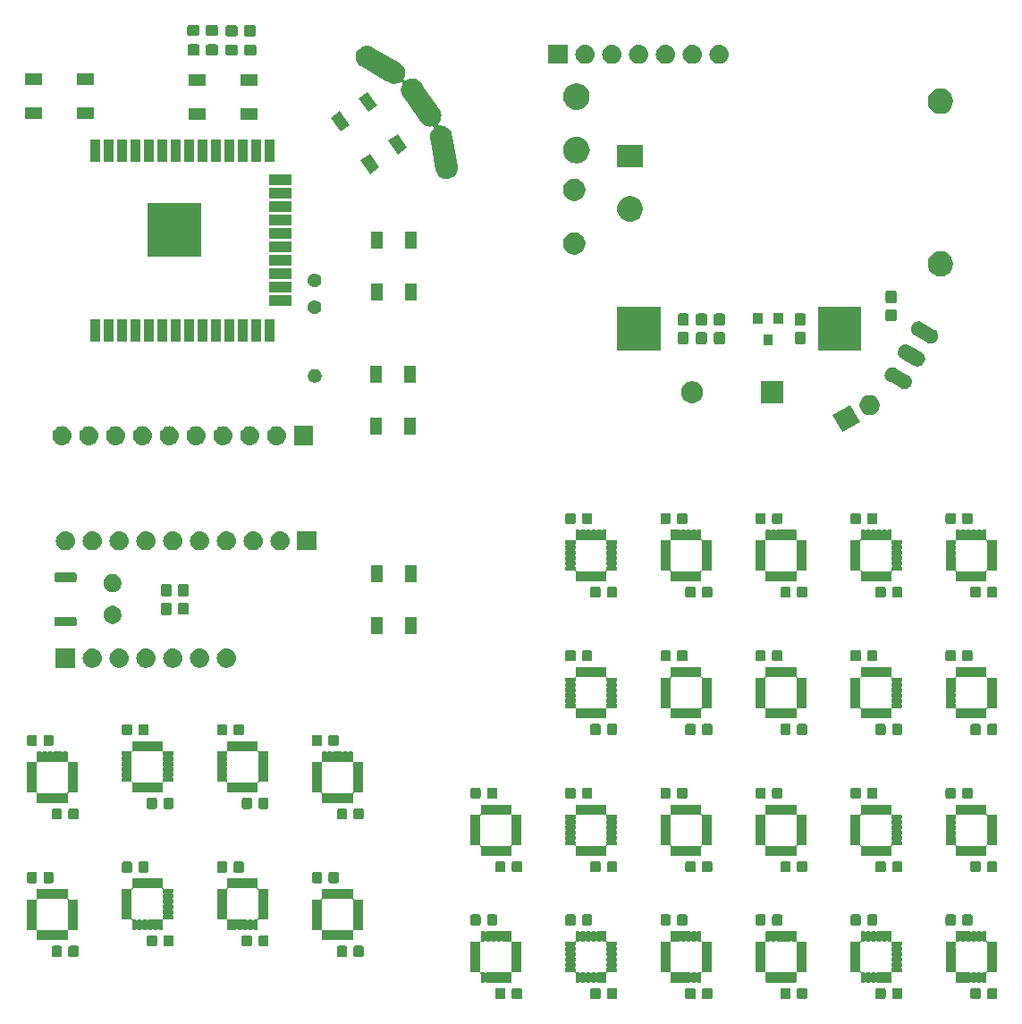
<source format=gbs>
%MOIN*%
%OFA0B0*%
%FSLAX46Y46*%
%IPPOS*%
%LPD*%
%ADD10C,0.0039370078740157488*%
%ADD21C,0.0039370078740157488*%
%ADD22C,0.0039370078740157488*%
%ADD23C,0.0039370078740157488*%
%ADD24C,0.0039370078740157488*%
%ADD25C,0.0039370078740157488*%
%ADD26C,0.0039370078740157488*%
%ADD27C,0.0039370078740157488*%
%ADD28C,0.0039370078740157488*%
%ADD29C,0.0039370078740157488*%
%ADD30C,0.0039370078740157488*%
%ADD31C,0.0039370078740157488*%
%ADD32C,0.0039370078740157488*%
%ADD33C,0.0039370078740157488*%
%ADD34C,0.0039370078740157488*%
%ADD35C,0.0039370078740157488*%
%ADD36C,0.0039370078740157488*%
%ADD37C,0.0039370078740157488*%
%ADD38C,0.0039370078740157488*%
%ADD39C,0.0039370078740157488*%
%ADD40C,0.0039370078740157488*%
%ADD41C,0.0039370078740157488*%
%ADD42C,0.0039370078740157488*%
%ADD43C,0.0039370078740157488*%
%ADD44C,0.0039370078740157488*%
%ADD45C,0.0039370078740157488*%
%ADD46C,0.0039370078740157488*%
%ADD47C,0.0039370078740157488*%
%ADD48C,0.0039370078740157488*%
%ADD49C,0.0039370078740157488*%
%ADD50C,0.0039370078740157488*%
D10*
G36*
X0000967418Y0001479231D02*
G01*
X0000970024Y0001478974D01*
X0000976711Y0001476946D01*
X0000982873Y0001473652D01*
X0000984280Y0001472497D01*
X0000988275Y0001469219D01*
X0000991553Y0001465225D01*
X0000992707Y0001463818D01*
X0000996001Y0001457656D01*
X0000998030Y0001450969D01*
X0000998714Y0001444015D01*
X0000998030Y0001437061D01*
X0000996001Y0001430375D01*
X0000992707Y0001424212D01*
X0000991553Y0001422805D01*
X0000988275Y0001418811D01*
X0000984280Y0001415533D01*
X0000982873Y0001414378D01*
X0000976711Y0001411084D01*
X0000970024Y0001409056D01*
X0000967418Y0001408799D01*
X0000964813Y0001408543D01*
X0000961328Y0001408543D01*
X0000958722Y0001408799D01*
X0000956117Y0001409056D01*
X0000949430Y0001411084D01*
X0000943268Y0001414378D01*
X0000941861Y0001415533D01*
X0000937866Y0001418811D01*
X0000934588Y0001422805D01*
X0000933433Y0001424212D01*
X0000930140Y0001430375D01*
X0000928111Y0001437061D01*
X0000927426Y0001444015D01*
X0000928111Y0001450969D01*
X0000930140Y0001457656D01*
X0000933433Y0001463818D01*
X0000934588Y0001465225D01*
X0000937866Y0001469219D01*
X0000941861Y0001472497D01*
X0000943268Y0001473652D01*
X0000949430Y0001476946D01*
X0000956117Y0001478974D01*
X0000958722Y0001479231D01*
X0000961328Y0001479488D01*
X0000964813Y0001479488D01*
X0000967418Y0001479231D01*
X0000967418Y0001479231D01*
G37*
G36*
X0000867418Y0001479231D02*
G01*
X0000870024Y0001478974D01*
X0000876711Y0001476946D01*
X0000882873Y0001473652D01*
X0000884280Y0001472497D01*
X0000888275Y0001469219D01*
X0000891553Y0001465225D01*
X0000892707Y0001463818D01*
X0000896001Y0001457656D01*
X0000898030Y0001450969D01*
X0000898714Y0001444015D01*
X0000898030Y0001437061D01*
X0000896001Y0001430375D01*
X0000892707Y0001424212D01*
X0000891553Y0001422805D01*
X0000888275Y0001418811D01*
X0000884280Y0001415533D01*
X0000882873Y0001414378D01*
X0000876711Y0001411084D01*
X0000870024Y0001409056D01*
X0000867418Y0001408799D01*
X0000864813Y0001408543D01*
X0000861328Y0001408543D01*
X0000858722Y0001408799D01*
X0000856117Y0001409056D01*
X0000849430Y0001411084D01*
X0000843268Y0001414378D01*
X0000841861Y0001415533D01*
X0000837866Y0001418811D01*
X0000834588Y0001422805D01*
X0000833433Y0001424212D01*
X0000830140Y0001430375D01*
X0000828111Y0001437061D01*
X0000827426Y0001444015D01*
X0000828111Y0001450969D01*
X0000830140Y0001457656D01*
X0000833433Y0001463818D01*
X0000834588Y0001465225D01*
X0000837866Y0001469219D01*
X0000841861Y0001472497D01*
X0000843268Y0001473652D01*
X0000849430Y0001476946D01*
X0000856117Y0001478974D01*
X0000858722Y0001479231D01*
X0000861328Y0001479488D01*
X0000864813Y0001479488D01*
X0000867418Y0001479231D01*
X0000867418Y0001479231D01*
G37*
G36*
X0000398543Y0001408543D02*
G01*
X0000327598Y0001408543D01*
X0000327598Y0001479488D01*
X0000398543Y0001479488D01*
X0000398543Y0001408543D01*
X0000398543Y0001408543D01*
G37*
G36*
X0000467418Y0001479231D02*
G01*
X0000470024Y0001478974D01*
X0000476711Y0001476946D01*
X0000482873Y0001473652D01*
X0000484280Y0001472497D01*
X0000488275Y0001469219D01*
X0000491553Y0001465225D01*
X0000492707Y0001463818D01*
X0000496001Y0001457656D01*
X0000498030Y0001450969D01*
X0000498714Y0001444015D01*
X0000498030Y0001437061D01*
X0000496001Y0001430375D01*
X0000492707Y0001424212D01*
X0000491553Y0001422805D01*
X0000488275Y0001418811D01*
X0000484280Y0001415533D01*
X0000482873Y0001414378D01*
X0000476711Y0001411084D01*
X0000470024Y0001409056D01*
X0000467418Y0001408799D01*
X0000464813Y0001408543D01*
X0000461328Y0001408543D01*
X0000458722Y0001408799D01*
X0000456117Y0001409056D01*
X0000449430Y0001411084D01*
X0000443268Y0001414378D01*
X0000441861Y0001415533D01*
X0000437866Y0001418811D01*
X0000434588Y0001422805D01*
X0000433433Y0001424212D01*
X0000430140Y0001430375D01*
X0000428111Y0001437061D01*
X0000427426Y0001444015D01*
X0000428111Y0001450969D01*
X0000430140Y0001457656D01*
X0000433433Y0001463818D01*
X0000434588Y0001465225D01*
X0000437866Y0001469219D01*
X0000441861Y0001472497D01*
X0000443268Y0001473652D01*
X0000449430Y0001476946D01*
X0000456117Y0001478974D01*
X0000458722Y0001479231D01*
X0000461328Y0001479488D01*
X0000464813Y0001479488D01*
X0000467418Y0001479231D01*
X0000467418Y0001479231D01*
G37*
G36*
X0000667418Y0001479231D02*
G01*
X0000670024Y0001478974D01*
X0000676711Y0001476946D01*
X0000682873Y0001473652D01*
X0000684280Y0001472497D01*
X0000688275Y0001469219D01*
X0000691553Y0001465225D01*
X0000692707Y0001463818D01*
X0000696001Y0001457656D01*
X0000698030Y0001450969D01*
X0000698714Y0001444015D01*
X0000698030Y0001437061D01*
X0000696001Y0001430375D01*
X0000692707Y0001424212D01*
X0000691553Y0001422805D01*
X0000688275Y0001418811D01*
X0000684280Y0001415533D01*
X0000682873Y0001414378D01*
X0000676711Y0001411084D01*
X0000670024Y0001409056D01*
X0000667418Y0001408799D01*
X0000664813Y0001408543D01*
X0000661328Y0001408543D01*
X0000658722Y0001408799D01*
X0000656117Y0001409056D01*
X0000649430Y0001411084D01*
X0000643268Y0001414378D01*
X0000641861Y0001415533D01*
X0000637866Y0001418811D01*
X0000634588Y0001422805D01*
X0000633433Y0001424212D01*
X0000630140Y0001430375D01*
X0000628111Y0001437061D01*
X0000627426Y0001444015D01*
X0000628111Y0001450969D01*
X0000630140Y0001457656D01*
X0000633433Y0001463818D01*
X0000634588Y0001465225D01*
X0000637866Y0001469219D01*
X0000641861Y0001472497D01*
X0000643268Y0001473652D01*
X0000649430Y0001476946D01*
X0000656117Y0001478974D01*
X0000658722Y0001479231D01*
X0000661328Y0001479488D01*
X0000664813Y0001479488D01*
X0000667418Y0001479231D01*
X0000667418Y0001479231D01*
G37*
G36*
X0000567418Y0001479231D02*
G01*
X0000570024Y0001478974D01*
X0000576711Y0001476946D01*
X0000582873Y0001473652D01*
X0000584280Y0001472497D01*
X0000588275Y0001469219D01*
X0000591553Y0001465225D01*
X0000592707Y0001463818D01*
X0000596001Y0001457656D01*
X0000598030Y0001450969D01*
X0000598714Y0001444015D01*
X0000598030Y0001437061D01*
X0000596001Y0001430375D01*
X0000592707Y0001424212D01*
X0000591553Y0001422805D01*
X0000588275Y0001418811D01*
X0000584280Y0001415533D01*
X0000582873Y0001414378D01*
X0000576711Y0001411084D01*
X0000570024Y0001409056D01*
X0000567418Y0001408799D01*
X0000564813Y0001408543D01*
X0000561328Y0001408543D01*
X0000558722Y0001408799D01*
X0000556117Y0001409056D01*
X0000549430Y0001411084D01*
X0000543268Y0001414378D01*
X0000541861Y0001415533D01*
X0000537866Y0001418811D01*
X0000534588Y0001422805D01*
X0000533433Y0001424212D01*
X0000530140Y0001430375D01*
X0000528111Y0001437061D01*
X0000527426Y0001444015D01*
X0000528111Y0001450969D01*
X0000530140Y0001457656D01*
X0000533433Y0001463818D01*
X0000534588Y0001465225D01*
X0000537866Y0001469219D01*
X0000541861Y0001472497D01*
X0000543268Y0001473652D01*
X0000549430Y0001476946D01*
X0000556117Y0001478974D01*
X0000558722Y0001479231D01*
X0000561328Y0001479488D01*
X0000564813Y0001479488D01*
X0000567418Y0001479231D01*
X0000567418Y0001479231D01*
G37*
G36*
X0000767418Y0001479231D02*
G01*
X0000770024Y0001478974D01*
X0000776711Y0001476946D01*
X0000782873Y0001473652D01*
X0000784280Y0001472497D01*
X0000788275Y0001469219D01*
X0000791553Y0001465225D01*
X0000792707Y0001463818D01*
X0000796001Y0001457656D01*
X0000798030Y0001450969D01*
X0000798714Y0001444015D01*
X0000798030Y0001437061D01*
X0000796001Y0001430375D01*
X0000792707Y0001424212D01*
X0000791553Y0001422805D01*
X0000788275Y0001418811D01*
X0000784280Y0001415533D01*
X0000782873Y0001414378D01*
X0000776711Y0001411084D01*
X0000770024Y0001409056D01*
X0000767418Y0001408799D01*
X0000764813Y0001408543D01*
X0000761328Y0001408543D01*
X0000758722Y0001408799D01*
X0000756117Y0001409056D01*
X0000749430Y0001411084D01*
X0000743268Y0001414378D01*
X0000741861Y0001415533D01*
X0000737866Y0001418811D01*
X0000734588Y0001422805D01*
X0000733433Y0001424212D01*
X0000730140Y0001430375D01*
X0000728111Y0001437061D01*
X0000727426Y0001444015D01*
X0000728111Y0001450969D01*
X0000730140Y0001457656D01*
X0000733433Y0001463818D01*
X0000734588Y0001465225D01*
X0000737866Y0001469219D01*
X0000741861Y0001472497D01*
X0000743268Y0001473652D01*
X0000749430Y0001476946D01*
X0000756117Y0001478974D01*
X0000758722Y0001479231D01*
X0000761328Y0001479488D01*
X0000764813Y0001479488D01*
X0000767418Y0001479231D01*
X0000767418Y0001479231D01*
G37*
G36*
X0001546889Y0001534921D02*
G01*
X0001503503Y0001534921D01*
X0001503503Y0001597992D01*
X0001546889Y0001597992D01*
X0001546889Y0001534921D01*
X0001546889Y0001534921D01*
G37*
G36*
X0001672874Y0001534921D02*
G01*
X0001629488Y0001534921D01*
X0001629488Y0001597992D01*
X0001672874Y0001597992D01*
X0001672874Y0001534921D01*
X0001672874Y0001534921D01*
G37*
G36*
X0000399278Y0001597845D02*
G01*
X0000400478Y0001597481D01*
X0000401583Y0001596890D01*
X0000402552Y0001596095D01*
X0000403347Y0001595126D01*
X0000403938Y0001594021D01*
X0000404302Y0001592822D01*
X0000404448Y0001591333D01*
X0000404448Y0001569139D01*
X0000404302Y0001567650D01*
X0000403938Y0001566451D01*
X0000403347Y0001565345D01*
X0000402552Y0001564376D01*
X0000401583Y0001563581D01*
X0000400478Y0001562990D01*
X0000399278Y0001562626D01*
X0000397789Y0001562480D01*
X0000328351Y0001562480D01*
X0000326862Y0001562626D01*
X0000325663Y0001562990D01*
X0000324558Y0001563581D01*
X0000323589Y0001564376D01*
X0000322794Y0001565345D01*
X0000322203Y0001566451D01*
X0000321839Y0001567650D01*
X0000321692Y0001569139D01*
X0000321692Y0001591333D01*
X0000321839Y0001592822D01*
X0000322203Y0001594021D01*
X0000322794Y0001595126D01*
X0000323589Y0001596095D01*
X0000324558Y0001596890D01*
X0000325663Y0001597481D01*
X0000326862Y0001597845D01*
X0000328351Y0001597992D01*
X0000397789Y0001597992D01*
X0000399278Y0001597845D01*
X0000399278Y0001597845D01*
G37*
G36*
X0000548316Y0001637767D02*
G01*
X0000554413Y0001635241D01*
X0000559900Y0001631575D01*
X0000564567Y0001626908D01*
X0000568234Y0001621421D01*
X0000570759Y0001615323D01*
X0000572047Y0001608851D01*
X0000572047Y0001602251D01*
X0000570759Y0001595778D01*
X0000568234Y0001589681D01*
X0000564567Y0001584193D01*
X0000559900Y0001579526D01*
X0000554413Y0001575860D01*
X0000548316Y0001573334D01*
X0000541843Y0001572047D01*
X0000535243Y0001572047D01*
X0000528770Y0001573334D01*
X0000522673Y0001575860D01*
X0000517185Y0001579526D01*
X0000512519Y0001584193D01*
X0000508852Y0001589681D01*
X0000506326Y0001595778D01*
X0000505039Y0001602251D01*
X0000505039Y0001608851D01*
X0000506326Y0001615323D01*
X0000508852Y0001621421D01*
X0000512519Y0001626908D01*
X0000517185Y0001631575D01*
X0000522673Y0001635241D01*
X0000528770Y0001637767D01*
X0000535243Y0001639055D01*
X0000541843Y0001639055D01*
X0000548316Y0001637767D01*
X0000548316Y0001637767D01*
G37*
G36*
X0000752854Y0001650533D02*
G01*
X0000754330Y0001650085D01*
X0000755691Y0001649358D01*
X0000756883Y0001648379D01*
X0000757862Y0001647187D01*
X0000758589Y0001645826D01*
X0000759037Y0001644350D01*
X0000759212Y0001642573D01*
X0000759212Y0001613489D01*
X0000759037Y0001611712D01*
X0000758589Y0001610236D01*
X0000757862Y0001608875D01*
X0000756883Y0001607683D01*
X0000755691Y0001606704D01*
X0000754330Y0001605977D01*
X0000752854Y0001605529D01*
X0000751077Y0001605354D01*
X0000725930Y0001605354D01*
X0000724153Y0001605529D01*
X0000722677Y0001605977D01*
X0000721316Y0001606704D01*
X0000720124Y0001607683D01*
X0000719145Y0001608875D01*
X0000718418Y0001610236D01*
X0000717970Y0001611712D01*
X0000717795Y0001613489D01*
X0000717795Y0001642573D01*
X0000717970Y0001644350D01*
X0000718418Y0001645826D01*
X0000719145Y0001647187D01*
X0000720124Y0001648379D01*
X0000721316Y0001649358D01*
X0000722677Y0001650085D01*
X0000724153Y0001650533D01*
X0000725930Y0001650708D01*
X0000751077Y0001650708D01*
X0000752854Y0001650533D01*
X0000752854Y0001650533D01*
G37*
G36*
X0000817618Y0001651045D02*
G01*
X0000819094Y0001650597D01*
X0000820454Y0001649870D01*
X0000821647Y0001648891D01*
X0000822626Y0001647698D01*
X0000823353Y0001646338D01*
X0000823801Y0001644862D01*
X0000823976Y0001643085D01*
X0000823976Y0001614001D01*
X0000823801Y0001612224D01*
X0000823353Y0001610748D01*
X0000822626Y0001609387D01*
X0000821647Y0001608195D01*
X0000820454Y0001607216D01*
X0000819094Y0001606488D01*
X0000817618Y0001606041D01*
X0000815841Y0001605866D01*
X0000790694Y0001605866D01*
X0000788917Y0001606041D01*
X0000787441Y0001606488D01*
X0000786080Y0001607216D01*
X0000784887Y0001608195D01*
X0000783909Y0001609387D01*
X0000783181Y0001610748D01*
X0000782734Y0001612224D01*
X0000782559Y0001614001D01*
X0000782559Y0001643085D01*
X0000782734Y0001644862D01*
X0000783181Y0001646338D01*
X0000783909Y0001647698D01*
X0000784887Y0001648891D01*
X0000786080Y0001649870D01*
X0000787441Y0001650597D01*
X0000788917Y0001651045D01*
X0000790694Y0001651220D01*
X0000815841Y0001651220D01*
X0000817618Y0001651045D01*
X0000817618Y0001651045D01*
G37*
G36*
X0000752854Y0001719431D02*
G01*
X0000754330Y0001718983D01*
X0000755691Y0001718256D01*
X0000756883Y0001717277D01*
X0000757862Y0001716084D01*
X0000758589Y0001714724D01*
X0000759037Y0001713247D01*
X0000759212Y0001711470D01*
X0000759212Y0001682387D01*
X0000759037Y0001680610D01*
X0000758589Y0001679134D01*
X0000757862Y0001677773D01*
X0000756883Y0001676580D01*
X0000755691Y0001675602D01*
X0000754330Y0001674874D01*
X0000752854Y0001674426D01*
X0000751077Y0001674251D01*
X0000725930Y0001674251D01*
X0000724153Y0001674426D01*
X0000722677Y0001674874D01*
X0000721316Y0001675602D01*
X0000720124Y0001676580D01*
X0000719145Y0001677773D01*
X0000718418Y0001679134D01*
X0000717970Y0001680610D01*
X0000717795Y0001682387D01*
X0000717795Y0001711470D01*
X0000717970Y0001713247D01*
X0000718418Y0001714724D01*
X0000719145Y0001716084D01*
X0000720124Y0001717277D01*
X0000721316Y0001718256D01*
X0000722677Y0001718983D01*
X0000724153Y0001719431D01*
X0000725930Y0001719606D01*
X0000751077Y0001719606D01*
X0000752854Y0001719431D01*
X0000752854Y0001719431D01*
G37*
G36*
X0000817618Y0001719943D02*
G01*
X0000819094Y0001719495D01*
X0000820454Y0001718767D01*
X0000821647Y0001717789D01*
X0000822626Y0001716596D01*
X0000823353Y0001715236D01*
X0000823801Y0001713759D01*
X0000823976Y0001711982D01*
X0000823976Y0001682899D01*
X0000823801Y0001681122D01*
X0000823353Y0001679645D01*
X0000822626Y0001678285D01*
X0000821647Y0001677092D01*
X0000820454Y0001676113D01*
X0000819094Y0001675386D01*
X0000817618Y0001674938D01*
X0000815841Y0001674763D01*
X0000790694Y0001674763D01*
X0000788917Y0001674938D01*
X0000787441Y0001675386D01*
X0000786080Y0001676113D01*
X0000784887Y0001677092D01*
X0000783909Y0001678285D01*
X0000783181Y0001679645D01*
X0000782734Y0001681122D01*
X0000782559Y0001682899D01*
X0000782559Y0001711982D01*
X0000782734Y0001713759D01*
X0000783181Y0001715236D01*
X0000783909Y0001716596D01*
X0000784887Y0001717789D01*
X0000786080Y0001718767D01*
X0000787441Y0001719495D01*
X0000788917Y0001719943D01*
X0000790694Y0001720118D01*
X0000815841Y0001720118D01*
X0000817618Y0001719943D01*
X0000817618Y0001719943D01*
G37*
G36*
X0000548316Y0001755877D02*
G01*
X0000554413Y0001753352D01*
X0000559900Y0001749685D01*
X0000564567Y0001745018D01*
X0000568234Y0001739531D01*
X0000570759Y0001733434D01*
X0000572047Y0001726961D01*
X0000572047Y0001720361D01*
X0000570759Y0001713888D01*
X0000568234Y0001707791D01*
X0000564567Y0001702303D01*
X0000559900Y0001697637D01*
X0000554413Y0001693970D01*
X0000548316Y0001691445D01*
X0000541843Y0001690157D01*
X0000535243Y0001690157D01*
X0000528770Y0001691445D01*
X0000522673Y0001693970D01*
X0000517185Y0001697637D01*
X0000512519Y0001702303D01*
X0000508852Y0001707791D01*
X0000506326Y0001713888D01*
X0000505039Y0001720361D01*
X0000505039Y0001726961D01*
X0000506326Y0001733434D01*
X0000508852Y0001739531D01*
X0000512519Y0001745018D01*
X0000517185Y0001749685D01*
X0000522673Y0001753352D01*
X0000528770Y0001755877D01*
X0000535243Y0001757165D01*
X0000541843Y0001757165D01*
X0000548316Y0001755877D01*
X0000548316Y0001755877D01*
G37*
G36*
X0001672874Y0001727834D02*
G01*
X0001629488Y0001727834D01*
X0001629488Y0001790905D01*
X0001672874Y0001790905D01*
X0001672874Y0001727834D01*
X0001672874Y0001727834D01*
G37*
G36*
X0001546889Y0001727834D02*
G01*
X0001503503Y0001727834D01*
X0001503503Y0001790905D01*
X0001546889Y0001790905D01*
X0001546889Y0001727834D01*
X0001546889Y0001727834D01*
G37*
G36*
X0000399278Y0001763199D02*
G01*
X0000400478Y0001762835D01*
X0000401583Y0001762245D01*
X0000402552Y0001761450D01*
X0000403347Y0001760481D01*
X0000403938Y0001759375D01*
X0000404302Y0001758176D01*
X0000404448Y0001756687D01*
X0000404448Y0001734493D01*
X0000404302Y0001733004D01*
X0000403938Y0001731805D01*
X0000403347Y0001730699D01*
X0000402552Y0001729731D01*
X0000401583Y0001728935D01*
X0000400478Y0001728345D01*
X0000399278Y0001727981D01*
X0000397789Y0001727834D01*
X0000328351Y0001727834D01*
X0000326862Y0001727981D01*
X0000325663Y0001728345D01*
X0000324558Y0001728935D01*
X0000323589Y0001729731D01*
X0000322794Y0001730699D01*
X0000322203Y0001731805D01*
X0000321839Y0001733004D01*
X0000321692Y0001734493D01*
X0000321692Y0001756687D01*
X0000321839Y0001758176D01*
X0000322203Y0001759375D01*
X0000322794Y0001760481D01*
X0000323589Y0001761450D01*
X0000324558Y0001762245D01*
X0000325663Y0001762835D01*
X0000326862Y0001763199D01*
X0000328351Y0001763346D01*
X0000397789Y0001763346D01*
X0000399278Y0001763199D01*
X0000399278Y0001763199D01*
G37*
G36*
X0000467419Y0001917026D02*
G01*
X0000470024Y0001916770D01*
X0000476711Y0001914741D01*
X0000482873Y0001911447D01*
X0000484280Y0001910293D01*
X0000488275Y0001907015D01*
X0000491553Y0001903020D01*
X0000492707Y0001901613D01*
X0000496001Y0001895451D01*
X0000498030Y0001888764D01*
X0000498714Y0001881811D01*
X0000498030Y0001874857D01*
X0000496001Y0001868170D01*
X0000492707Y0001862008D01*
X0000491553Y0001860601D01*
X0000488275Y0001856606D01*
X0000484280Y0001853328D01*
X0000482873Y0001852174D01*
X0000476711Y0001848880D01*
X0000470024Y0001846851D01*
X0000467419Y0001846595D01*
X0000464813Y0001846338D01*
X0000461328Y0001846338D01*
X0000458722Y0001846595D01*
X0000456117Y0001846851D01*
X0000449430Y0001848880D01*
X0000443268Y0001852174D01*
X0000441861Y0001853328D01*
X0000437866Y0001856606D01*
X0000434588Y0001860601D01*
X0000433433Y0001862008D01*
X0000430140Y0001868170D01*
X0000428111Y0001874857D01*
X0000427426Y0001881811D01*
X0000428111Y0001888764D01*
X0000430140Y0001895451D01*
X0000433433Y0001901613D01*
X0000434588Y0001903020D01*
X0000437866Y0001907015D01*
X0000441861Y0001910293D01*
X0000443268Y0001911447D01*
X0000449430Y0001914741D01*
X0000456117Y0001916770D01*
X0000458722Y0001917026D01*
X0000461328Y0001917283D01*
X0000464813Y0001917283D01*
X0000467419Y0001917026D01*
X0000467419Y0001917026D01*
G37*
G36*
X0000667418Y0001917026D02*
G01*
X0000670024Y0001916770D01*
X0000676711Y0001914741D01*
X0000682873Y0001911447D01*
X0000684280Y0001910293D01*
X0000688275Y0001907015D01*
X0000691553Y0001903020D01*
X0000692707Y0001901613D01*
X0000696001Y0001895451D01*
X0000698030Y0001888764D01*
X0000698714Y0001881811D01*
X0000698030Y0001874857D01*
X0000696001Y0001868170D01*
X0000692707Y0001862008D01*
X0000691553Y0001860601D01*
X0000688275Y0001856606D01*
X0000684280Y0001853328D01*
X0000682873Y0001852174D01*
X0000676711Y0001848880D01*
X0000670024Y0001846851D01*
X0000667418Y0001846595D01*
X0000664813Y0001846338D01*
X0000661328Y0001846338D01*
X0000658722Y0001846595D01*
X0000656117Y0001846851D01*
X0000649430Y0001848880D01*
X0000643268Y0001852174D01*
X0000641861Y0001853328D01*
X0000637866Y0001856606D01*
X0000634588Y0001860601D01*
X0000633433Y0001862008D01*
X0000630140Y0001868170D01*
X0000628111Y0001874857D01*
X0000627426Y0001881811D01*
X0000628111Y0001888764D01*
X0000630140Y0001895451D01*
X0000633433Y0001901613D01*
X0000634588Y0001903020D01*
X0000637866Y0001907015D01*
X0000641861Y0001910293D01*
X0000643268Y0001911447D01*
X0000649430Y0001914741D01*
X0000656117Y0001916770D01*
X0000658722Y0001917026D01*
X0000661328Y0001917283D01*
X0000664813Y0001917283D01*
X0000667418Y0001917026D01*
X0000667418Y0001917026D01*
G37*
G36*
X0000767419Y0001917026D02*
G01*
X0000770024Y0001916770D01*
X0000776711Y0001914741D01*
X0000782873Y0001911447D01*
X0000784280Y0001910293D01*
X0000788275Y0001907015D01*
X0000791553Y0001903020D01*
X0000792707Y0001901613D01*
X0000796001Y0001895451D01*
X0000798030Y0001888764D01*
X0000798714Y0001881811D01*
X0000798030Y0001874857D01*
X0000796001Y0001868170D01*
X0000792707Y0001862008D01*
X0000791553Y0001860601D01*
X0000788275Y0001856606D01*
X0000784280Y0001853328D01*
X0000782873Y0001852174D01*
X0000776711Y0001848880D01*
X0000770024Y0001846851D01*
X0000767419Y0001846595D01*
X0000764813Y0001846338D01*
X0000761328Y0001846338D01*
X0000758722Y0001846595D01*
X0000756117Y0001846851D01*
X0000749430Y0001848880D01*
X0000743268Y0001852174D01*
X0000741861Y0001853328D01*
X0000737866Y0001856606D01*
X0000734588Y0001860601D01*
X0000733433Y0001862008D01*
X0000730140Y0001868170D01*
X0000728111Y0001874857D01*
X0000727426Y0001881811D01*
X0000728111Y0001888764D01*
X0000730140Y0001895451D01*
X0000733433Y0001901613D01*
X0000734588Y0001903020D01*
X0000737866Y0001907015D01*
X0000741861Y0001910293D01*
X0000743268Y0001911447D01*
X0000749430Y0001914741D01*
X0000756117Y0001916770D01*
X0000758722Y0001917026D01*
X0000761328Y0001917283D01*
X0000764813Y0001917283D01*
X0000767419Y0001917026D01*
X0000767419Y0001917026D01*
G37*
G36*
X0001298543Y0001846338D02*
G01*
X0001227598Y0001846338D01*
X0001227598Y0001917283D01*
X0001298543Y0001917283D01*
X0001298543Y0001846338D01*
X0001298543Y0001846338D01*
G37*
G36*
X0001067419Y0001917026D02*
G01*
X0001070024Y0001916770D01*
X0001076711Y0001914741D01*
X0001082873Y0001911447D01*
X0001084280Y0001910293D01*
X0001088275Y0001907015D01*
X0001091553Y0001903020D01*
X0001092707Y0001901613D01*
X0001096001Y0001895451D01*
X0001098030Y0001888764D01*
X0001098714Y0001881811D01*
X0001098030Y0001874857D01*
X0001096001Y0001868170D01*
X0001092707Y0001862008D01*
X0001091553Y0001860601D01*
X0001088275Y0001856606D01*
X0001084280Y0001853328D01*
X0001082873Y0001852174D01*
X0001076711Y0001848880D01*
X0001070024Y0001846851D01*
X0001067419Y0001846595D01*
X0001064813Y0001846338D01*
X0001061328Y0001846338D01*
X0001058722Y0001846595D01*
X0001056117Y0001846851D01*
X0001049430Y0001848880D01*
X0001043268Y0001852174D01*
X0001041861Y0001853328D01*
X0001037866Y0001856606D01*
X0001034588Y0001860601D01*
X0001033433Y0001862008D01*
X0001030140Y0001868170D01*
X0001028111Y0001874857D01*
X0001027426Y0001881811D01*
X0001028111Y0001888764D01*
X0001030140Y0001895451D01*
X0001033433Y0001901613D01*
X0001034588Y0001903020D01*
X0001037866Y0001907015D01*
X0001041861Y0001910293D01*
X0001043268Y0001911447D01*
X0001049430Y0001914741D01*
X0001056117Y0001916770D01*
X0001058722Y0001917026D01*
X0001061328Y0001917283D01*
X0001064813Y0001917283D01*
X0001067419Y0001917026D01*
X0001067419Y0001917026D01*
G37*
G36*
X0001167419Y0001917026D02*
G01*
X0001170024Y0001916770D01*
X0001176711Y0001914741D01*
X0001182873Y0001911447D01*
X0001184280Y0001910293D01*
X0001188275Y0001907015D01*
X0001191553Y0001903020D01*
X0001192707Y0001901613D01*
X0001196001Y0001895451D01*
X0001198030Y0001888764D01*
X0001198714Y0001881811D01*
X0001198030Y0001874857D01*
X0001196001Y0001868170D01*
X0001192707Y0001862008D01*
X0001191553Y0001860601D01*
X0001188275Y0001856606D01*
X0001184280Y0001853328D01*
X0001182873Y0001852174D01*
X0001176711Y0001848880D01*
X0001170024Y0001846851D01*
X0001167419Y0001846595D01*
X0001164813Y0001846338D01*
X0001161328Y0001846338D01*
X0001158722Y0001846595D01*
X0001156117Y0001846851D01*
X0001149430Y0001848880D01*
X0001143268Y0001852174D01*
X0001141861Y0001853328D01*
X0001137866Y0001856606D01*
X0001134588Y0001860601D01*
X0001133433Y0001862008D01*
X0001130140Y0001868170D01*
X0001128111Y0001874857D01*
X0001127426Y0001881811D01*
X0001128111Y0001888764D01*
X0001130140Y0001895451D01*
X0001133433Y0001901613D01*
X0001134588Y0001903020D01*
X0001137866Y0001907015D01*
X0001141861Y0001910293D01*
X0001143268Y0001911447D01*
X0001149430Y0001914741D01*
X0001156117Y0001916770D01*
X0001158722Y0001917026D01*
X0001161328Y0001917283D01*
X0001164813Y0001917283D01*
X0001167419Y0001917026D01*
X0001167419Y0001917026D01*
G37*
G36*
X0000567418Y0001917026D02*
G01*
X0000570024Y0001916770D01*
X0000576711Y0001914741D01*
X0000582873Y0001911447D01*
X0000584280Y0001910293D01*
X0000588275Y0001907015D01*
X0000591553Y0001903020D01*
X0000592707Y0001901613D01*
X0000596001Y0001895451D01*
X0000598030Y0001888764D01*
X0000598714Y0001881811D01*
X0000598030Y0001874857D01*
X0000596001Y0001868170D01*
X0000592707Y0001862008D01*
X0000591553Y0001860601D01*
X0000588275Y0001856606D01*
X0000584280Y0001853328D01*
X0000582873Y0001852174D01*
X0000576711Y0001848880D01*
X0000570024Y0001846851D01*
X0000567418Y0001846595D01*
X0000564813Y0001846338D01*
X0000561328Y0001846338D01*
X0000558722Y0001846595D01*
X0000556117Y0001846851D01*
X0000549430Y0001848880D01*
X0000543268Y0001852174D01*
X0000541861Y0001853328D01*
X0000537866Y0001856606D01*
X0000534588Y0001860601D01*
X0000533433Y0001862008D01*
X0000530140Y0001868170D01*
X0000528111Y0001874857D01*
X0000527426Y0001881811D01*
X0000528111Y0001888764D01*
X0000530140Y0001895451D01*
X0000533433Y0001901613D01*
X0000534588Y0001903020D01*
X0000537866Y0001907015D01*
X0000541861Y0001910293D01*
X0000543268Y0001911447D01*
X0000549430Y0001914741D01*
X0000556117Y0001916770D01*
X0000558722Y0001917026D01*
X0000561328Y0001917283D01*
X0000564813Y0001917283D01*
X0000567418Y0001917026D01*
X0000567418Y0001917026D01*
G37*
G36*
X0000967418Y0001917026D02*
G01*
X0000970024Y0001916770D01*
X0000976711Y0001914741D01*
X0000982873Y0001911447D01*
X0000984280Y0001910293D01*
X0000988275Y0001907015D01*
X0000991553Y0001903020D01*
X0000992707Y0001901613D01*
X0000996001Y0001895451D01*
X0000998030Y0001888764D01*
X0000998714Y0001881811D01*
X0000998030Y0001874857D01*
X0000996001Y0001868170D01*
X0000992707Y0001862008D01*
X0000991553Y0001860601D01*
X0000988275Y0001856606D01*
X0000984280Y0001853328D01*
X0000982873Y0001852174D01*
X0000976711Y0001848880D01*
X0000970024Y0001846851D01*
X0000967418Y0001846595D01*
X0000964813Y0001846338D01*
X0000961328Y0001846338D01*
X0000958722Y0001846595D01*
X0000956117Y0001846851D01*
X0000949430Y0001848880D01*
X0000943268Y0001852174D01*
X0000941861Y0001853328D01*
X0000937866Y0001856606D01*
X0000934588Y0001860601D01*
X0000933433Y0001862008D01*
X0000930140Y0001868170D01*
X0000928111Y0001874857D01*
X0000927426Y0001881811D01*
X0000928111Y0001888764D01*
X0000930140Y0001895451D01*
X0000933433Y0001901613D01*
X0000934588Y0001903020D01*
X0000937866Y0001907015D01*
X0000941861Y0001910293D01*
X0000943268Y0001911447D01*
X0000949430Y0001914741D01*
X0000956117Y0001916770D01*
X0000958722Y0001917026D01*
X0000961328Y0001917283D01*
X0000964813Y0001917283D01*
X0000967418Y0001917026D01*
X0000967418Y0001917026D01*
G37*
G36*
X0000367419Y0001917026D02*
G01*
X0000370024Y0001916770D01*
X0000376711Y0001914741D01*
X0000382873Y0001911447D01*
X0000384280Y0001910293D01*
X0000388275Y0001907015D01*
X0000391553Y0001903020D01*
X0000392707Y0001901613D01*
X0000396001Y0001895451D01*
X0000398030Y0001888764D01*
X0000398714Y0001881811D01*
X0000398030Y0001874857D01*
X0000396001Y0001868170D01*
X0000392707Y0001862008D01*
X0000391553Y0001860601D01*
X0000388275Y0001856606D01*
X0000384280Y0001853328D01*
X0000382873Y0001852174D01*
X0000376711Y0001848880D01*
X0000370024Y0001846851D01*
X0000367419Y0001846595D01*
X0000364813Y0001846338D01*
X0000361328Y0001846338D01*
X0000358722Y0001846595D01*
X0000356117Y0001846851D01*
X0000349430Y0001848880D01*
X0000343268Y0001852174D01*
X0000341861Y0001853328D01*
X0000337866Y0001856606D01*
X0000334588Y0001860601D01*
X0000333433Y0001862008D01*
X0000330140Y0001868170D01*
X0000328111Y0001874857D01*
X0000327426Y0001881811D01*
X0000328111Y0001888764D01*
X0000330140Y0001895451D01*
X0000333433Y0001901613D01*
X0000334588Y0001903020D01*
X0000337866Y0001907015D01*
X0000341861Y0001910293D01*
X0000343268Y0001911447D01*
X0000349430Y0001914741D01*
X0000356117Y0001916770D01*
X0000358722Y0001917026D01*
X0000361328Y0001917283D01*
X0000364813Y0001917283D01*
X0000367419Y0001917026D01*
X0000367419Y0001917026D01*
G37*
G36*
X0000867419Y0001917026D02*
G01*
X0000870024Y0001916770D01*
X0000876711Y0001914741D01*
X0000882873Y0001911447D01*
X0000884280Y0001910293D01*
X0000888275Y0001907015D01*
X0000891553Y0001903020D01*
X0000892707Y0001901613D01*
X0000896001Y0001895451D01*
X0000898030Y0001888764D01*
X0000898714Y0001881811D01*
X0000898030Y0001874857D01*
X0000896001Y0001868170D01*
X0000892707Y0001862008D01*
X0000891553Y0001860601D01*
X0000888275Y0001856606D01*
X0000884280Y0001853328D01*
X0000882873Y0001852174D01*
X0000876711Y0001848880D01*
X0000870024Y0001846851D01*
X0000867419Y0001846595D01*
X0000864813Y0001846338D01*
X0000861328Y0001846338D01*
X0000858722Y0001846595D01*
X0000856117Y0001846851D01*
X0000849430Y0001848880D01*
X0000843268Y0001852174D01*
X0000841861Y0001853328D01*
X0000837866Y0001856606D01*
X0000834588Y0001860601D01*
X0000833433Y0001862008D01*
X0000830140Y0001868170D01*
X0000828111Y0001874857D01*
X0000827426Y0001881811D01*
X0000828111Y0001888764D01*
X0000830140Y0001895451D01*
X0000833433Y0001901613D01*
X0000834588Y0001903020D01*
X0000837866Y0001907015D01*
X0000841861Y0001910293D01*
X0000843268Y0001911447D01*
X0000849430Y0001914741D01*
X0000856117Y0001916770D01*
X0000858722Y0001917026D01*
X0000861328Y0001917283D01*
X0000864813Y0001917283D01*
X0000867419Y0001917026D01*
X0000867419Y0001917026D01*
G37*
G36*
X0001285669Y0002238110D02*
G01*
X0001214724Y0002238110D01*
X0001214724Y0002309055D01*
X0001285669Y0002309055D01*
X0001285669Y0002238110D01*
X0001285669Y0002238110D01*
G37*
G36*
X0001154544Y0002308798D02*
G01*
X0001157150Y0002308541D01*
X0001163837Y0002306513D01*
X0001169999Y0002303219D01*
X0001171406Y0002302064D01*
X0001175401Y0002298786D01*
X0001178679Y0002294792D01*
X0001179833Y0002293385D01*
X0001183127Y0002287223D01*
X0001185155Y0002280536D01*
X0001185840Y0002273582D01*
X0001185155Y0002266628D01*
X0001183127Y0002259942D01*
X0001179833Y0002253779D01*
X0001178679Y0002252372D01*
X0001175401Y0002248378D01*
X0001171406Y0002245100D01*
X0001169999Y0002243945D01*
X0001163837Y0002240651D01*
X0001157150Y0002238623D01*
X0001154545Y0002238366D01*
X0001151939Y0002238110D01*
X0001148454Y0002238110D01*
X0001145848Y0002238366D01*
X0001143243Y0002238623D01*
X0001136556Y0002240651D01*
X0001130394Y0002243945D01*
X0001128987Y0002245100D01*
X0001124992Y0002248378D01*
X0001121714Y0002252372D01*
X0001120559Y0002253779D01*
X0001117266Y0002259942D01*
X0001115237Y0002266628D01*
X0001114552Y0002273582D01*
X0001115237Y0002280536D01*
X0001117266Y0002287223D01*
X0001120559Y0002293385D01*
X0001121714Y0002294792D01*
X0001124992Y0002298786D01*
X0001128987Y0002302064D01*
X0001130394Y0002303219D01*
X0001136556Y0002306513D01*
X0001143243Y0002308541D01*
X0001145848Y0002308798D01*
X0001148454Y0002309055D01*
X0001151939Y0002309055D01*
X0001154544Y0002308798D01*
X0001154544Y0002308798D01*
G37*
G36*
X0001054544Y0002308798D02*
G01*
X0001057150Y0002308541D01*
X0001063837Y0002306513D01*
X0001069999Y0002303219D01*
X0001071406Y0002302064D01*
X0001075401Y0002298786D01*
X0001078679Y0002294792D01*
X0001079833Y0002293385D01*
X0001083127Y0002287223D01*
X0001085155Y0002280536D01*
X0001085840Y0002273582D01*
X0001085155Y0002266628D01*
X0001083127Y0002259942D01*
X0001079833Y0002253779D01*
X0001078679Y0002252372D01*
X0001075401Y0002248378D01*
X0001071406Y0002245100D01*
X0001069999Y0002243945D01*
X0001063837Y0002240651D01*
X0001057150Y0002238623D01*
X0001054544Y0002238366D01*
X0001051939Y0002238110D01*
X0001048454Y0002238110D01*
X0001045848Y0002238366D01*
X0001043242Y0002238623D01*
X0001036556Y0002240651D01*
X0001030394Y0002243945D01*
X0001028987Y0002245100D01*
X0001024992Y0002248378D01*
X0001021714Y0002252372D01*
X0001020559Y0002253779D01*
X0001017266Y0002259942D01*
X0001015237Y0002266628D01*
X0001014552Y0002273582D01*
X0001015237Y0002280536D01*
X0001017266Y0002287223D01*
X0001020559Y0002293385D01*
X0001021714Y0002294792D01*
X0001024992Y0002298786D01*
X0001028987Y0002302064D01*
X0001030394Y0002303219D01*
X0001036556Y0002306513D01*
X0001043242Y0002308541D01*
X0001045848Y0002308798D01*
X0001048454Y0002309055D01*
X0001051939Y0002309055D01*
X0001054544Y0002308798D01*
X0001054544Y0002308798D01*
G37*
G36*
X0000954544Y0002308798D02*
G01*
X0000957150Y0002308541D01*
X0000963837Y0002306513D01*
X0000969999Y0002303219D01*
X0000971406Y0002302064D01*
X0000975400Y0002298786D01*
X0000978679Y0002294792D01*
X0000979833Y0002293385D01*
X0000983127Y0002287223D01*
X0000985156Y0002280536D01*
X0000985840Y0002273582D01*
X0000985156Y0002266628D01*
X0000983127Y0002259942D01*
X0000979833Y0002253779D01*
X0000978679Y0002252372D01*
X0000975400Y0002248378D01*
X0000971406Y0002245100D01*
X0000969999Y0002243945D01*
X0000963837Y0002240651D01*
X0000957150Y0002238623D01*
X0000954544Y0002238366D01*
X0000951939Y0002238110D01*
X0000948454Y0002238110D01*
X0000945848Y0002238366D01*
X0000943242Y0002238623D01*
X0000936556Y0002240651D01*
X0000930394Y0002243945D01*
X0000928987Y0002245100D01*
X0000924992Y0002248378D01*
X0000921714Y0002252372D01*
X0000920559Y0002253779D01*
X0000917265Y0002259942D01*
X0000915237Y0002266628D01*
X0000914552Y0002273582D01*
X0000915237Y0002280536D01*
X0000917265Y0002287223D01*
X0000920559Y0002293385D01*
X0000921714Y0002294792D01*
X0000924992Y0002298786D01*
X0000928987Y0002302064D01*
X0000930394Y0002303219D01*
X0000936556Y0002306513D01*
X0000943242Y0002308541D01*
X0000945848Y0002308798D01*
X0000948454Y0002309055D01*
X0000951939Y0002309055D01*
X0000954544Y0002308798D01*
X0000954544Y0002308798D01*
G37*
G36*
X0000854544Y0002308798D02*
G01*
X0000857150Y0002308541D01*
X0000863837Y0002306513D01*
X0000869999Y0002303219D01*
X0000871406Y0002302064D01*
X0000875401Y0002298786D01*
X0000878679Y0002294792D01*
X0000879833Y0002293385D01*
X0000883127Y0002287223D01*
X0000885156Y0002280536D01*
X0000885840Y0002273582D01*
X0000885156Y0002266628D01*
X0000883127Y0002259942D01*
X0000879833Y0002253779D01*
X0000878679Y0002252372D01*
X0000875401Y0002248378D01*
X0000871406Y0002245100D01*
X0000869999Y0002243945D01*
X0000863837Y0002240651D01*
X0000857150Y0002238623D01*
X0000854545Y0002238366D01*
X0000851939Y0002238110D01*
X0000848454Y0002238110D01*
X0000845848Y0002238366D01*
X0000843243Y0002238623D01*
X0000836556Y0002240651D01*
X0000830394Y0002243945D01*
X0000828987Y0002245100D01*
X0000824992Y0002248378D01*
X0000821714Y0002252372D01*
X0000820559Y0002253779D01*
X0000817265Y0002259942D01*
X0000815237Y0002266628D01*
X0000814552Y0002273582D01*
X0000815237Y0002280536D01*
X0000817265Y0002287223D01*
X0000820559Y0002293385D01*
X0000821714Y0002294792D01*
X0000824992Y0002298786D01*
X0000828987Y0002302064D01*
X0000830394Y0002303219D01*
X0000836556Y0002306513D01*
X0000843243Y0002308541D01*
X0000845848Y0002308798D01*
X0000848454Y0002309055D01*
X0000851939Y0002309055D01*
X0000854544Y0002308798D01*
X0000854544Y0002308798D01*
G37*
G36*
X0000654544Y0002308798D02*
G01*
X0000657150Y0002308541D01*
X0000663837Y0002306513D01*
X0000669999Y0002303219D01*
X0000671406Y0002302064D01*
X0000675400Y0002298786D01*
X0000678679Y0002294792D01*
X0000679833Y0002293385D01*
X0000683127Y0002287223D01*
X0000685156Y0002280536D01*
X0000685840Y0002273582D01*
X0000685156Y0002266628D01*
X0000683127Y0002259942D01*
X0000679833Y0002253779D01*
X0000678679Y0002252372D01*
X0000675400Y0002248378D01*
X0000671406Y0002245100D01*
X0000669999Y0002243945D01*
X0000663837Y0002240651D01*
X0000657150Y0002238623D01*
X0000654544Y0002238366D01*
X0000651939Y0002238110D01*
X0000648454Y0002238110D01*
X0000645848Y0002238366D01*
X0000643242Y0002238623D01*
X0000636556Y0002240651D01*
X0000630394Y0002243945D01*
X0000628987Y0002245100D01*
X0000624992Y0002248378D01*
X0000621714Y0002252372D01*
X0000620559Y0002253779D01*
X0000617266Y0002259942D01*
X0000615237Y0002266628D01*
X0000614552Y0002273582D01*
X0000615237Y0002280536D01*
X0000617266Y0002287223D01*
X0000620559Y0002293385D01*
X0000621714Y0002294792D01*
X0000624992Y0002298786D01*
X0000628987Y0002302064D01*
X0000630394Y0002303219D01*
X0000636556Y0002306513D01*
X0000643242Y0002308541D01*
X0000645848Y0002308798D01*
X0000648454Y0002309055D01*
X0000651939Y0002309055D01*
X0000654544Y0002308798D01*
X0000654544Y0002308798D01*
G37*
G36*
X0000554544Y0002308798D02*
G01*
X0000557150Y0002308541D01*
X0000563837Y0002306513D01*
X0000569999Y0002303219D01*
X0000571406Y0002302064D01*
X0000575400Y0002298786D01*
X0000578679Y0002294792D01*
X0000579833Y0002293385D01*
X0000583127Y0002287223D01*
X0000585156Y0002280536D01*
X0000585840Y0002273582D01*
X0000585156Y0002266628D01*
X0000583127Y0002259942D01*
X0000579833Y0002253779D01*
X0000578679Y0002252372D01*
X0000575400Y0002248378D01*
X0000571406Y0002245100D01*
X0000569999Y0002243945D01*
X0000563837Y0002240651D01*
X0000557150Y0002238623D01*
X0000554544Y0002238366D01*
X0000551939Y0002238110D01*
X0000548454Y0002238110D01*
X0000545848Y0002238366D01*
X0000543242Y0002238623D01*
X0000536556Y0002240651D01*
X0000530394Y0002243945D01*
X0000528987Y0002245100D01*
X0000524992Y0002248378D01*
X0000521714Y0002252372D01*
X0000520559Y0002253779D01*
X0000517265Y0002259942D01*
X0000515237Y0002266628D01*
X0000514552Y0002273582D01*
X0000515237Y0002280536D01*
X0000517265Y0002287223D01*
X0000520559Y0002293385D01*
X0000521714Y0002294792D01*
X0000524992Y0002298786D01*
X0000528987Y0002302064D01*
X0000530394Y0002303219D01*
X0000536556Y0002306513D01*
X0000543242Y0002308541D01*
X0000545848Y0002308798D01*
X0000548454Y0002309055D01*
X0000551939Y0002309055D01*
X0000554544Y0002308798D01*
X0000554544Y0002308798D01*
G37*
G36*
X0000454544Y0002308798D02*
G01*
X0000457150Y0002308541D01*
X0000463837Y0002306513D01*
X0000469999Y0002303219D01*
X0000471406Y0002302064D01*
X0000475401Y0002298786D01*
X0000478679Y0002294792D01*
X0000479833Y0002293385D01*
X0000483127Y0002287223D01*
X0000485155Y0002280536D01*
X0000485840Y0002273582D01*
X0000485155Y0002266628D01*
X0000483127Y0002259942D01*
X0000479833Y0002253779D01*
X0000478679Y0002252372D01*
X0000475401Y0002248378D01*
X0000471406Y0002245100D01*
X0000469999Y0002243945D01*
X0000463837Y0002240651D01*
X0000457150Y0002238623D01*
X0000454545Y0002238366D01*
X0000451939Y0002238110D01*
X0000448454Y0002238110D01*
X0000445848Y0002238366D01*
X0000443243Y0002238623D01*
X0000436556Y0002240651D01*
X0000430394Y0002243945D01*
X0000428987Y0002245100D01*
X0000424992Y0002248378D01*
X0000421714Y0002252372D01*
X0000420559Y0002253779D01*
X0000417266Y0002259942D01*
X0000415237Y0002266628D01*
X0000414552Y0002273582D01*
X0000415237Y0002280536D01*
X0000417266Y0002287223D01*
X0000420559Y0002293385D01*
X0000421714Y0002294792D01*
X0000424992Y0002298786D01*
X0000428987Y0002302064D01*
X0000430394Y0002303219D01*
X0000436556Y0002306513D01*
X0000443243Y0002308541D01*
X0000445848Y0002308798D01*
X0000448454Y0002309055D01*
X0000451939Y0002309055D01*
X0000454544Y0002308798D01*
X0000454544Y0002308798D01*
G37*
G36*
X0000354544Y0002308798D02*
G01*
X0000357150Y0002308541D01*
X0000363837Y0002306513D01*
X0000369999Y0002303219D01*
X0000371406Y0002302064D01*
X0000375401Y0002298786D01*
X0000378679Y0002294792D01*
X0000379833Y0002293385D01*
X0000383127Y0002287223D01*
X0000385155Y0002280536D01*
X0000385840Y0002273582D01*
X0000385155Y0002266628D01*
X0000383127Y0002259942D01*
X0000379833Y0002253779D01*
X0000378679Y0002252372D01*
X0000375401Y0002248378D01*
X0000371406Y0002245100D01*
X0000369999Y0002243945D01*
X0000363837Y0002240651D01*
X0000357150Y0002238623D01*
X0000354545Y0002238366D01*
X0000351939Y0002238110D01*
X0000348454Y0002238110D01*
X0000345848Y0002238366D01*
X0000343243Y0002238623D01*
X0000336556Y0002240651D01*
X0000330394Y0002243945D01*
X0000328987Y0002245100D01*
X0000324992Y0002248378D01*
X0000321714Y0002252372D01*
X0000320559Y0002253779D01*
X0000317266Y0002259942D01*
X0000315237Y0002266628D01*
X0000314552Y0002273582D01*
X0000315237Y0002280536D01*
X0000317266Y0002287223D01*
X0000320559Y0002293385D01*
X0000321714Y0002294792D01*
X0000324992Y0002298786D01*
X0000328987Y0002302064D01*
X0000330394Y0002303219D01*
X0000336556Y0002306513D01*
X0000343243Y0002308541D01*
X0000345848Y0002308798D01*
X0000348454Y0002309055D01*
X0000351939Y0002309055D01*
X0000354544Y0002308798D01*
X0000354544Y0002308798D01*
G37*
G36*
X0000754544Y0002308798D02*
G01*
X0000757150Y0002308541D01*
X0000763837Y0002306513D01*
X0000769999Y0002303219D01*
X0000771406Y0002302064D01*
X0000775401Y0002298786D01*
X0000778679Y0002294792D01*
X0000779833Y0002293385D01*
X0000783127Y0002287223D01*
X0000785155Y0002280536D01*
X0000785840Y0002273582D01*
X0000785155Y0002266628D01*
X0000783127Y0002259942D01*
X0000779833Y0002253779D01*
X0000778679Y0002252372D01*
X0000775401Y0002248378D01*
X0000771406Y0002245100D01*
X0000769999Y0002243945D01*
X0000763837Y0002240651D01*
X0000757150Y0002238623D01*
X0000754545Y0002238366D01*
X0000751939Y0002238110D01*
X0000748454Y0002238110D01*
X0000745848Y0002238366D01*
X0000743243Y0002238623D01*
X0000736556Y0002240651D01*
X0000730394Y0002243945D01*
X0000728987Y0002245100D01*
X0000724992Y0002248378D01*
X0000721714Y0002252372D01*
X0000720559Y0002253779D01*
X0000717266Y0002259942D01*
X0000715237Y0002266628D01*
X0000714552Y0002273582D01*
X0000715237Y0002280536D01*
X0000717266Y0002287223D01*
X0000720559Y0002293385D01*
X0000721714Y0002294792D01*
X0000724992Y0002298786D01*
X0000728987Y0002302064D01*
X0000730394Y0002303219D01*
X0000736556Y0002306513D01*
X0000743243Y0002308541D01*
X0000745848Y0002308798D01*
X0000748454Y0002309055D01*
X0000751939Y0002309055D01*
X0000754544Y0002308798D01*
X0000754544Y0002308798D01*
G37*
G36*
X0001543228Y0002278622D02*
G01*
X0001499842Y0002278622D01*
X0001499842Y0002341692D01*
X0001543228Y0002341692D01*
X0001543228Y0002278622D01*
X0001543228Y0002278622D01*
G37*
G36*
X0001669212Y0002278622D02*
G01*
X0001625826Y0002278622D01*
X0001625826Y0002341692D01*
X0001669212Y0002341692D01*
X0001669212Y0002278622D01*
X0001669212Y0002278622D01*
G37*
G36*
X0003325790Y0002323382D02*
G01*
X0003260941Y0002285941D01*
X0003223500Y0002350790D01*
X0003288350Y0002388231D01*
X0003325790Y0002323382D01*
X0003325790Y0002323382D01*
G37*
G36*
X0003372169Y0002423088D02*
G01*
X0003378983Y0002420266D01*
X0003378983Y0002420266D01*
X0003385115Y0002416168D01*
X0003390330Y0002410953D01*
X0003392393Y0002407866D01*
X0003394427Y0002404821D01*
X0003397250Y0002398007D01*
X0003398689Y0002390774D01*
X0003398689Y0002383398D01*
X0003397250Y0002376165D01*
X0003394427Y0002369351D01*
X0003394427Y0002369351D01*
X0003390330Y0002363219D01*
X0003385115Y0002358004D01*
X0003382028Y0002355941D01*
X0003378983Y0002353906D01*
X0003372169Y0002351084D01*
X0003364935Y0002349645D01*
X0003357560Y0002349645D01*
X0003350327Y0002351084D01*
X0003343513Y0002353906D01*
X0003340467Y0002355941D01*
X0003337380Y0002358004D01*
X0003332165Y0002363219D01*
X0003328068Y0002369351D01*
X0003328068Y0002369351D01*
X0003325246Y0002376165D01*
X0003323807Y0002383398D01*
X0003323807Y0002390774D01*
X0003325246Y0002398007D01*
X0003328068Y0002404821D01*
X0003330103Y0002407866D01*
X0003332165Y0002410953D01*
X0003337380Y0002416168D01*
X0003343513Y0002420266D01*
X0003343513Y0002420266D01*
X0003350327Y0002423088D01*
X0003357560Y0002424527D01*
X0003364935Y0002424527D01*
X0003372169Y0002423088D01*
X0003372169Y0002423088D01*
G37*
G36*
X0002711400Y0002475535D02*
G01*
X0002718930Y0002472416D01*
X0002718930Y0002472416D01*
X0002721068Y0002470987D01*
X0002725707Y0002467888D01*
X0002731471Y0002462124D01*
X0002735999Y0002455347D01*
X0002739118Y0002447817D01*
X0002740708Y0002439823D01*
X0002740708Y0002431672D01*
X0002739118Y0002423678D01*
X0002735999Y0002416148D01*
X0002735999Y0002416148D01*
X0002731471Y0002409371D01*
X0002725707Y0002403607D01*
X0002718930Y0002399079D01*
X0002718930Y0002399079D01*
X0002718930Y0002399079D01*
X0002711400Y0002395960D01*
X0002703406Y0002394370D01*
X0002695255Y0002394370D01*
X0002687261Y0002395960D01*
X0002679730Y0002399079D01*
X0002679730Y0002399079D01*
X0002679730Y0002399079D01*
X0002672953Y0002403607D01*
X0002667190Y0002409371D01*
X0002662662Y0002416148D01*
X0002662662Y0002416148D01*
X0002659542Y0002423678D01*
X0002657952Y0002431672D01*
X0002657952Y0002439823D01*
X0002659542Y0002447817D01*
X0002662662Y0002455347D01*
X0002667190Y0002462124D01*
X0002672953Y0002467888D01*
X0002677592Y0002470987D01*
X0002679730Y0002472416D01*
X0002679730Y0002472416D01*
X0002687261Y0002475535D01*
X0002695255Y0002477125D01*
X0002703406Y0002477125D01*
X0002711400Y0002475535D01*
X0002711400Y0002475535D01*
G37*
G36*
X0003039921Y0002394370D02*
G01*
X0002957165Y0002394370D01*
X0002957165Y0002477125D01*
X0003039921Y0002477125D01*
X0003039921Y0002394370D01*
X0003039921Y0002394370D01*
G37*
G36*
X0003449244Y0002528563D02*
G01*
X0003454617Y0002527311D01*
X0003458383Y0002525604D01*
X0003458383Y0002525604D01*
X0003458384Y0002525604D01*
X0003464204Y0002522244D01*
X0003505800Y0002498228D01*
X0003509160Y0002495820D01*
X0003512932Y0002491793D01*
X0003515845Y0002487108D01*
X0003517789Y0002481945D01*
X0003518687Y0002476501D01*
X0003518507Y0002470987D01*
X0003517254Y0002465614D01*
X0003514977Y0002460589D01*
X0003511763Y0002456105D01*
X0003507737Y0002452333D01*
X0003503052Y0002449420D01*
X0003497888Y0002447476D01*
X0003492445Y0002446578D01*
X0003486931Y0002446758D01*
X0003481558Y0002448011D01*
X0003477792Y0002449717D01*
X0003438583Y0002472355D01*
X0003430376Y0002477093D01*
X0003430376Y0002477093D01*
X0003430375Y0002477093D01*
X0003427015Y0002479501D01*
X0003423243Y0002483528D01*
X0003420330Y0002488213D01*
X0003418386Y0002493377D01*
X0003417488Y0002498820D01*
X0003417668Y0002504334D01*
X0003418921Y0002509707D01*
X0003421198Y0002514732D01*
X0003424412Y0002519217D01*
X0003428438Y0002522988D01*
X0003433123Y0002525902D01*
X0003438287Y0002527845D01*
X0003443730Y0002528744D01*
X0003449244Y0002528563D01*
X0003449244Y0002528563D01*
G37*
G36*
X0001300095Y0002521266D02*
G01*
X0001304724Y0002519349D01*
X0001308889Y0002516566D01*
X0001312432Y0002513023D01*
X0001315215Y0002508858D01*
X0001317132Y0002504229D01*
X0001318110Y0002499315D01*
X0001318110Y0002494306D01*
X0001317132Y0002489392D01*
X0001315215Y0002484763D01*
X0001312432Y0002480598D01*
X0001308889Y0002477055D01*
X0001304724Y0002474272D01*
X0001300095Y0002472355D01*
X0001295182Y0002471377D01*
X0001290172Y0002471377D01*
X0001285258Y0002472355D01*
X0001280630Y0002474272D01*
X0001276464Y0002477055D01*
X0001272922Y0002480598D01*
X0001270138Y0002484763D01*
X0001268221Y0002489392D01*
X0001267244Y0002494306D01*
X0001267244Y0002499315D01*
X0001268221Y0002504229D01*
X0001270138Y0002508858D01*
X0001272922Y0002513023D01*
X0001276464Y0002516566D01*
X0001280630Y0002519349D01*
X0001285258Y0002521266D01*
X0001290172Y0002522244D01*
X0001295182Y0002522244D01*
X0001300095Y0002521266D01*
X0001300095Y0002521266D01*
G37*
G36*
X0001669212Y0002471535D02*
G01*
X0001625826Y0002471535D01*
X0001625826Y0002534606D01*
X0001669212Y0002534606D01*
X0001669212Y0002471535D01*
X0001669212Y0002471535D01*
G37*
G36*
X0001543228Y0002471535D02*
G01*
X0001499842Y0002471535D01*
X0001499842Y0002534606D01*
X0001543228Y0002534606D01*
X0001543228Y0002471535D01*
X0001543228Y0002471535D01*
G37*
G36*
X0003498457Y0002613802D02*
G01*
X0003503830Y0002612549D01*
X0003507596Y0002610843D01*
X0003507596Y0002610843D01*
X0003507596Y0002610843D01*
X0003518659Y0002604456D01*
X0003555012Y0002583467D01*
X0003558373Y0002581059D01*
X0003562144Y0002577032D01*
X0003565058Y0002572347D01*
X0003567001Y0002567184D01*
X0003567900Y0002561740D01*
X0003567719Y0002556226D01*
X0003566467Y0002550853D01*
X0003564190Y0002545828D01*
X0003560976Y0002541343D01*
X0003556949Y0002537572D01*
X0003552264Y0002534659D01*
X0003547101Y0002532715D01*
X0003541657Y0002531816D01*
X0003536143Y0002531997D01*
X0003530770Y0002533250D01*
X0003527004Y0002534956D01*
X0003480613Y0002561740D01*
X0003479588Y0002562332D01*
X0003479588Y0002562332D01*
X0003479588Y0002562332D01*
X0003476227Y0002564740D01*
X0003472456Y0002568767D01*
X0003469542Y0002573452D01*
X0003467599Y0002578616D01*
X0003466700Y0002584059D01*
X0003466881Y0002589573D01*
X0003468134Y0002594946D01*
X0003470411Y0002599971D01*
X0003473624Y0002604456D01*
X0003477651Y0002608227D01*
X0003482336Y0002611141D01*
X0003487499Y0002613084D01*
X0003492943Y0002613983D01*
X0003498457Y0002613802D01*
X0003498457Y0002613802D01*
G37*
G36*
X0002581535Y0002592125D02*
G01*
X0002420039Y0002592125D01*
X0002420039Y0002753622D01*
X0002581535Y0002753622D01*
X0002581535Y0002592125D01*
X0002581535Y0002592125D01*
G37*
G36*
X0003329566Y0002592125D02*
G01*
X0003168070Y0002592125D01*
X0003168070Y0002753622D01*
X0003329566Y0002753622D01*
X0003329566Y0002592125D01*
X0003329566Y0002592125D01*
G37*
G36*
X0003000472Y0002610944D02*
G01*
X0002964960Y0002610944D01*
X0002964960Y0002650393D01*
X0003000472Y0002650393D01*
X0003000472Y0002610944D01*
X0003000472Y0002610944D01*
G37*
G36*
X0002815511Y0002659903D02*
G01*
X0002816987Y0002659455D01*
X0002818348Y0002658728D01*
X0002819541Y0002657749D01*
X0002820520Y0002656557D01*
X0002821247Y0002655196D01*
X0002821695Y0002653720D01*
X0002821870Y0002651943D01*
X0002821870Y0002622859D01*
X0002821695Y0002621082D01*
X0002821247Y0002619606D01*
X0002820520Y0002618245D01*
X0002819541Y0002617053D01*
X0002818348Y0002616074D01*
X0002816987Y0002615347D01*
X0002815511Y0002614899D01*
X0002813734Y0002614724D01*
X0002788588Y0002614724D01*
X0002786811Y0002614899D01*
X0002785334Y0002615347D01*
X0002783974Y0002616074D01*
X0002782781Y0002617053D01*
X0002781802Y0002618245D01*
X0002781075Y0002619606D01*
X0002780627Y0002621082D01*
X0002780452Y0002622859D01*
X0002780452Y0002651943D01*
X0002780627Y0002653720D01*
X0002781075Y0002655196D01*
X0002781802Y0002656557D01*
X0002782781Y0002657749D01*
X0002783974Y0002658728D01*
X0002785334Y0002659455D01*
X0002786811Y0002659903D01*
X0002788588Y0002660078D01*
X0002813734Y0002660078D01*
X0002815511Y0002659903D01*
X0002815511Y0002659903D01*
G37*
G36*
X0002680846Y0002659903D02*
G01*
X0002682322Y0002659455D01*
X0002683683Y0002658728D01*
X0002684875Y0002657749D01*
X0002685854Y0002656557D01*
X0002686581Y0002655196D01*
X0002687029Y0002653720D01*
X0002687204Y0002651943D01*
X0002687204Y0002622859D01*
X0002687029Y0002621082D01*
X0002686581Y0002619606D01*
X0002685854Y0002618245D01*
X0002684875Y0002617053D01*
X0002683683Y0002616074D01*
X0002682322Y0002615347D01*
X0002680846Y0002614899D01*
X0002679069Y0002614724D01*
X0002653922Y0002614724D01*
X0002652145Y0002614899D01*
X0002650669Y0002615347D01*
X0002649308Y0002616074D01*
X0002648116Y0002617053D01*
X0002647137Y0002618245D01*
X0002646410Y0002619606D01*
X0002645962Y0002621082D01*
X0002645787Y0002622859D01*
X0002645787Y0002651943D01*
X0002645962Y0002653720D01*
X0002646410Y0002655196D01*
X0002647137Y0002656557D01*
X0002648116Y0002657749D01*
X0002649308Y0002658728D01*
X0002650669Y0002659455D01*
X0002652145Y0002659903D01*
X0002653922Y0002660078D01*
X0002679069Y0002660078D01*
X0002680846Y0002659903D01*
X0002680846Y0002659903D01*
G37*
G36*
X0002748179Y0002659903D02*
G01*
X0002749655Y0002659455D01*
X0002751015Y0002658728D01*
X0002752208Y0002657749D01*
X0002753187Y0002656557D01*
X0002753914Y0002655196D01*
X0002754362Y0002653720D01*
X0002754537Y0002651943D01*
X0002754537Y0002622859D01*
X0002754362Y0002621082D01*
X0002753914Y0002619606D01*
X0002753187Y0002618245D01*
X0002752208Y0002617053D01*
X0002751015Y0002616074D01*
X0002749655Y0002615347D01*
X0002748179Y0002614899D01*
X0002746402Y0002614724D01*
X0002721255Y0002614724D01*
X0002719478Y0002614899D01*
X0002718002Y0002615347D01*
X0002716641Y0002616074D01*
X0002715448Y0002617053D01*
X0002714470Y0002618245D01*
X0002713742Y0002619606D01*
X0002713295Y0002621082D01*
X0002713120Y0002622859D01*
X0002713120Y0002651943D01*
X0002713295Y0002653720D01*
X0002713742Y0002655196D01*
X0002714470Y0002656557D01*
X0002715448Y0002657749D01*
X0002716641Y0002658728D01*
X0002718002Y0002659455D01*
X0002719478Y0002659903D01*
X0002721255Y0002660078D01*
X0002746402Y0002660078D01*
X0002748179Y0002659903D01*
X0002748179Y0002659903D01*
G37*
G36*
X0003116279Y0002660061D02*
G01*
X0003117755Y0002659613D01*
X0003119116Y0002658886D01*
X0003120308Y0002657907D01*
X0003121287Y0002656714D01*
X0003122014Y0002655354D01*
X0003122462Y0002653877D01*
X0003122637Y0002652100D01*
X0003122637Y0002623017D01*
X0003122462Y0002621240D01*
X0003122014Y0002619763D01*
X0003121287Y0002618403D01*
X0003120308Y0002617210D01*
X0003119116Y0002616231D01*
X0003117755Y0002615504D01*
X0003116279Y0002615056D01*
X0003114502Y0002614881D01*
X0003089355Y0002614881D01*
X0003087578Y0002615056D01*
X0003086102Y0002615504D01*
X0003084741Y0002616231D01*
X0003083549Y0002617210D01*
X0003082570Y0002618403D01*
X0003081843Y0002619763D01*
X0003081395Y0002621240D01*
X0003081220Y0002623017D01*
X0003081220Y0002652100D01*
X0003081395Y0002653877D01*
X0003081843Y0002655354D01*
X0003082570Y0002656714D01*
X0003083549Y0002657907D01*
X0003084741Y0002658886D01*
X0003086102Y0002659613D01*
X0003087578Y0002660061D01*
X0003089355Y0002660236D01*
X0003114502Y0002660236D01*
X0003116279Y0002660061D01*
X0003116279Y0002660061D01*
G37*
G36*
X0003547670Y0002699041D02*
G01*
X0003553042Y0002697788D01*
X0003556808Y0002696082D01*
X0003556809Y0002696082D01*
X0003556809Y0002696081D01*
X0003563682Y0002692113D01*
X0003604225Y0002668706D01*
X0003607586Y0002666298D01*
X0003611357Y0002662271D01*
X0003614270Y0002657586D01*
X0003616214Y0002652422D01*
X0003617112Y0002646979D01*
X0003616932Y0002641465D01*
X0003615679Y0002636092D01*
X0003613402Y0002631067D01*
X0003610189Y0002626582D01*
X0003606162Y0002622811D01*
X0003601477Y0002619897D01*
X0003596313Y0002617954D01*
X0003590870Y0002617055D01*
X0003585356Y0002617236D01*
X0003579983Y0002618488D01*
X0003576217Y0002620195D01*
X0003529826Y0002646979D01*
X0003528801Y0002647570D01*
X0003528801Y0002647571D01*
X0003528801Y0002647571D01*
X0003525440Y0002649979D01*
X0003521668Y0002654006D01*
X0003518755Y0002658691D01*
X0003516812Y0002663854D01*
X0003515913Y0002669298D01*
X0003516093Y0002674812D01*
X0003517346Y0002680185D01*
X0003519623Y0002685210D01*
X0003522837Y0002689694D01*
X0003526863Y0002693466D01*
X0003531549Y0002696379D01*
X0003536712Y0002698323D01*
X0003542155Y0002699221D01*
X0003547670Y0002699041D01*
X0003547670Y0002699041D01*
G37*
G36*
X0000643818Y0002625000D02*
G01*
X0000604370Y0002625000D01*
X0000604370Y0002707755D01*
X0000643818Y0002707755D01*
X0000643818Y0002625000D01*
X0000643818Y0002625000D01*
G37*
G36*
X0001143818Y0002625000D02*
G01*
X0001104370Y0002625000D01*
X0001104370Y0002707755D01*
X0001143818Y0002707755D01*
X0001143818Y0002625000D01*
X0001143818Y0002625000D01*
G37*
G36*
X0001093818Y0002625000D02*
G01*
X0001054370Y0002625000D01*
X0001054370Y0002707755D01*
X0001093818Y0002707755D01*
X0001093818Y0002625000D01*
X0001093818Y0002625000D01*
G37*
G36*
X0001043818Y0002625000D02*
G01*
X0001004370Y0002625000D01*
X0001004370Y0002707755D01*
X0001043818Y0002707755D01*
X0001043818Y0002625000D01*
X0001043818Y0002625000D01*
G37*
G36*
X0000993818Y0002625000D02*
G01*
X0000954370Y0002625000D01*
X0000954370Y0002707755D01*
X0000993818Y0002707755D01*
X0000993818Y0002625000D01*
X0000993818Y0002625000D01*
G37*
G36*
X0000943818Y0002625000D02*
G01*
X0000904370Y0002625000D01*
X0000904370Y0002707755D01*
X0000943818Y0002707755D01*
X0000943818Y0002625000D01*
X0000943818Y0002625000D01*
G37*
G36*
X0000893818Y0002625000D02*
G01*
X0000854370Y0002625000D01*
X0000854370Y0002707755D01*
X0000893818Y0002707755D01*
X0000893818Y0002625000D01*
X0000893818Y0002625000D01*
G37*
G36*
X0000793818Y0002625000D02*
G01*
X0000754370Y0002625000D01*
X0000754370Y0002707755D01*
X0000793818Y0002707755D01*
X0000793818Y0002625000D01*
X0000793818Y0002625000D01*
G37*
G36*
X0000743818Y0002625000D02*
G01*
X0000704370Y0002625000D01*
X0000704370Y0002707755D01*
X0000743818Y0002707755D01*
X0000743818Y0002625000D01*
X0000743818Y0002625000D01*
G37*
G36*
X0000843818Y0002625000D02*
G01*
X0000804370Y0002625000D01*
X0000804370Y0002707755D01*
X0000843818Y0002707755D01*
X0000843818Y0002625000D01*
X0000843818Y0002625000D01*
G37*
G36*
X0000693818Y0002625000D02*
G01*
X0000654370Y0002625000D01*
X0000654370Y0002707755D01*
X0000693818Y0002707755D01*
X0000693818Y0002625000D01*
X0000693818Y0002625000D01*
G37*
G36*
X0000593818Y0002625000D02*
G01*
X0000554370Y0002625000D01*
X0000554370Y0002707755D01*
X0000593818Y0002707755D01*
X0000593818Y0002625000D01*
X0000593818Y0002625000D01*
G37*
G36*
X0000543818Y0002625000D02*
G01*
X0000504370Y0002625000D01*
X0000504370Y0002707755D01*
X0000543818Y0002707755D01*
X0000543818Y0002625000D01*
X0000543818Y0002625000D01*
G37*
G36*
X0000493818Y0002625000D02*
G01*
X0000454370Y0002625000D01*
X0000454370Y0002707755D01*
X0000493818Y0002707755D01*
X0000493818Y0002625000D01*
X0000493818Y0002625000D01*
G37*
G36*
X0002815511Y0002728801D02*
G01*
X0002816987Y0002728353D01*
X0002818348Y0002727626D01*
X0002819541Y0002726647D01*
X0002820520Y0002725454D01*
X0002821247Y0002724094D01*
X0002821695Y0002722618D01*
X0002821870Y0002720841D01*
X0002821870Y0002691757D01*
X0002821695Y0002689980D01*
X0002821247Y0002688504D01*
X0002820520Y0002687143D01*
X0002819541Y0002685950D01*
X0002818348Y0002684972D01*
X0002816987Y0002684244D01*
X0002815511Y0002683797D01*
X0002813734Y0002683622D01*
X0002788588Y0002683622D01*
X0002786811Y0002683797D01*
X0002785334Y0002684244D01*
X0002783974Y0002684972D01*
X0002782781Y0002685950D01*
X0002781802Y0002687143D01*
X0002781075Y0002688504D01*
X0002780627Y0002689980D01*
X0002780452Y0002691757D01*
X0002780452Y0002720841D01*
X0002780627Y0002722618D01*
X0002781075Y0002724094D01*
X0002781802Y0002725454D01*
X0002782781Y0002726647D01*
X0002783974Y0002727626D01*
X0002785334Y0002728353D01*
X0002786811Y0002728801D01*
X0002788588Y0002728976D01*
X0002813734Y0002728976D01*
X0002815511Y0002728801D01*
X0002815511Y0002728801D01*
G37*
G36*
X0002680846Y0002728801D02*
G01*
X0002682322Y0002728353D01*
X0002683683Y0002727626D01*
X0002684875Y0002726647D01*
X0002685854Y0002725454D01*
X0002686581Y0002724094D01*
X0002687029Y0002722618D01*
X0002687204Y0002720841D01*
X0002687204Y0002691757D01*
X0002687029Y0002689980D01*
X0002686581Y0002688504D01*
X0002685854Y0002687143D01*
X0002684875Y0002685950D01*
X0002683683Y0002684972D01*
X0002682322Y0002684244D01*
X0002680846Y0002683797D01*
X0002679069Y0002683622D01*
X0002653922Y0002683622D01*
X0002652145Y0002683797D01*
X0002650669Y0002684244D01*
X0002649308Y0002684972D01*
X0002648116Y0002685950D01*
X0002647137Y0002687143D01*
X0002646410Y0002688504D01*
X0002645962Y0002689980D01*
X0002645787Y0002691757D01*
X0002645787Y0002720841D01*
X0002645962Y0002722618D01*
X0002646410Y0002724094D01*
X0002647137Y0002725454D01*
X0002648116Y0002726647D01*
X0002649308Y0002727626D01*
X0002650669Y0002728353D01*
X0002652145Y0002728801D01*
X0002653922Y0002728976D01*
X0002679069Y0002728976D01*
X0002680846Y0002728801D01*
X0002680846Y0002728801D01*
G37*
G36*
X0002748179Y0002728801D02*
G01*
X0002749655Y0002728353D01*
X0002751015Y0002727626D01*
X0002752208Y0002726647D01*
X0002753187Y0002725454D01*
X0002753914Y0002724094D01*
X0002754362Y0002722618D01*
X0002754537Y0002720841D01*
X0002754537Y0002691757D01*
X0002754362Y0002689980D01*
X0002753914Y0002688504D01*
X0002753187Y0002687143D01*
X0002752208Y0002685950D01*
X0002751015Y0002684972D01*
X0002749655Y0002684244D01*
X0002748179Y0002683797D01*
X0002746402Y0002683622D01*
X0002721255Y0002683622D01*
X0002719478Y0002683797D01*
X0002718002Y0002684244D01*
X0002716641Y0002684972D01*
X0002715448Y0002685950D01*
X0002714470Y0002687143D01*
X0002713742Y0002688504D01*
X0002713295Y0002689980D01*
X0002713120Y0002691757D01*
X0002713120Y0002720841D01*
X0002713295Y0002722618D01*
X0002713742Y0002724094D01*
X0002714470Y0002725454D01*
X0002715448Y0002726647D01*
X0002716641Y0002727626D01*
X0002718002Y0002728353D01*
X0002719478Y0002728801D01*
X0002721255Y0002728976D01*
X0002746402Y0002728976D01*
X0002748179Y0002728801D01*
X0002748179Y0002728801D01*
G37*
G36*
X0003116279Y0002728958D02*
G01*
X0003117755Y0002728511D01*
X0003119116Y0002727783D01*
X0003120308Y0002726805D01*
X0003121287Y0002725612D01*
X0003122014Y0002724251D01*
X0003122462Y0002722775D01*
X0003122637Y0002720998D01*
X0003122637Y0002691914D01*
X0003122462Y0002690137D01*
X0003122014Y0002688661D01*
X0003121287Y0002687301D01*
X0003120308Y0002686108D01*
X0003119116Y0002685129D01*
X0003117755Y0002684402D01*
X0003116279Y0002683954D01*
X0003114502Y0002683779D01*
X0003089355Y0002683779D01*
X0003087578Y0002683954D01*
X0003086102Y0002684402D01*
X0003084741Y0002685129D01*
X0003083549Y0002686108D01*
X0003082570Y0002687301D01*
X0003081843Y0002688661D01*
X0003081395Y0002690137D01*
X0003081220Y0002691914D01*
X0003081220Y0002720998D01*
X0003081395Y0002722775D01*
X0003081843Y0002724251D01*
X0003082570Y0002725612D01*
X0003083549Y0002726805D01*
X0003084741Y0002727783D01*
X0003086102Y0002728511D01*
X0003087578Y0002728958D01*
X0003089355Y0002729133D01*
X0003114502Y0002729133D01*
X0003116279Y0002728958D01*
X0003116279Y0002728958D01*
G37*
G36*
X0002963070Y0002689685D02*
G01*
X0002927559Y0002689685D01*
X0002927559Y0002729133D01*
X0002963070Y0002729133D01*
X0002963070Y0002689685D01*
X0002963070Y0002689685D01*
G37*
G36*
X0003037874Y0002689685D02*
G01*
X0003002362Y0002689685D01*
X0003002362Y0002729133D01*
X0003037874Y0002729133D01*
X0003037874Y0002689685D01*
X0003037874Y0002689685D01*
G37*
G36*
X0003455570Y0002744549D02*
G01*
X0003457047Y0002744101D01*
X0003458407Y0002743374D01*
X0003459600Y0002742395D01*
X0003460579Y0002741202D01*
X0003461306Y0002739842D01*
X0003461754Y0002738366D01*
X0003461929Y0002736589D01*
X0003461929Y0002707505D01*
X0003461754Y0002705728D01*
X0003461306Y0002704252D01*
X0003460579Y0002702891D01*
X0003459600Y0002701698D01*
X0003458407Y0002700720D01*
X0003457047Y0002699992D01*
X0003455570Y0002699545D01*
X0003453793Y0002699370D01*
X0003428647Y0002699370D01*
X0003426870Y0002699545D01*
X0003425393Y0002699992D01*
X0003424033Y0002700720D01*
X0003422840Y0002701698D01*
X0003421861Y0002702891D01*
X0003421134Y0002704252D01*
X0003420686Y0002705728D01*
X0003420511Y0002707505D01*
X0003420511Y0002736589D01*
X0003420686Y0002738366D01*
X0003421134Y0002739842D01*
X0003421861Y0002741202D01*
X0003422840Y0002742395D01*
X0003424033Y0002743374D01*
X0003425393Y0002744101D01*
X0003426870Y0002744549D01*
X0003428647Y0002744724D01*
X0003453793Y0002744724D01*
X0003455570Y0002744549D01*
X0003455570Y0002744549D01*
G37*
G36*
X0001299347Y0002777290D02*
G01*
X0001303976Y0002775373D01*
X0001308141Y0002772589D01*
X0001311684Y0002769047D01*
X0001314467Y0002764881D01*
X0001316384Y0002760253D01*
X0001317362Y0002755339D01*
X0001317362Y0002750329D01*
X0001316384Y0002745416D01*
X0001314467Y0002740787D01*
X0001311684Y0002736622D01*
X0001308141Y0002733079D01*
X0001303976Y0002730296D01*
X0001299347Y0002728378D01*
X0001294434Y0002727401D01*
X0001289424Y0002727401D01*
X0001284510Y0002728378D01*
X0001279882Y0002730296D01*
X0001275716Y0002733079D01*
X0001272173Y0002736622D01*
X0001269390Y0002740787D01*
X0001267473Y0002745416D01*
X0001266496Y0002750329D01*
X0001266496Y0002755339D01*
X0001267473Y0002760253D01*
X0001269390Y0002764881D01*
X0001272173Y0002769047D01*
X0001275716Y0002772589D01*
X0001279882Y0002775373D01*
X0001284510Y0002777290D01*
X0001289424Y0002778267D01*
X0001294434Y0002778267D01*
X0001299347Y0002777290D01*
X0001299347Y0002777290D01*
G37*
G36*
X0001204842Y0002756299D02*
G01*
X0001122086Y0002756299D01*
X0001122086Y0002795748D01*
X0001204842Y0002795748D01*
X0001204842Y0002756299D01*
X0001204842Y0002756299D01*
G37*
G36*
X0003455570Y0002813447D02*
G01*
X0003457047Y0002812999D01*
X0003458407Y0002812271D01*
X0003459600Y0002811293D01*
X0003460579Y0002810100D01*
X0003461306Y0002808739D01*
X0003461754Y0002807263D01*
X0003461929Y0002805486D01*
X0003461929Y0002776403D01*
X0003461754Y0002774626D01*
X0003461306Y0002773149D01*
X0003460579Y0002771789D01*
X0003459600Y0002770596D01*
X0003458407Y0002769617D01*
X0003457047Y0002768890D01*
X0003455570Y0002768442D01*
X0003453793Y0002768267D01*
X0003428647Y0002768267D01*
X0003426870Y0002768442D01*
X0003425393Y0002768890D01*
X0003424033Y0002769617D01*
X0003422840Y0002770596D01*
X0003421861Y0002771789D01*
X0003421134Y0002773149D01*
X0003420686Y0002774626D01*
X0003420511Y0002776403D01*
X0003420511Y0002805486D01*
X0003420686Y0002807263D01*
X0003421134Y0002808739D01*
X0003421861Y0002810100D01*
X0003422840Y0002811293D01*
X0003424033Y0002812271D01*
X0003425393Y0002812999D01*
X0003426870Y0002813447D01*
X0003428647Y0002813622D01*
X0003453793Y0002813622D01*
X0003455570Y0002813447D01*
X0003455570Y0002813447D01*
G37*
G36*
X0001545590Y0002776535D02*
G01*
X0001502204Y0002776535D01*
X0001502204Y0002839606D01*
X0001545590Y0002839606D01*
X0001545590Y0002776535D01*
X0001545590Y0002776535D01*
G37*
G36*
X0001671574Y0002776535D02*
G01*
X0001628188Y0002776535D01*
X0001628188Y0002839606D01*
X0001671574Y0002839606D01*
X0001671574Y0002776535D01*
X0001671574Y0002776535D01*
G37*
G36*
X0001204842Y0002806299D02*
G01*
X0001122086Y0002806299D01*
X0001122086Y0002845748D01*
X0001204842Y0002845748D01*
X0001204842Y0002806299D01*
X0001204842Y0002806299D01*
G37*
G36*
X0001299347Y0002877290D02*
G01*
X0001303976Y0002875373D01*
X0001308141Y0002872589D01*
X0001311684Y0002869047D01*
X0001314467Y0002864881D01*
X0001316384Y0002860253D01*
X0001317362Y0002855339D01*
X0001317362Y0002850329D01*
X0001316384Y0002845416D01*
X0001314467Y0002840787D01*
X0001311684Y0002836621D01*
X0001308141Y0002833079D01*
X0001303976Y0002830296D01*
X0001299347Y0002828378D01*
X0001294434Y0002827401D01*
X0001289424Y0002827401D01*
X0001284510Y0002828378D01*
X0001279882Y0002830296D01*
X0001275716Y0002833079D01*
X0001272173Y0002836621D01*
X0001269390Y0002840787D01*
X0001267473Y0002845416D01*
X0001266496Y0002850329D01*
X0001266496Y0002855339D01*
X0001267473Y0002860253D01*
X0001269390Y0002864881D01*
X0001272173Y0002869047D01*
X0001275716Y0002872589D01*
X0001279882Y0002875373D01*
X0001284510Y0002877290D01*
X0001289424Y0002878267D01*
X0001294434Y0002878267D01*
X0001299347Y0002877290D01*
X0001299347Y0002877290D01*
G37*
G36*
X0001204842Y0002856299D02*
G01*
X0001122086Y0002856299D01*
X0001122086Y0002895747D01*
X0001204842Y0002895747D01*
X0001204842Y0002856299D01*
X0001204842Y0002856299D01*
G37*
G36*
X0003639067Y0002959639D02*
G01*
X0003647132Y0002956299D01*
X0003647672Y0002956075D01*
X0003655417Y0002950900D01*
X0003662003Y0002944314D01*
X0003664912Y0002939960D01*
X0003667177Y0002936570D01*
X0003670742Y0002927965D01*
X0003672559Y0002918830D01*
X0003672559Y0002909516D01*
X0003670742Y0002900381D01*
X0003668822Y0002895747D01*
X0003667177Y0002891776D01*
X0003662003Y0002884031D01*
X0003655417Y0002877445D01*
X0003647672Y0002872271D01*
X0003647672Y0002872271D01*
X0003647672Y0002872271D01*
X0003639067Y0002868706D01*
X0003629932Y0002866889D01*
X0003620618Y0002866889D01*
X0003611483Y0002868706D01*
X0003602878Y0002872271D01*
X0003602878Y0002872271D01*
X0003602878Y0002872271D01*
X0003595134Y0002877445D01*
X0003588548Y0002884031D01*
X0003583373Y0002891776D01*
X0003581728Y0002895747D01*
X0003579809Y0002900381D01*
X0003577992Y0002909516D01*
X0003577992Y0002918830D01*
X0003579809Y0002927965D01*
X0003583373Y0002936570D01*
X0003585638Y0002939960D01*
X0003588548Y0002944314D01*
X0003595134Y0002950900D01*
X0003602878Y0002956075D01*
X0003603419Y0002956299D01*
X0003611483Y0002959639D01*
X0003620618Y0002961456D01*
X0003629932Y0002961456D01*
X0003639067Y0002959639D01*
X0003639067Y0002959639D01*
G37*
G36*
X0001204842Y0002906299D02*
G01*
X0001122086Y0002906299D01*
X0001122086Y0002945748D01*
X0001204842Y0002945748D01*
X0001204842Y0002906299D01*
X0001204842Y0002906299D01*
G37*
G36*
X0000869803Y0002939960D02*
G01*
X0000668937Y0002939960D01*
X0000668937Y0003140826D01*
X0000869803Y0003140826D01*
X0000869803Y0002939960D01*
X0000869803Y0002939960D01*
G37*
G36*
X0002272030Y0003029709D02*
G01*
X0002279560Y0003026589D01*
X0002279560Y0003026589D01*
X0002286337Y0003022061D01*
X0002292100Y0003016298D01*
X0002296629Y0003009520D01*
X0002299748Y0003001990D01*
X0002301338Y0002993996D01*
X0002301338Y0002985845D01*
X0002299748Y0002977851D01*
X0002296629Y0002970321D01*
X0002296629Y0002970321D01*
X0002292100Y0002963544D01*
X0002286337Y0002957780D01*
X0002279560Y0002953252D01*
X0002279560Y0002953252D01*
X0002279560Y0002953252D01*
X0002272030Y0002950133D01*
X0002264036Y0002948543D01*
X0002255885Y0002948543D01*
X0002247891Y0002950133D01*
X0002240360Y0002953252D01*
X0002240360Y0002953252D01*
X0002240360Y0002953252D01*
X0002233583Y0002957780D01*
X0002227820Y0002963544D01*
X0002223291Y0002970321D01*
X0002223291Y0002970321D01*
X0002220172Y0002977851D01*
X0002218582Y0002985845D01*
X0002218582Y0002993996D01*
X0002220172Y0003001990D01*
X0002223291Y0003009520D01*
X0002227820Y0003016298D01*
X0002233583Y0003022061D01*
X0002240360Y0003026589D01*
X0002240360Y0003026589D01*
X0002247891Y0003029709D01*
X0002255885Y0003031299D01*
X0002264036Y0003031299D01*
X0002272030Y0003029709D01*
X0002272030Y0003029709D01*
G37*
G36*
X0001204842Y0002956299D02*
G01*
X0001122086Y0002956299D01*
X0001122086Y0002995748D01*
X0001204842Y0002995748D01*
X0001204842Y0002956299D01*
X0001204842Y0002956299D01*
G37*
G36*
X0001671574Y0002969448D02*
G01*
X0001628188Y0002969448D01*
X0001628188Y0003032519D01*
X0001671574Y0003032519D01*
X0001671574Y0002969448D01*
X0001671574Y0002969448D01*
G37*
G36*
X0001545590Y0002969448D02*
G01*
X0001502204Y0002969448D01*
X0001502204Y0003032519D01*
X0001545590Y0003032519D01*
X0001545590Y0002969448D01*
X0001545590Y0002969448D01*
G37*
G36*
X0001204842Y0003006299D02*
G01*
X0001122086Y0003006299D01*
X0001122086Y0003045748D01*
X0001204842Y0003045748D01*
X0001204842Y0003006299D01*
X0001204842Y0003006299D01*
G37*
G36*
X0001204842Y0003056299D02*
G01*
X0001122086Y0003056299D01*
X0001122086Y0003095748D01*
X0001204842Y0003095748D01*
X0001204842Y0003056299D01*
X0001204842Y0003056299D01*
G37*
G36*
X0002481587Y0003164364D02*
G01*
X0002490192Y0003160799D01*
X0002490192Y0003160799D01*
X0002497936Y0003155625D01*
X0002504522Y0003149039D01*
X0002509697Y0003141294D01*
X0002509697Y0003141294D01*
X0002513261Y0003132689D01*
X0002515078Y0003123554D01*
X0002515078Y0003114240D01*
X0002513261Y0003105105D01*
X0002509697Y0003096500D01*
X0002509697Y0003096500D01*
X0002504522Y0003088756D01*
X0002497936Y0003082170D01*
X0002490192Y0003076995D01*
X0002490192Y0003076995D01*
X0002490192Y0003076995D01*
X0002481587Y0003073431D01*
X0002472452Y0003071614D01*
X0002463138Y0003071614D01*
X0002454003Y0003073431D01*
X0002445398Y0003076995D01*
X0002445398Y0003076995D01*
X0002445398Y0003076995D01*
X0002437653Y0003082170D01*
X0002431067Y0003088756D01*
X0002425893Y0003096500D01*
X0002425893Y0003096500D01*
X0002422328Y0003105105D01*
X0002420511Y0003114240D01*
X0002420511Y0003123554D01*
X0002422328Y0003132689D01*
X0002425893Y0003141294D01*
X0002425893Y0003141294D01*
X0002431067Y0003149039D01*
X0002437653Y0003155625D01*
X0002445398Y0003160799D01*
X0002445398Y0003160799D01*
X0002454003Y0003164364D01*
X0002463138Y0003166181D01*
X0002472452Y0003166181D01*
X0002481587Y0003164364D01*
X0002481587Y0003164364D01*
G37*
G36*
X0001204842Y0003106299D02*
G01*
X0001122086Y0003106299D01*
X0001122086Y0003145748D01*
X0001204842Y0003145748D01*
X0001204842Y0003106299D01*
X0001204842Y0003106299D01*
G37*
G36*
X0002272423Y0003229709D02*
G01*
X0002279954Y0003226589D01*
X0002279954Y0003226589D01*
X0002286731Y0003222061D01*
X0002292494Y0003216298D01*
X0002297022Y0003209520D01*
X0002300142Y0003201990D01*
X0002301732Y0003193996D01*
X0002301732Y0003185845D01*
X0002300142Y0003177851D01*
X0002297022Y0003170321D01*
X0002297022Y0003170321D01*
X0002292494Y0003163544D01*
X0002286731Y0003157780D01*
X0002279954Y0003153252D01*
X0002279954Y0003153252D01*
X0002279954Y0003153252D01*
X0002272423Y0003150133D01*
X0002264429Y0003148543D01*
X0002256278Y0003148543D01*
X0002248284Y0003150133D01*
X0002240754Y0003153252D01*
X0002240754Y0003153252D01*
X0002240754Y0003153252D01*
X0002233977Y0003157780D01*
X0002228213Y0003163544D01*
X0002223685Y0003170321D01*
X0002223685Y0003170321D01*
X0002220566Y0003177851D01*
X0002218976Y0003185845D01*
X0002218976Y0003193996D01*
X0002220566Y0003201990D01*
X0002223685Y0003209520D01*
X0002228213Y0003216298D01*
X0002233977Y0003222061D01*
X0002240754Y0003226589D01*
X0002240754Y0003226589D01*
X0002248284Y0003229709D01*
X0002256278Y0003231299D01*
X0002264429Y0003231299D01*
X0002272423Y0003229709D01*
X0002272423Y0003229709D01*
G37*
G36*
X0001204842Y0003156299D02*
G01*
X0001122086Y0003156299D01*
X0001122086Y0003195748D01*
X0001204842Y0003195748D01*
X0001204842Y0003156299D01*
X0001204842Y0003156299D01*
G37*
G36*
X0001204842Y0003206299D02*
G01*
X0001122086Y0003206299D01*
X0001122086Y0003245748D01*
X0001204842Y0003245748D01*
X0001204842Y0003206299D01*
X0001204842Y0003206299D01*
G37*
G36*
X0001488720Y0003726421D02*
G01*
X0001492393Y0003726301D01*
X0001493883Y0003725953D01*
X0001500331Y0003724450D01*
X0001504925Y0003722368D01*
X0001505895Y0003721929D01*
X0001611702Y0003660841D01*
X0001611702Y0003660841D01*
X0001616667Y0003657283D01*
X0001619630Y0003654120D01*
X0001622239Y0003651334D01*
X0001626543Y0003644413D01*
X0001629414Y0003636784D01*
X0001630742Y0003628742D01*
X0001630598Y0003624341D01*
X0001630475Y0003620596D01*
X0001629998Y0003618547D01*
X0001628625Y0003612658D01*
X0001626246Y0003607409D01*
X0001625261Y0003605234D01*
X0001624798Y0003604589D01*
X0001624316Y0003603754D01*
X0001624006Y0003602840D01*
X0001623880Y0003601884D01*
X0001623943Y0003600921D01*
X0001624193Y0003599989D01*
X0001624620Y0003599124D01*
X0001625207Y0003598358D01*
X0001625932Y0003597722D01*
X0001626768Y0003597240D01*
X0001627681Y0003596930D01*
X0001628638Y0003596804D01*
X0001629600Y0003596867D01*
X0001630532Y0003597117D01*
X0001631213Y0003597434D01*
X0001631491Y0003597591D01*
X0001631491Y0003597591D01*
X0001638594Y0003601589D01*
X0001646340Y0003604125D01*
X0001646340Y0003604125D01*
X0001654432Y0003605100D01*
X0001654432Y0003605100D01*
X0001662559Y0003604479D01*
X0001670409Y0003602283D01*
X0001670409Y0003602283D01*
X0001670409Y0003602283D01*
X0001677679Y0003598599D01*
X0001677679Y0003598599D01*
X0001684091Y0003593567D01*
X0001684091Y0003593567D01*
X0001688068Y0003588931D01*
X0001700797Y0003570752D01*
X0001758145Y0003488850D01*
X0001758146Y0003488850D01*
X0001761142Y0003483528D01*
X0001763677Y0003475781D01*
X0001764653Y0003467689D01*
X0001764653Y0003467689D01*
X0001764031Y0003459562D01*
X0001761836Y0003451712D01*
X0001759097Y0003446308D01*
X0001758151Y0003444442D01*
X0001753119Y0003438030D01*
X0001753119Y0003438030D01*
X0001752620Y0003437601D01*
X0001751953Y0003436905D01*
X0001751434Y0003436091D01*
X0001751085Y0003435192D01*
X0001750917Y0003434242D01*
X0001750938Y0003433277D01*
X0001751147Y0003432335D01*
X0001751535Y0003431452D01*
X0001752089Y0003430662D01*
X0001752786Y0003429995D01*
X0001753599Y0003429477D01*
X0001754498Y0003429127D01*
X0001755448Y0003428960D01*
X0001756199Y0003428960D01*
X0001757929Y0003429092D01*
X0001764156Y0003429568D01*
X0001772248Y0003428593D01*
X0001779994Y0003426057D01*
X0001787097Y0003422059D01*
X0001793283Y0003416752D01*
X0001795718Y0003413649D01*
X0001798315Y0003410340D01*
X0001801150Y0003404745D01*
X0001802000Y0003403069D01*
X0001803541Y0003397558D01*
X0001803645Y0003397187D01*
X0001805412Y0003387165D01*
X0001824861Y0003276867D01*
X0001825326Y0003270777D01*
X0001824946Y0003267624D01*
X0001824351Y0003262685D01*
X0001823071Y0003258777D01*
X0001821815Y0003254939D01*
X0001817817Y0003247836D01*
X0001812510Y0003241650D01*
X0001808093Y0003238183D01*
X0001807382Y0003237625D01*
X0001806098Y0003236617D01*
X0001798828Y0003232933D01*
X0001790978Y0003230738D01*
X0001782851Y0003230116D01*
X0001778456Y0003230646D01*
X0001774759Y0003231091D01*
X0001774657Y0003231125D01*
X0001767013Y0003233627D01*
X0001759910Y0003237625D01*
X0001753724Y0003242932D01*
X0001748692Y0003249344D01*
X0001745007Y0003256614D01*
X0001743362Y0003262497D01*
X0001728657Y0003345893D01*
X0001722146Y0003382817D01*
X0001721680Y0003388907D01*
X0001722656Y0003396999D01*
X0001725192Y0003404745D01*
X0001729190Y0003411848D01*
X0001734339Y0003417850D01*
X0001734892Y0003418640D01*
X0001735280Y0003419523D01*
X0001735489Y0003420465D01*
X0001735510Y0003421429D01*
X0001735342Y0003422379D01*
X0001734993Y0003423279D01*
X0001734475Y0003424092D01*
X0001733807Y0003424789D01*
X0001733017Y0003425342D01*
X0001732134Y0003425731D01*
X0001731192Y0003425940D01*
X0001730014Y0003425940D01*
X0001723992Y0003425214D01*
X0001723992Y0003425214D01*
X0001715865Y0003425835D01*
X0001708015Y0003428031D01*
X0001701263Y0003431452D01*
X0001700745Y0003431715D01*
X0001694333Y0003436747D01*
X0001691779Y0003439724D01*
X0001690356Y0003441383D01*
X0001639101Y0003514583D01*
X0001620279Y0003541464D01*
X0001617283Y0003546786D01*
X0001614747Y0003554533D01*
X0001613771Y0003562625D01*
X0001614393Y0003570752D01*
X0001614393Y0003570752D01*
X0001616588Y0003578602D01*
X0001618087Y0003581559D01*
X0001620247Y0003585822D01*
X0001620597Y0003586721D01*
X0001620764Y0003587671D01*
X0001620743Y0003588635D01*
X0001620535Y0003589577D01*
X0001620146Y0003590460D01*
X0001619593Y0003591250D01*
X0001618896Y0003591918D01*
X0001618082Y0003592436D01*
X0001617183Y0003592786D01*
X0001616233Y0003592953D01*
X0001615268Y0003592932D01*
X0001614327Y0003592723D01*
X0001613259Y0003592225D01*
X0001607643Y0003588733D01*
X0001600014Y0003585862D01*
X0001591972Y0003584534D01*
X0001587571Y0003584678D01*
X0001583826Y0003584801D01*
X0001581777Y0003585278D01*
X0001575888Y0003586652D01*
X0001570324Y0003589172D01*
X0001553980Y0003598609D01*
X0001464517Y0003650260D01*
X0001462738Y0003651535D01*
X0001459552Y0003653818D01*
X0001456864Y0003656688D01*
X0001453980Y0003659767D01*
X0001449676Y0003666689D01*
X0001446805Y0003674317D01*
X0001445655Y0003681280D01*
X0001445477Y0003682359D01*
X0001445661Y0003687967D01*
X0001445744Y0003690505D01*
X0001446047Y0003691806D01*
X0001447595Y0003698443D01*
X0001450959Y0003705867D01*
X0001455706Y0003712493D01*
X0001458577Y0003715181D01*
X0001461655Y0003718064D01*
X0001468577Y0003722368D01*
X0001476205Y0003725240D01*
X0001481550Y0003726122D01*
X0001484247Y0003726567D01*
X0001488720Y0003726421D01*
X0001488720Y0003726421D01*
G37*
G36*
X0001533992Y0003273632D02*
G01*
X0001498452Y0003248746D01*
X0001462276Y0003300411D01*
X0001497816Y0003325296D01*
X0001533992Y0003273632D01*
X0001533992Y0003273632D01*
G37*
G36*
X0002515078Y0003274370D02*
G01*
X0002420511Y0003274370D01*
X0002420511Y0003357125D01*
X0002515078Y0003357125D01*
X0002515078Y0003274370D01*
X0002515078Y0003274370D01*
G37*
G36*
X0002277883Y0003386452D02*
G01*
X0002287167Y0003383636D01*
X0002295723Y0003379063D01*
X0002303223Y0003372908D01*
X0002309377Y0003365408D01*
X0002313951Y0003356852D01*
X0002316767Y0003347568D01*
X0002317718Y0003337913D01*
X0002316767Y0003328258D01*
X0002313951Y0003318974D01*
X0002309377Y0003310418D01*
X0002303223Y0003302918D01*
X0002295723Y0003296763D01*
X0002287167Y0003292190D01*
X0002277883Y0003289374D01*
X0002270647Y0003288661D01*
X0002265808Y0003288661D01*
X0002258573Y0003289374D01*
X0002249289Y0003292190D01*
X0002240732Y0003296763D01*
X0002233233Y0003302918D01*
X0002227078Y0003310418D01*
X0002222505Y0003318974D01*
X0002219688Y0003328258D01*
X0002218738Y0003337913D01*
X0002219688Y0003347568D01*
X0002222505Y0003356852D01*
X0002227078Y0003365408D01*
X0002233233Y0003372908D01*
X0002240732Y0003379063D01*
X0002249289Y0003383636D01*
X0002258573Y0003386452D01*
X0002265808Y0003387165D01*
X0002270647Y0003387165D01*
X0002277883Y0003386452D01*
X0002277883Y0003386452D01*
G37*
G36*
X0000893818Y0003294291D02*
G01*
X0000854370Y0003294291D01*
X0000854370Y0003377047D01*
X0000893818Y0003377047D01*
X0000893818Y0003294291D01*
X0000893818Y0003294291D01*
G37*
G36*
X0000743818Y0003294291D02*
G01*
X0000704370Y0003294291D01*
X0000704370Y0003377047D01*
X0000743818Y0003377047D01*
X0000743818Y0003294291D01*
X0000743818Y0003294291D01*
G37*
G36*
X0000693818Y0003294291D02*
G01*
X0000654370Y0003294291D01*
X0000654370Y0003377047D01*
X0000693818Y0003377047D01*
X0000693818Y0003294291D01*
X0000693818Y0003294291D01*
G37*
G36*
X0000643818Y0003294291D02*
G01*
X0000604370Y0003294291D01*
X0000604370Y0003377047D01*
X0000643818Y0003377047D01*
X0000643818Y0003294291D01*
X0000643818Y0003294291D01*
G37*
G36*
X0000593818Y0003294291D02*
G01*
X0000554370Y0003294291D01*
X0000554370Y0003377047D01*
X0000593818Y0003377047D01*
X0000593818Y0003294291D01*
X0000593818Y0003294291D01*
G37*
G36*
X0000543818Y0003294291D02*
G01*
X0000504370Y0003294291D01*
X0000504370Y0003377047D01*
X0000543818Y0003377047D01*
X0000543818Y0003294291D01*
X0000543818Y0003294291D01*
G37*
G36*
X0000493818Y0003294291D02*
G01*
X0000454370Y0003294291D01*
X0000454370Y0003377047D01*
X0000493818Y0003377047D01*
X0000493818Y0003294291D01*
X0000493818Y0003294291D01*
G37*
G36*
X0001143818Y0003294291D02*
G01*
X0001104370Y0003294291D01*
X0001104370Y0003377047D01*
X0001143818Y0003377047D01*
X0001143818Y0003294291D01*
X0001143818Y0003294291D01*
G37*
G36*
X0001093818Y0003294291D02*
G01*
X0001054370Y0003294291D01*
X0001054370Y0003377047D01*
X0001093818Y0003377047D01*
X0001093818Y0003294291D01*
X0001093818Y0003294291D01*
G37*
G36*
X0000943818Y0003294291D02*
G01*
X0000904370Y0003294291D01*
X0000904370Y0003377047D01*
X0000943818Y0003377047D01*
X0000943818Y0003294291D01*
X0000943818Y0003294291D01*
G37*
G36*
X0000993818Y0003294291D02*
G01*
X0000954370Y0003294291D01*
X0000954370Y0003377047D01*
X0000993818Y0003377047D01*
X0000993818Y0003294291D01*
X0000993818Y0003294291D01*
G37*
G36*
X0000843818Y0003294291D02*
G01*
X0000804370Y0003294291D01*
X0000804370Y0003377047D01*
X0000843818Y0003377047D01*
X0000843818Y0003294291D01*
X0000843818Y0003294291D01*
G37*
G36*
X0001043818Y0003294291D02*
G01*
X0001004370Y0003294291D01*
X0001004370Y0003377047D01*
X0001043818Y0003377047D01*
X0001043818Y0003294291D01*
X0001043818Y0003294291D01*
G37*
G36*
X0000793818Y0003294291D02*
G01*
X0000754370Y0003294291D01*
X0000754370Y0003377047D01*
X0000793818Y0003377047D01*
X0000793818Y0003294291D01*
X0000793818Y0003294291D01*
G37*
G36*
X0001637192Y0003345893D02*
G01*
X0001601653Y0003321008D01*
X0001565477Y0003372673D01*
X0001601016Y0003397558D01*
X0001637192Y0003345893D01*
X0001637192Y0003345893D01*
G37*
G36*
X0001423341Y0003431657D02*
G01*
X0001387802Y0003406772D01*
X0001351626Y0003458437D01*
X0001387165Y0003483322D01*
X0001423341Y0003431657D01*
X0001423341Y0003431657D01*
G37*
G36*
X0001078385Y0003452086D02*
G01*
X0001015314Y0003452086D01*
X0001015314Y0003495472D01*
X0001078385Y0003495472D01*
X0001078385Y0003452086D01*
X0001078385Y0003452086D01*
G37*
G36*
X0000885472Y0003452086D02*
G01*
X0000822401Y0003452086D01*
X0000822401Y0003495472D01*
X0000885472Y0003495472D01*
X0000885472Y0003452086D01*
X0000885472Y0003452086D01*
G37*
G36*
X0000468031Y0003452992D02*
G01*
X0000404960Y0003452992D01*
X0000404960Y0003496377D01*
X0000468031Y0003496377D01*
X0000468031Y0003452992D01*
X0000468031Y0003452992D01*
G37*
G36*
X0000275118Y0003452992D02*
G01*
X0000212047Y0003452992D01*
X0000212047Y0003496377D01*
X0000275118Y0003496377D01*
X0000275118Y0003452992D01*
X0000275118Y0003452992D01*
G37*
G36*
X0003639067Y0003565938D02*
G01*
X0003647066Y0003562625D01*
X0003647672Y0003562374D01*
X0003655417Y0003557199D01*
X0003662003Y0003550613D01*
X0003664560Y0003546786D01*
X0003667177Y0003542869D01*
X0003670742Y0003534264D01*
X0003672559Y0003525129D01*
X0003672559Y0003515815D01*
X0003670742Y0003506680D01*
X0003667177Y0003498075D01*
X0003667177Y0003498075D01*
X0003662003Y0003490330D01*
X0003655417Y0003483744D01*
X0003647672Y0003478570D01*
X0003647672Y0003478570D01*
X0003647672Y0003478570D01*
X0003639067Y0003475006D01*
X0003629932Y0003473188D01*
X0003620618Y0003473188D01*
X0003611483Y0003475006D01*
X0003602878Y0003478570D01*
X0003602878Y0003478570D01*
X0003602878Y0003478570D01*
X0003595134Y0003483744D01*
X0003588548Y0003490330D01*
X0003583373Y0003498075D01*
X0003583373Y0003498075D01*
X0003579809Y0003506680D01*
X0003577992Y0003515815D01*
X0003577992Y0003525129D01*
X0003579809Y0003534264D01*
X0003583373Y0003542869D01*
X0003585991Y0003546786D01*
X0003588548Y0003550613D01*
X0003595134Y0003557199D01*
X0003602878Y0003562374D01*
X0003603484Y0003562625D01*
X0003611483Y0003565938D01*
X0003620618Y0003567755D01*
X0003629932Y0003567755D01*
X0003639067Y0003565938D01*
X0003639067Y0003565938D01*
G37*
G36*
X0001526542Y0003503919D02*
G01*
X0001491002Y0003479033D01*
X0001454826Y0003530698D01*
X0001490366Y0003555583D01*
X0001526542Y0003503919D01*
X0001526542Y0003503919D01*
G37*
G36*
X0002282594Y0003585272D02*
G01*
X0002291557Y0003581559D01*
X0002299624Y0003576169D01*
X0002306484Y0003569309D01*
X0002311874Y0003561242D01*
X0002315587Y0003552279D01*
X0002317480Y0003542764D01*
X0002317480Y0003533062D01*
X0002315587Y0003523547D01*
X0002311874Y0003514583D01*
X0002306484Y0003506517D01*
X0002299624Y0003499656D01*
X0002291557Y0003494266D01*
X0002291557Y0003494266D01*
X0002291557Y0003494266D01*
X0002282594Y0003490554D01*
X0002273079Y0003488661D01*
X0002263377Y0003488661D01*
X0002253862Y0003490554D01*
X0002244898Y0003494266D01*
X0002244898Y0003494266D01*
X0002244898Y0003494266D01*
X0002236832Y0003499656D01*
X0002229971Y0003506517D01*
X0002224581Y0003514583D01*
X0002220869Y0003523547D01*
X0002218976Y0003533062D01*
X0002218976Y0003542764D01*
X0002220869Y0003552279D01*
X0002224581Y0003561242D01*
X0002229971Y0003569309D01*
X0002236832Y0003576169D01*
X0002244898Y0003581559D01*
X0002253862Y0003585272D01*
X0002263377Y0003587165D01*
X0002273079Y0003587165D01*
X0002282594Y0003585272D01*
X0002282594Y0003585272D01*
G37*
G36*
X0001078385Y0003578070D02*
G01*
X0001015314Y0003578070D01*
X0001015314Y0003621456D01*
X0001078385Y0003621456D01*
X0001078385Y0003578070D01*
X0001078385Y0003578070D01*
G37*
G36*
X0000885472Y0003578070D02*
G01*
X0000822401Y0003578070D01*
X0000822401Y0003621456D01*
X0000885472Y0003621456D01*
X0000885472Y0003578070D01*
X0000885472Y0003578070D01*
G37*
G36*
X0000275118Y0003578976D02*
G01*
X0000212047Y0003578976D01*
X0000212047Y0003622362D01*
X0000275118Y0003622362D01*
X0000275118Y0003578976D01*
X0000275118Y0003578976D01*
G37*
G36*
X0000468031Y0003578976D02*
G01*
X0000404960Y0003578976D01*
X0000404960Y0003622362D01*
X0000468031Y0003622362D01*
X0000468031Y0003578976D01*
X0000468031Y0003578976D01*
G37*
G36*
X0002703954Y0003730137D02*
G01*
X0002706560Y0003729880D01*
X0002713246Y0003727852D01*
X0002713246Y0003727852D01*
X0002715649Y0003726567D01*
X0002719409Y0003724558D01*
X0002720151Y0003723949D01*
X0002724810Y0003720125D01*
X0002728088Y0003716131D01*
X0002729243Y0003714724D01*
X0002732537Y0003708561D01*
X0002734565Y0003701875D01*
X0002735250Y0003694921D01*
X0002734565Y0003687967D01*
X0002732537Y0003681280D01*
X0002729243Y0003675118D01*
X0002728585Y0003674317D01*
X0002724810Y0003669717D01*
X0002721120Y0003666689D01*
X0002719409Y0003665284D01*
X0002713246Y0003661990D01*
X0002706560Y0003659962D01*
X0002704585Y0003659767D01*
X0002701348Y0003659448D01*
X0002697863Y0003659448D01*
X0002694627Y0003659767D01*
X0002692652Y0003659962D01*
X0002685965Y0003661990D01*
X0002679803Y0003665284D01*
X0002678091Y0003666689D01*
X0002674402Y0003669717D01*
X0002670626Y0003674317D01*
X0002669969Y0003675118D01*
X0002666675Y0003681280D01*
X0002664647Y0003687967D01*
X0002663962Y0003694921D01*
X0002664647Y0003701875D01*
X0002666675Y0003708561D01*
X0002669969Y0003714724D01*
X0002671124Y0003716131D01*
X0002674402Y0003720125D01*
X0002679061Y0003723949D01*
X0002679803Y0003724558D01*
X0002683563Y0003726567D01*
X0002685965Y0003727852D01*
X0002685965Y0003727852D01*
X0002692652Y0003729880D01*
X0002695258Y0003730137D01*
X0002697863Y0003730393D01*
X0002701348Y0003730393D01*
X0002703954Y0003730137D01*
X0002703954Y0003730137D01*
G37*
G36*
X0002803954Y0003730137D02*
G01*
X0002806560Y0003729880D01*
X0002813246Y0003727852D01*
X0002813246Y0003727852D01*
X0002815649Y0003726567D01*
X0002819409Y0003724558D01*
X0002820151Y0003723949D01*
X0002824810Y0003720125D01*
X0002828088Y0003716131D01*
X0002829243Y0003714724D01*
X0002832537Y0003708561D01*
X0002834565Y0003701875D01*
X0002835250Y0003694921D01*
X0002834565Y0003687967D01*
X0002832537Y0003681280D01*
X0002829243Y0003675118D01*
X0002828585Y0003674317D01*
X0002824810Y0003669717D01*
X0002821120Y0003666689D01*
X0002819409Y0003665284D01*
X0002813246Y0003661990D01*
X0002806560Y0003659962D01*
X0002804585Y0003659767D01*
X0002801348Y0003659448D01*
X0002797863Y0003659448D01*
X0002794627Y0003659767D01*
X0002792652Y0003659962D01*
X0002785965Y0003661990D01*
X0002779803Y0003665284D01*
X0002778091Y0003666689D01*
X0002774402Y0003669717D01*
X0002770626Y0003674317D01*
X0002769969Y0003675118D01*
X0002766675Y0003681280D01*
X0002764647Y0003687967D01*
X0002763962Y0003694921D01*
X0002764647Y0003701875D01*
X0002766675Y0003708561D01*
X0002769969Y0003714724D01*
X0002771124Y0003716131D01*
X0002774402Y0003720125D01*
X0002779061Y0003723949D01*
X0002779803Y0003724558D01*
X0002783563Y0003726567D01*
X0002785965Y0003727852D01*
X0002785965Y0003727852D01*
X0002792652Y0003729880D01*
X0002795258Y0003730137D01*
X0002797863Y0003730393D01*
X0002801348Y0003730393D01*
X0002803954Y0003730137D01*
X0002803954Y0003730137D01*
G37*
G36*
X0002235078Y0003659448D02*
G01*
X0002164133Y0003659448D01*
X0002164133Y0003730393D01*
X0002235078Y0003730393D01*
X0002235078Y0003659448D01*
X0002235078Y0003659448D01*
G37*
G36*
X0002303954Y0003730137D02*
G01*
X0002306560Y0003729880D01*
X0002313246Y0003727852D01*
X0002313246Y0003727852D01*
X0002315649Y0003726567D01*
X0002319409Y0003724558D01*
X0002320151Y0003723949D01*
X0002324810Y0003720125D01*
X0002328088Y0003716131D01*
X0002329243Y0003714724D01*
X0002332537Y0003708561D01*
X0002334565Y0003701875D01*
X0002335250Y0003694921D01*
X0002334565Y0003687967D01*
X0002332537Y0003681280D01*
X0002329243Y0003675118D01*
X0002328585Y0003674317D01*
X0002324810Y0003669717D01*
X0002321120Y0003666689D01*
X0002319409Y0003665284D01*
X0002313246Y0003661990D01*
X0002306560Y0003659962D01*
X0002304585Y0003659767D01*
X0002301348Y0003659448D01*
X0002297863Y0003659448D01*
X0002294627Y0003659767D01*
X0002292652Y0003659962D01*
X0002285965Y0003661990D01*
X0002279803Y0003665284D01*
X0002278091Y0003666689D01*
X0002274402Y0003669717D01*
X0002270626Y0003674317D01*
X0002269969Y0003675118D01*
X0002266675Y0003681280D01*
X0002264647Y0003687967D01*
X0002263962Y0003694921D01*
X0002264647Y0003701875D01*
X0002266675Y0003708561D01*
X0002269969Y0003714724D01*
X0002271124Y0003716131D01*
X0002274402Y0003720125D01*
X0002279061Y0003723949D01*
X0002279803Y0003724558D01*
X0002283563Y0003726567D01*
X0002285965Y0003727852D01*
X0002285965Y0003727852D01*
X0002292652Y0003729880D01*
X0002295258Y0003730137D01*
X0002297863Y0003730393D01*
X0002301348Y0003730393D01*
X0002303954Y0003730137D01*
X0002303954Y0003730137D01*
G37*
G36*
X0002403954Y0003730137D02*
G01*
X0002406560Y0003729880D01*
X0002413246Y0003727852D01*
X0002413246Y0003727852D01*
X0002415649Y0003726567D01*
X0002419409Y0003724558D01*
X0002420151Y0003723949D01*
X0002424810Y0003720125D01*
X0002428088Y0003716131D01*
X0002429243Y0003714724D01*
X0002432537Y0003708561D01*
X0002434565Y0003701875D01*
X0002435250Y0003694921D01*
X0002434565Y0003687967D01*
X0002432537Y0003681280D01*
X0002429243Y0003675118D01*
X0002428585Y0003674317D01*
X0002424810Y0003669717D01*
X0002421120Y0003666689D01*
X0002419409Y0003665284D01*
X0002413246Y0003661990D01*
X0002406560Y0003659962D01*
X0002404585Y0003659767D01*
X0002401348Y0003659448D01*
X0002397863Y0003659448D01*
X0002394627Y0003659767D01*
X0002392652Y0003659962D01*
X0002385965Y0003661990D01*
X0002379803Y0003665284D01*
X0002378091Y0003666689D01*
X0002374402Y0003669717D01*
X0002370626Y0003674317D01*
X0002369969Y0003675118D01*
X0002366675Y0003681280D01*
X0002364647Y0003687967D01*
X0002363962Y0003694921D01*
X0002364647Y0003701875D01*
X0002366675Y0003708561D01*
X0002369969Y0003714724D01*
X0002371124Y0003716131D01*
X0002374402Y0003720125D01*
X0002379061Y0003723949D01*
X0002379803Y0003724558D01*
X0002383563Y0003726567D01*
X0002385965Y0003727852D01*
X0002385965Y0003727852D01*
X0002392652Y0003729880D01*
X0002395258Y0003730137D01*
X0002397863Y0003730393D01*
X0002401348Y0003730393D01*
X0002403954Y0003730137D01*
X0002403954Y0003730137D01*
G37*
G36*
X0002503954Y0003730137D02*
G01*
X0002506560Y0003729880D01*
X0002513246Y0003727852D01*
X0002513246Y0003727852D01*
X0002515649Y0003726567D01*
X0002519409Y0003724558D01*
X0002520151Y0003723949D01*
X0002524810Y0003720125D01*
X0002528088Y0003716131D01*
X0002529243Y0003714724D01*
X0002532537Y0003708561D01*
X0002534565Y0003701875D01*
X0002535250Y0003694921D01*
X0002534565Y0003687967D01*
X0002532537Y0003681280D01*
X0002529243Y0003675118D01*
X0002528585Y0003674317D01*
X0002524810Y0003669717D01*
X0002521120Y0003666689D01*
X0002519409Y0003665284D01*
X0002513246Y0003661990D01*
X0002506560Y0003659962D01*
X0002504584Y0003659767D01*
X0002501348Y0003659448D01*
X0002497863Y0003659448D01*
X0002494627Y0003659767D01*
X0002492652Y0003659962D01*
X0002485965Y0003661990D01*
X0002479803Y0003665284D01*
X0002478091Y0003666689D01*
X0002474402Y0003669717D01*
X0002470626Y0003674317D01*
X0002469969Y0003675118D01*
X0002466675Y0003681280D01*
X0002464647Y0003687967D01*
X0002463962Y0003694921D01*
X0002464647Y0003701875D01*
X0002466675Y0003708561D01*
X0002469969Y0003714724D01*
X0002471124Y0003716131D01*
X0002474402Y0003720125D01*
X0002479061Y0003723949D01*
X0002479803Y0003724558D01*
X0002483563Y0003726567D01*
X0002485965Y0003727852D01*
X0002485965Y0003727852D01*
X0002492652Y0003729880D01*
X0002495258Y0003730137D01*
X0002497863Y0003730393D01*
X0002501348Y0003730393D01*
X0002503954Y0003730137D01*
X0002503954Y0003730137D01*
G37*
G36*
X0002603954Y0003730137D02*
G01*
X0002606560Y0003729880D01*
X0002613246Y0003727852D01*
X0002613246Y0003727852D01*
X0002615649Y0003726567D01*
X0002619409Y0003724558D01*
X0002620151Y0003723949D01*
X0002624810Y0003720125D01*
X0002628088Y0003716131D01*
X0002629243Y0003714724D01*
X0002632537Y0003708561D01*
X0002634565Y0003701875D01*
X0002635250Y0003694921D01*
X0002634565Y0003687967D01*
X0002632537Y0003681280D01*
X0002629243Y0003675118D01*
X0002628585Y0003674317D01*
X0002624810Y0003669717D01*
X0002621120Y0003666689D01*
X0002619409Y0003665284D01*
X0002613246Y0003661990D01*
X0002606560Y0003659962D01*
X0002604585Y0003659767D01*
X0002601348Y0003659448D01*
X0002597863Y0003659448D01*
X0002594627Y0003659767D01*
X0002592652Y0003659962D01*
X0002585965Y0003661990D01*
X0002579803Y0003665284D01*
X0002578091Y0003666689D01*
X0002574402Y0003669717D01*
X0002570626Y0003674317D01*
X0002569969Y0003675118D01*
X0002566675Y0003681280D01*
X0002564647Y0003687967D01*
X0002563962Y0003694921D01*
X0002564647Y0003701875D01*
X0002566675Y0003708561D01*
X0002569969Y0003714724D01*
X0002571124Y0003716131D01*
X0002574402Y0003720125D01*
X0002579061Y0003723949D01*
X0002579803Y0003724558D01*
X0002583563Y0003726567D01*
X0002585965Y0003727852D01*
X0002585965Y0003727852D01*
X0002592652Y0003729880D01*
X0002595258Y0003730137D01*
X0002597863Y0003730393D01*
X0002601348Y0003730393D01*
X0002603954Y0003730137D01*
X0002603954Y0003730137D01*
G37*
G36*
X0001068208Y0003731557D02*
G01*
X0001069684Y0003731109D01*
X0001071045Y0003730382D01*
X0001072238Y0003729403D01*
X0001073216Y0003728210D01*
X0001073944Y0003726850D01*
X0001074391Y0003725373D01*
X0001074566Y0003723596D01*
X0001074566Y0003698450D01*
X0001074391Y0003696673D01*
X0001073944Y0003695197D01*
X0001073216Y0003693836D01*
X0001072238Y0003692643D01*
X0001071045Y0003691665D01*
X0001069684Y0003690937D01*
X0001068208Y0003690489D01*
X0001066431Y0003690314D01*
X0001037347Y0003690314D01*
X0001035570Y0003690489D01*
X0001034094Y0003690937D01*
X0001032734Y0003691665D01*
X0001031541Y0003692643D01*
X0001030562Y0003693836D01*
X0001029835Y0003695197D01*
X0001029387Y0003696673D01*
X0001029212Y0003698450D01*
X0001029212Y0003723596D01*
X0001029387Y0003725373D01*
X0001029835Y0003726850D01*
X0001030562Y0003728210D01*
X0001031541Y0003729403D01*
X0001032734Y0003730382D01*
X0001034094Y0003731109D01*
X0001035570Y0003731557D01*
X0001037347Y0003731732D01*
X0001066431Y0003731732D01*
X0001068208Y0003731557D01*
X0001068208Y0003731557D01*
G37*
G36*
X0000999310Y0003731557D02*
G01*
X0001000787Y0003731109D01*
X0001002147Y0003730382D01*
X0001003340Y0003729403D01*
X0001004319Y0003728210D01*
X0001005046Y0003726850D01*
X0001005494Y0003725373D01*
X0001005669Y0003723596D01*
X0001005669Y0003698450D01*
X0001005494Y0003696673D01*
X0001005046Y0003695197D01*
X0001004319Y0003693836D01*
X0001003340Y0003692643D01*
X0001002147Y0003691665D01*
X0001000787Y0003690937D01*
X0000999310Y0003690489D01*
X0000997533Y0003690314D01*
X0000968450Y0003690314D01*
X0000966673Y0003690489D01*
X0000965197Y0003690937D01*
X0000963836Y0003691665D01*
X0000962643Y0003692643D01*
X0000961665Y0003693836D01*
X0000960937Y0003695197D01*
X0000960489Y0003696673D01*
X0000960314Y0003698450D01*
X0000960314Y0003723596D01*
X0000960489Y0003725373D01*
X0000960937Y0003726850D01*
X0000961665Y0003728210D01*
X0000962643Y0003729403D01*
X0000963836Y0003730382D01*
X0000965197Y0003731109D01*
X0000966673Y0003731557D01*
X0000968450Y0003731732D01*
X0000997533Y0003731732D01*
X0000999310Y0003731557D01*
X0000999310Y0003731557D01*
G37*
G36*
X0000926003Y0003732108D02*
G01*
X0000927480Y0003731660D01*
X0000928840Y0003730933D01*
X0000930033Y0003729954D01*
X0000931012Y0003728761D01*
X0000931739Y0003727401D01*
X0000932187Y0003725925D01*
X0000932362Y0003724148D01*
X0000932362Y0003699001D01*
X0000932187Y0003697224D01*
X0000931739Y0003695748D01*
X0000931012Y0003694387D01*
X0000930033Y0003693195D01*
X0000928840Y0003692216D01*
X0000927480Y0003691488D01*
X0000926003Y0003691041D01*
X0000924226Y0003690866D01*
X0000895143Y0003690866D01*
X0000893366Y0003691041D01*
X0000891889Y0003691488D01*
X0000890529Y0003692216D01*
X0000889336Y0003693195D01*
X0000888357Y0003694387D01*
X0000887630Y0003695748D01*
X0000887182Y0003697224D01*
X0000887007Y0003699001D01*
X0000887007Y0003724148D01*
X0000887182Y0003725925D01*
X0000887630Y0003727401D01*
X0000888357Y0003728761D01*
X0000889336Y0003729954D01*
X0000890529Y0003730933D01*
X0000891889Y0003731660D01*
X0000893366Y0003732108D01*
X0000895143Y0003732283D01*
X0000924226Y0003732283D01*
X0000926003Y0003732108D01*
X0000926003Y0003732108D01*
G37*
G36*
X0000857106Y0003732108D02*
G01*
X0000858582Y0003731660D01*
X0000859943Y0003730933D01*
X0000861135Y0003729954D01*
X0000862114Y0003728761D01*
X0000862841Y0003727401D01*
X0000863289Y0003725925D01*
X0000863464Y0003724148D01*
X0000863464Y0003699001D01*
X0000863289Y0003697224D01*
X0000862841Y0003695748D01*
X0000862114Y0003694387D01*
X0000861135Y0003693195D01*
X0000859943Y0003692216D01*
X0000858582Y0003691488D01*
X0000857106Y0003691041D01*
X0000855329Y0003690866D01*
X0000826245Y0003690866D01*
X0000824468Y0003691041D01*
X0000822992Y0003691488D01*
X0000821631Y0003692216D01*
X0000820439Y0003693195D01*
X0000819460Y0003694387D01*
X0000818733Y0003695748D01*
X0000818285Y0003697224D01*
X0000818110Y0003699001D01*
X0000818110Y0003724148D01*
X0000818285Y0003725925D01*
X0000818733Y0003727401D01*
X0000819460Y0003728761D01*
X0000820439Y0003729954D01*
X0000821631Y0003730933D01*
X0000822992Y0003731660D01*
X0000824468Y0003732108D01*
X0000826245Y0003732283D01*
X0000855329Y0003732283D01*
X0000857106Y0003732108D01*
X0000857106Y0003732108D01*
G37*
G36*
X0001067893Y0003802974D02*
G01*
X0001069369Y0003802526D01*
X0001070730Y0003801799D01*
X0001071923Y0003800820D01*
X0001072901Y0003799628D01*
X0001073629Y0003798267D01*
X0001074076Y0003796791D01*
X0001074251Y0003795014D01*
X0001074251Y0003769867D01*
X0001074076Y0003768090D01*
X0001073629Y0003766614D01*
X0001072901Y0003765253D01*
X0001071923Y0003764061D01*
X0001070730Y0003763082D01*
X0001069369Y0003762355D01*
X0001067893Y0003761907D01*
X0001066116Y0003761732D01*
X0001037032Y0003761732D01*
X0001035255Y0003761907D01*
X0001033779Y0003762355D01*
X0001032419Y0003763082D01*
X0001031226Y0003764061D01*
X0001030247Y0003765253D01*
X0001029520Y0003766614D01*
X0001029072Y0003768090D01*
X0001028897Y0003769867D01*
X0001028897Y0003795014D01*
X0001029072Y0003796791D01*
X0001029520Y0003798267D01*
X0001030247Y0003799628D01*
X0001031226Y0003800820D01*
X0001032419Y0003801799D01*
X0001033779Y0003802526D01*
X0001035255Y0003802974D01*
X0001037032Y0003803149D01*
X0001066116Y0003803149D01*
X0001067893Y0003802974D01*
X0001067893Y0003802974D01*
G37*
G36*
X0000998995Y0003802974D02*
G01*
X0001000472Y0003802526D01*
X0001001832Y0003801799D01*
X0001003025Y0003800820D01*
X0001004004Y0003799628D01*
X0001004731Y0003798267D01*
X0001005179Y0003796791D01*
X0001005354Y0003795014D01*
X0001005354Y0003769867D01*
X0001005179Y0003768090D01*
X0001004731Y0003766614D01*
X0001004004Y0003765253D01*
X0001003025Y0003764061D01*
X0001001832Y0003763082D01*
X0001000472Y0003762355D01*
X0000998995Y0003761907D01*
X0000997218Y0003761732D01*
X0000968135Y0003761732D01*
X0000966358Y0003761907D01*
X0000964882Y0003762355D01*
X0000963521Y0003763082D01*
X0000962328Y0003764061D01*
X0000961350Y0003765253D01*
X0000960622Y0003766614D01*
X0000960174Y0003768090D01*
X0000959999Y0003769867D01*
X0000959999Y0003795014D01*
X0000960174Y0003796791D01*
X0000960622Y0003798267D01*
X0000961350Y0003799628D01*
X0000962328Y0003800820D01*
X0000963521Y0003801799D01*
X0000964882Y0003802526D01*
X0000966358Y0003802974D01*
X0000968135Y0003803149D01*
X0000997218Y0003803149D01*
X0000998995Y0003802974D01*
X0000998995Y0003802974D01*
G37*
G36*
X0000925059Y0003804549D02*
G01*
X0000926535Y0003804101D01*
X0000927895Y0003803374D01*
X0000929088Y0003802395D01*
X0000930067Y0003801202D01*
X0000930794Y0003799842D01*
X0000931242Y0003798366D01*
X0000931417Y0003796589D01*
X0000931417Y0003771442D01*
X0000931242Y0003769665D01*
X0000930794Y0003768189D01*
X0000930067Y0003766828D01*
X0000929088Y0003765635D01*
X0000927895Y0003764657D01*
X0000926535Y0003763929D01*
X0000925059Y0003763482D01*
X0000923281Y0003763307D01*
X0000894198Y0003763307D01*
X0000892421Y0003763482D01*
X0000890945Y0003763929D01*
X0000889584Y0003764657D01*
X0000888391Y0003765635D01*
X0000887413Y0003766828D01*
X0000886685Y0003768189D01*
X0000886237Y0003769665D01*
X0000886062Y0003771442D01*
X0000886062Y0003796589D01*
X0000886237Y0003798366D01*
X0000886685Y0003799842D01*
X0000887413Y0003801202D01*
X0000888391Y0003802395D01*
X0000889584Y0003803374D01*
X0000890945Y0003804101D01*
X0000892421Y0003804549D01*
X0000894198Y0003804724D01*
X0000923281Y0003804724D01*
X0000925059Y0003804549D01*
X0000925059Y0003804549D01*
G37*
G36*
X0000856161Y0003804549D02*
G01*
X0000857637Y0003804101D01*
X0000858998Y0003803374D01*
X0000860190Y0003802395D01*
X0000861169Y0003801202D01*
X0000861896Y0003799842D01*
X0000862344Y0003798366D01*
X0000862519Y0003796589D01*
X0000862519Y0003771442D01*
X0000862344Y0003769665D01*
X0000861896Y0003768189D01*
X0000861169Y0003766828D01*
X0000860190Y0003765635D01*
X0000858998Y0003764657D01*
X0000857637Y0003763929D01*
X0000856161Y0003763482D01*
X0000854384Y0003763307D01*
X0000825300Y0003763307D01*
X0000823523Y0003763482D01*
X0000822047Y0003763929D01*
X0000820686Y0003764657D01*
X0000819494Y0003765635D01*
X0000818515Y0003766828D01*
X0000817788Y0003768189D01*
X0000817340Y0003769665D01*
X0000817165Y0003771442D01*
X0000817165Y0003796589D01*
X0000817340Y0003798366D01*
X0000817788Y0003799842D01*
X0000818515Y0003801202D01*
X0000819494Y0003802395D01*
X0000820686Y0003803374D01*
X0000822047Y0003804101D01*
X0000823523Y0003804549D01*
X0000825300Y0003804724D01*
X0000854384Y0003804724D01*
X0000856161Y0003804549D01*
X0000856161Y0003804549D01*
G37*
G04 next file*
G04 #@! TF.GenerationSoftware,KiCad,Pcbnew,(5.1.2)-1*
G04 #@! TF.CreationDate,2019-11-08T15:09:15+05:30*
G04 #@! TF.ProjectId,FingerNode_one,46696e67-6572-44e6-9f64-655f6f6e652e,rev?*
G04 #@! TF.SameCoordinates,Original*
G04 #@! TF.FileFunction,Soldermask,Bot*
G04 #@! TF.FilePolarity,Negative*
G04 Gerber Fmt 4.6, Leading zero omitted, Abs format (unit mm)*
G04 Created by KiCad (PCBNEW (5.1.2)-1) date 2019-11-08 15:09:15*
G04 APERTURE LIST*
G04 APERTURE END LIST*
D21*
G36*
X0000406519Y0000884012D02*
G01*
X0000407857Y0000883606D01*
X0000409090Y0000882947D01*
X0000410170Y0000882060D01*
X0000411057Y0000880979D01*
X0000411716Y0000879746D01*
X0000412122Y0000878409D01*
X0000412283Y0000876775D01*
X0000412283Y0000850153D01*
X0000412122Y0000848520D01*
X0000411716Y0000847182D01*
X0000411057Y0000845949D01*
X0000410170Y0000844868D01*
X0000409090Y0000843981D01*
X0000407857Y0000843322D01*
X0000406519Y0000842916D01*
X0000404886Y0000842755D01*
X0000381216Y0000842755D01*
X0000379583Y0000842916D01*
X0000378245Y0000843322D01*
X0000377012Y0000843981D01*
X0000375931Y0000844868D01*
X0000375044Y0000845949D01*
X0000374385Y0000847182D01*
X0000373979Y0000848520D01*
X0000373818Y0000850153D01*
X0000373818Y0000876775D01*
X0000373979Y0000878409D01*
X0000374385Y0000879746D01*
X0000375044Y0000880979D01*
X0000375931Y0000882060D01*
X0000377012Y0000882947D01*
X0000378245Y0000883606D01*
X0000379583Y0000884012D01*
X0000381216Y0000884173D01*
X0000404886Y0000884173D01*
X0000406519Y0000884012D01*
X0000406519Y0000884012D01*
G37*
G36*
X0000344511Y0000884012D02*
G01*
X0000345849Y0000883606D01*
X0000347082Y0000882947D01*
X0000348162Y0000882060D01*
X0000349049Y0000880979D01*
X0000349708Y0000879746D01*
X0000350114Y0000878409D01*
X0000350275Y0000876775D01*
X0000350275Y0000850153D01*
X0000350114Y0000848520D01*
X0000349708Y0000847182D01*
X0000349049Y0000845949D01*
X0000348162Y0000844868D01*
X0000347082Y0000843981D01*
X0000345849Y0000843322D01*
X0000344511Y0000842916D01*
X0000342878Y0000842755D01*
X0000319208Y0000842755D01*
X0000317575Y0000842916D01*
X0000316237Y0000843322D01*
X0000315004Y0000843981D01*
X0000313923Y0000844868D01*
X0000313036Y0000845949D01*
X0000312377Y0000847182D01*
X0000311971Y0000848520D01*
X0000311810Y0000850153D01*
X0000311810Y0000876775D01*
X0000311971Y0000878409D01*
X0000312377Y0000879746D01*
X0000313036Y0000880979D01*
X0000313923Y0000882060D01*
X0000315004Y0000882947D01*
X0000316237Y0000883606D01*
X0000317575Y0000884012D01*
X0000319208Y0000884173D01*
X0000342878Y0000884173D01*
X0000344511Y0000884012D01*
X0000344511Y0000884012D01*
G37*
G36*
X0000272137Y0001095617D02*
G01*
X0000272413Y0001095533D01*
X0000272955Y0001095243D01*
X0000273847Y0001094874D01*
X0000274793Y0001094686D01*
X0000275757Y0001094686D01*
X0000276704Y0001094874D01*
X0000277595Y0001095243D01*
X0000278137Y0001095533D01*
X0000278413Y0001095617D01*
X0000278942Y0001095669D01*
X0000291293Y0001095669D01*
X0000291822Y0001095617D01*
X0000292098Y0001095533D01*
X0000292640Y0001095243D01*
X0000293532Y0001094874D01*
X0000294478Y0001094686D01*
X0000295443Y0001094686D01*
X0000296389Y0001094874D01*
X0000297280Y0001095243D01*
X0000297822Y0001095533D01*
X0000298098Y0001095617D01*
X0000298627Y0001095669D01*
X0000310978Y0001095669D01*
X0000311507Y0001095617D01*
X0000311783Y0001095533D01*
X0000312325Y0001095243D01*
X0000313217Y0001094874D01*
X0000314163Y0001094686D01*
X0000315128Y0001094686D01*
X0000316074Y0001094874D01*
X0000316965Y0001095243D01*
X0000317507Y0001095533D01*
X0000317783Y0001095617D01*
X0000318312Y0001095669D01*
X0000330663Y0001095669D01*
X0000331192Y0001095617D01*
X0000331468Y0001095533D01*
X0000332010Y0001095243D01*
X0000332902Y0001094874D01*
X0000333848Y0001094686D01*
X0000334813Y0001094686D01*
X0000335759Y0001094874D01*
X0000336650Y0001095243D01*
X0000337192Y0001095533D01*
X0000337468Y0001095617D01*
X0000337997Y0001095669D01*
X0000350348Y0001095669D01*
X0000350877Y0001095617D01*
X0000351153Y0001095533D01*
X0000351695Y0001095243D01*
X0000352587Y0001094874D01*
X0000353533Y0001094686D01*
X0000354498Y0001094686D01*
X0000355444Y0001094874D01*
X0000356335Y0001095243D01*
X0000356877Y0001095533D01*
X0000357153Y0001095617D01*
X0000357682Y0001095669D01*
X0000370033Y0001095669D01*
X0000370562Y0001095617D01*
X0000370838Y0001095533D01*
X0000371093Y0001095397D01*
X0000371316Y0001095214D01*
X0000371499Y0001094991D01*
X0000371635Y0001094736D01*
X0000371719Y0001094460D01*
X0000371771Y0001093931D01*
X0000371771Y0001062204D01*
X0000371866Y0001061244D01*
X0000372146Y0001060321D01*
X0000372601Y0001059470D01*
X0000373213Y0001058724D01*
X0000373958Y0001058112D01*
X0000374809Y0001057658D01*
X0000375732Y0001057377D01*
X0000376692Y0001057283D01*
X0000408419Y0001057283D01*
X0000408948Y0001057231D01*
X0000409224Y0001057147D01*
X0000409479Y0001057011D01*
X0000409702Y0001056828D01*
X0000409885Y0001056605D01*
X0000410021Y0001056350D01*
X0000410105Y0001056074D01*
X0000410157Y0001055545D01*
X0000410157Y0001043194D01*
X0000410105Y0001042665D01*
X0000410021Y0001042389D01*
X0000409731Y0001041847D01*
X0000409362Y0001040956D01*
X0000409174Y0001040009D01*
X0000409174Y0001039045D01*
X0000409362Y0001038098D01*
X0000409731Y0001037207D01*
X0000410021Y0001036665D01*
X0000410105Y0001036389D01*
X0000410157Y0001035860D01*
X0000410157Y0001023509D01*
X0000410105Y0001022980D01*
X0000410021Y0001022704D01*
X0000409731Y0001022162D01*
X0000409362Y0001021271D01*
X0000409174Y0001020324D01*
X0000409174Y0001019360D01*
X0000409362Y0001018413D01*
X0000409731Y0001017522D01*
X0000410021Y0001016980D01*
X0000410105Y0001016704D01*
X0000410157Y0001016175D01*
X0000410157Y0001003824D01*
X0000410105Y0001003295D01*
X0000410021Y0001003019D01*
X0000409731Y0001002477D01*
X0000409362Y0001001585D01*
X0000409174Y0001000639D01*
X0000409174Y0000999675D01*
X0000409362Y0000998728D01*
X0000409731Y0000997837D01*
X0000410021Y0000997295D01*
X0000410105Y0000997019D01*
X0000410157Y0000996490D01*
X0000410157Y0000984139D01*
X0000410105Y0000983610D01*
X0000410021Y0000983334D01*
X0000409731Y0000982792D01*
X0000409362Y0000981900D01*
X0000409174Y0000980954D01*
X0000409174Y0000979990D01*
X0000409362Y0000979043D01*
X0000409731Y0000978152D01*
X0000410021Y0000977610D01*
X0000410105Y0000977334D01*
X0000410157Y0000976805D01*
X0000410157Y0000964454D01*
X0000410105Y0000963925D01*
X0000410021Y0000963649D01*
X0000409731Y0000963107D01*
X0000409362Y0000962215D01*
X0000409174Y0000961269D01*
X0000409174Y0000960304D01*
X0000409362Y0000959358D01*
X0000409731Y0000958467D01*
X0000410021Y0000957925D01*
X0000410105Y0000957649D01*
X0000410157Y0000957120D01*
X0000410157Y0000944769D01*
X0000410105Y0000944240D01*
X0000410021Y0000943964D01*
X0000409885Y0000943709D01*
X0000409702Y0000943486D01*
X0000409479Y0000943303D01*
X0000409224Y0000943167D01*
X0000408948Y0000943083D01*
X0000408419Y0000943031D01*
X0000376692Y0000943031D01*
X0000375732Y0000942936D01*
X0000374809Y0000942656D01*
X0000373958Y0000942202D01*
X0000373213Y0000941590D01*
X0000372601Y0000940844D01*
X0000372146Y0000939993D01*
X0000371866Y0000939070D01*
X0000371771Y0000938110D01*
X0000371771Y0000906383D01*
X0000371719Y0000905854D01*
X0000371635Y0000905578D01*
X0000371499Y0000905323D01*
X0000371316Y0000905100D01*
X0000371093Y0000904917D01*
X0000370838Y0000904781D01*
X0000370562Y0000904697D01*
X0000370033Y0000904645D01*
X0000357682Y0000904645D01*
X0000357153Y0000904697D01*
X0000356877Y0000904781D01*
X0000356335Y0000905071D01*
X0000355444Y0000905440D01*
X0000354498Y0000905628D01*
X0000353533Y0000905628D01*
X0000352587Y0000905440D01*
X0000351695Y0000905071D01*
X0000351153Y0000904781D01*
X0000350877Y0000904697D01*
X0000350348Y0000904645D01*
X0000337997Y0000904645D01*
X0000337468Y0000904697D01*
X0000337192Y0000904781D01*
X0000336650Y0000905071D01*
X0000335759Y0000905440D01*
X0000334813Y0000905628D01*
X0000333848Y0000905628D01*
X0000332902Y0000905440D01*
X0000332010Y0000905071D01*
X0000331468Y0000904781D01*
X0000331192Y0000904697D01*
X0000330663Y0000904645D01*
X0000318312Y0000904645D01*
X0000317783Y0000904697D01*
X0000317507Y0000904781D01*
X0000316965Y0000905071D01*
X0000316074Y0000905440D01*
X0000315127Y0000905628D01*
X0000314163Y0000905628D01*
X0000313217Y0000905440D01*
X0000312325Y0000905071D01*
X0000311783Y0000904781D01*
X0000311507Y0000904697D01*
X0000310978Y0000904645D01*
X0000298627Y0000904645D01*
X0000298098Y0000904697D01*
X0000297822Y0000904781D01*
X0000297280Y0000905071D01*
X0000296389Y0000905440D01*
X0000295442Y0000905628D01*
X0000294478Y0000905628D01*
X0000293532Y0000905440D01*
X0000292640Y0000905071D01*
X0000292098Y0000904781D01*
X0000291822Y0000904697D01*
X0000291293Y0000904645D01*
X0000278942Y0000904645D01*
X0000278413Y0000904697D01*
X0000278137Y0000904781D01*
X0000277595Y0000905071D01*
X0000276704Y0000905440D01*
X0000275757Y0000905628D01*
X0000274793Y0000905628D01*
X0000273847Y0000905440D01*
X0000272955Y0000905071D01*
X0000272413Y0000904781D01*
X0000272137Y0000904697D01*
X0000271608Y0000904645D01*
X0000259257Y0000904645D01*
X0000258728Y0000904697D01*
X0000258452Y0000904781D01*
X0000258197Y0000904917D01*
X0000257974Y0000905100D01*
X0000257791Y0000905323D01*
X0000257655Y0000905578D01*
X0000257571Y0000905854D01*
X0000257519Y0000906383D01*
X0000257519Y0000938110D01*
X0000257425Y0000939070D01*
X0000257145Y0000939993D01*
X0000256690Y0000940844D01*
X0000256078Y0000941590D01*
X0000255332Y0000942202D01*
X0000254481Y0000942656D01*
X0000253558Y0000942936D01*
X0000252598Y0000943031D01*
X0000220871Y0000943031D01*
X0000220342Y0000943083D01*
X0000220066Y0000943167D01*
X0000219811Y0000943303D01*
X0000219588Y0000943486D01*
X0000219405Y0000943709D01*
X0000219269Y0000943964D01*
X0000219185Y0000944240D01*
X0000219133Y0000944769D01*
X0000219133Y0000957120D01*
X0000219185Y0000957649D01*
X0000219269Y0000957925D01*
X0000219559Y0000958467D01*
X0000219928Y0000959358D01*
X0000220116Y0000960305D01*
X0000220116Y0000961269D01*
X0000219928Y0000962215D01*
X0000219559Y0000963107D01*
X0000219269Y0000963649D01*
X0000219185Y0000963925D01*
X0000219133Y0000964454D01*
X0000219133Y0000976805D01*
X0000219185Y0000977334D01*
X0000219269Y0000977610D01*
X0000219559Y0000978152D01*
X0000219928Y0000979043D01*
X0000220116Y0000979990D01*
X0000220116Y0000980954D01*
X0000219928Y0000981901D01*
X0000219559Y0000982792D01*
X0000219269Y0000983334D01*
X0000219185Y0000983610D01*
X0000219133Y0000984139D01*
X0000219133Y0000996490D01*
X0000219185Y0000997019D01*
X0000219269Y0000997295D01*
X0000219559Y0000997837D01*
X0000219928Y0000998728D01*
X0000220116Y0000999675D01*
X0000220116Y0001000639D01*
X0000219928Y0001001586D01*
X0000219559Y0001002477D01*
X0000219269Y0001003019D01*
X0000219185Y0001003295D01*
X0000219133Y0001003824D01*
X0000219133Y0001016175D01*
X0000219185Y0001016704D01*
X0000219269Y0001016980D01*
X0000219559Y0001017522D01*
X0000219928Y0001018414D01*
X0000220116Y0001019360D01*
X0000220116Y0001020324D01*
X0000219928Y0001021271D01*
X0000219559Y0001022162D01*
X0000219269Y0001022704D01*
X0000219185Y0001022980D01*
X0000219133Y0001023509D01*
X0000219133Y0001035860D01*
X0000219185Y0001036389D01*
X0000219269Y0001036665D01*
X0000219559Y0001037207D01*
X0000219928Y0001038099D01*
X0000220116Y0001039045D01*
X0000220116Y0001040009D01*
X0000255631Y0001040009D01*
X0000255631Y0001039045D01*
X0000255819Y0001038098D01*
X0000256188Y0001037207D01*
X0000256478Y0001036665D01*
X0000256562Y0001036389D01*
X0000256614Y0001035860D01*
X0000256614Y0001023509D01*
X0000256562Y0001022980D01*
X0000256478Y0001022704D01*
X0000256188Y0001022162D01*
X0000255819Y0001021271D01*
X0000255631Y0001020324D01*
X0000255631Y0001019360D01*
X0000255819Y0001018413D01*
X0000256188Y0001017522D01*
X0000256478Y0001016980D01*
X0000256562Y0001016704D01*
X0000256614Y0001016175D01*
X0000256614Y0001003824D01*
X0000256562Y0001003295D01*
X0000256478Y0001003019D01*
X0000256188Y0001002477D01*
X0000255819Y0001001585D01*
X0000255631Y0001000639D01*
X0000255631Y0000999675D01*
X0000255819Y0000998728D01*
X0000256188Y0000997837D01*
X0000256478Y0000997295D01*
X0000256562Y0000997019D01*
X0000256614Y0000996490D01*
X0000256614Y0000984139D01*
X0000256562Y0000983610D01*
X0000256478Y0000983334D01*
X0000256188Y0000982792D01*
X0000255819Y0000981900D01*
X0000255631Y0000980954D01*
X0000255631Y0000979990D01*
X0000255819Y0000979043D01*
X0000256188Y0000978152D01*
X0000256478Y0000977610D01*
X0000256562Y0000977334D01*
X0000256614Y0000976805D01*
X0000256614Y0000964454D01*
X0000256562Y0000963925D01*
X0000256478Y0000963649D01*
X0000256188Y0000963107D01*
X0000255819Y0000962215D01*
X0000255631Y0000961269D01*
X0000255631Y0000960304D01*
X0000255819Y0000959358D01*
X0000256188Y0000958467D01*
X0000256478Y0000957925D01*
X0000256562Y0000957649D01*
X0000256614Y0000957120D01*
X0000256614Y0000947047D01*
X0000256708Y0000946087D01*
X0000256988Y0000945163D01*
X0000257443Y0000944313D01*
X0000258055Y0000943567D01*
X0000258801Y0000942955D01*
X0000259652Y0000942500D01*
X0000260575Y0000942220D01*
X0000261535Y0000942125D01*
X0000271608Y0000942125D01*
X0000272137Y0000942073D01*
X0000272413Y0000941990D01*
X0000272955Y0000941700D01*
X0000273847Y0000941331D01*
X0000274793Y0000941143D01*
X0000275757Y0000941143D01*
X0000276704Y0000941331D01*
X0000277595Y0000941700D01*
X0000278137Y0000941990D01*
X0000278413Y0000942073D01*
X0000278942Y0000942125D01*
X0000291293Y0000942125D01*
X0000291822Y0000942073D01*
X0000292098Y0000941990D01*
X0000292640Y0000941700D01*
X0000293532Y0000941331D01*
X0000294478Y0000941143D01*
X0000295443Y0000941143D01*
X0000296389Y0000941331D01*
X0000297280Y0000941700D01*
X0000297822Y0000941990D01*
X0000298098Y0000942073D01*
X0000298627Y0000942125D01*
X0000310978Y0000942125D01*
X0000311507Y0000942073D01*
X0000311783Y0000941990D01*
X0000312325Y0000941700D01*
X0000313217Y0000941331D01*
X0000314163Y0000941143D01*
X0000315128Y0000941143D01*
X0000316074Y0000941331D01*
X0000316965Y0000941700D01*
X0000317507Y0000941990D01*
X0000317783Y0000942073D01*
X0000318312Y0000942125D01*
X0000330663Y0000942125D01*
X0000331192Y0000942073D01*
X0000331468Y0000941990D01*
X0000332010Y0000941700D01*
X0000332902Y0000941331D01*
X0000333848Y0000941143D01*
X0000334813Y0000941143D01*
X0000335759Y0000941331D01*
X0000336650Y0000941700D01*
X0000337192Y0000941990D01*
X0000337468Y0000942073D01*
X0000337997Y0000942125D01*
X0000350348Y0000942125D01*
X0000350877Y0000942073D01*
X0000351153Y0000941990D01*
X0000351695Y0000941700D01*
X0000352587Y0000941331D01*
X0000353533Y0000941143D01*
X0000354498Y0000941143D01*
X0000355444Y0000941331D01*
X0000356335Y0000941700D01*
X0000356877Y0000941990D01*
X0000357153Y0000942073D01*
X0000357682Y0000942125D01*
X0000367755Y0000942125D01*
X0000368715Y0000942220D01*
X0000369639Y0000942500D01*
X0000370490Y0000942955D01*
X0000371235Y0000943567D01*
X0000371847Y0000944313D01*
X0000372302Y0000945163D01*
X0000372582Y0000946087D01*
X0000372677Y0000947047D01*
X0000372677Y0000957120D01*
X0000372729Y0000957649D01*
X0000372812Y0000957925D01*
X0000373102Y0000958467D01*
X0000373471Y0000959358D01*
X0000373660Y0000960305D01*
X0000373660Y0000961269D01*
X0000373471Y0000962215D01*
X0000373102Y0000963107D01*
X0000372812Y0000963649D01*
X0000372729Y0000963925D01*
X0000372677Y0000964454D01*
X0000372677Y0000976805D01*
X0000372729Y0000977334D01*
X0000372812Y0000977610D01*
X0000373102Y0000978152D01*
X0000373471Y0000979043D01*
X0000373660Y0000979990D01*
X0000373660Y0000980954D01*
X0000373471Y0000981901D01*
X0000373102Y0000982792D01*
X0000372812Y0000983334D01*
X0000372729Y0000983610D01*
X0000372677Y0000984139D01*
X0000372677Y0000996490D01*
X0000372729Y0000997019D01*
X0000372812Y0000997295D01*
X0000373102Y0000997837D01*
X0000373471Y0000998728D01*
X0000373660Y0000999675D01*
X0000373660Y0001000639D01*
X0000373471Y0001001586D01*
X0000373102Y0001002477D01*
X0000372812Y0001003019D01*
X0000372729Y0001003295D01*
X0000372677Y0001003824D01*
X0000372677Y0001016175D01*
X0000372729Y0001016704D01*
X0000372812Y0001016980D01*
X0000373102Y0001017522D01*
X0000373471Y0001018414D01*
X0000373660Y0001019360D01*
X0000373660Y0001020324D01*
X0000373471Y0001021271D01*
X0000373102Y0001022162D01*
X0000372812Y0001022704D01*
X0000372729Y0001022980D01*
X0000372677Y0001023509D01*
X0000372677Y0001035860D01*
X0000372729Y0001036389D01*
X0000372812Y0001036665D01*
X0000373102Y0001037207D01*
X0000373471Y0001038099D01*
X0000373660Y0001039045D01*
X0000373660Y0001040009D01*
X0000373471Y0001040956D01*
X0000373102Y0001041847D01*
X0000372812Y0001042389D01*
X0000372729Y0001042665D01*
X0000372677Y0001043194D01*
X0000372677Y0001053267D01*
X0000372582Y0001054227D01*
X0000372302Y0001055151D01*
X0000371847Y0001056001D01*
X0000371235Y0001056747D01*
X0000370490Y0001057359D01*
X0000369639Y0001057814D01*
X0000368715Y0001058094D01*
X0000367755Y0001058188D01*
X0000357682Y0001058188D01*
X0000357153Y0001058241D01*
X0000356877Y0001058324D01*
X0000356335Y0001058614D01*
X0000355444Y0001058983D01*
X0000354498Y0001059171D01*
X0000353533Y0001059171D01*
X0000352587Y0001058983D01*
X0000351695Y0001058614D01*
X0000351153Y0001058324D01*
X0000350877Y0001058241D01*
X0000350348Y0001058188D01*
X0000337997Y0001058188D01*
X0000337468Y0001058241D01*
X0000337192Y0001058324D01*
X0000336650Y0001058614D01*
X0000335759Y0001058983D01*
X0000334813Y0001059171D01*
X0000333848Y0001059171D01*
X0000332902Y0001058983D01*
X0000332010Y0001058614D01*
X0000331468Y0001058324D01*
X0000331192Y0001058241D01*
X0000330663Y0001058188D01*
X0000318312Y0001058188D01*
X0000317783Y0001058241D01*
X0000317507Y0001058324D01*
X0000316965Y0001058614D01*
X0000316074Y0001058983D01*
X0000315127Y0001059171D01*
X0000314163Y0001059171D01*
X0000313217Y0001058983D01*
X0000312325Y0001058614D01*
X0000311783Y0001058324D01*
X0000311507Y0001058241D01*
X0000310978Y0001058188D01*
X0000298627Y0001058188D01*
X0000298098Y0001058241D01*
X0000297822Y0001058324D01*
X0000297280Y0001058614D01*
X0000296389Y0001058983D01*
X0000295442Y0001059171D01*
X0000294478Y0001059171D01*
X0000293532Y0001058983D01*
X0000292640Y0001058614D01*
X0000292098Y0001058324D01*
X0000291822Y0001058241D01*
X0000291293Y0001058188D01*
X0000278942Y0001058188D01*
X0000278413Y0001058241D01*
X0000278137Y0001058324D01*
X0000277595Y0001058614D01*
X0000276704Y0001058983D01*
X0000275757Y0001059171D01*
X0000274793Y0001059171D01*
X0000273847Y0001058983D01*
X0000272955Y0001058614D01*
X0000272413Y0001058324D01*
X0000272137Y0001058241D01*
X0000271608Y0001058188D01*
X0000261535Y0001058188D01*
X0000260575Y0001058094D01*
X0000259652Y0001057814D01*
X0000258801Y0001057359D01*
X0000258055Y0001056747D01*
X0000257443Y0001056001D01*
X0000256988Y0001055151D01*
X0000256708Y0001054227D01*
X0000256614Y0001053267D01*
X0000256614Y0001043194D01*
X0000256562Y0001042665D01*
X0000256478Y0001042389D01*
X0000256188Y0001041847D01*
X0000255819Y0001040956D01*
X0000255631Y0001040009D01*
X0000220116Y0001040009D01*
X0000220116Y0001040009D01*
X0000219928Y0001040956D01*
X0000219559Y0001041847D01*
X0000219269Y0001042389D01*
X0000219185Y0001042665D01*
X0000219133Y0001043194D01*
X0000219133Y0001055545D01*
X0000219185Y0001056074D01*
X0000219269Y0001056350D01*
X0000219405Y0001056605D01*
X0000219588Y0001056828D01*
X0000219811Y0001057011D01*
X0000220066Y0001057147D01*
X0000220342Y0001057231D01*
X0000220871Y0001057283D01*
X0000252598Y0001057283D01*
X0000253558Y0001057377D01*
X0000254481Y0001057658D01*
X0000255332Y0001058112D01*
X0000256078Y0001058724D01*
X0000256690Y0001059470D01*
X0000257145Y0001060321D01*
X0000257425Y0001061244D01*
X0000257519Y0001062204D01*
X0000257519Y0001093931D01*
X0000257571Y0001094460D01*
X0000257655Y0001094736D01*
X0000257791Y0001094991D01*
X0000257974Y0001095214D01*
X0000258197Y0001095397D01*
X0000258452Y0001095533D01*
X0000258728Y0001095617D01*
X0000259257Y0001095669D01*
X0000271608Y0001095669D01*
X0000272137Y0001095617D01*
X0000272137Y0001095617D01*
G37*
G36*
X0000251794Y0001158618D02*
G01*
X0000253132Y0001158212D01*
X0000254365Y0001157553D01*
X0000255446Y0001156666D01*
X0000256333Y0001155586D01*
X0000256992Y0001154353D01*
X0000257398Y0001153015D01*
X0000257559Y0001151382D01*
X0000257559Y0001124759D01*
X0000257398Y0001123126D01*
X0000256992Y0001121788D01*
X0000256333Y0001120555D01*
X0000255446Y0001119474D01*
X0000254365Y0001118587D01*
X0000253132Y0001117928D01*
X0000251794Y0001117523D01*
X0000250161Y0001117362D01*
X0000226491Y0001117362D01*
X0000224858Y0001117523D01*
X0000223520Y0001117928D01*
X0000222287Y0001118587D01*
X0000221207Y0001119474D01*
X0000220320Y0001120555D01*
X0000219661Y0001121788D01*
X0000219255Y0001123126D01*
X0000219094Y0001124759D01*
X0000219094Y0001151382D01*
X0000219255Y0001153015D01*
X0000219661Y0001154353D01*
X0000220320Y0001155586D01*
X0000221207Y0001156666D01*
X0000222287Y0001157553D01*
X0000223520Y0001158212D01*
X0000224858Y0001158618D01*
X0000226491Y0001158779D01*
X0000250161Y0001158779D01*
X0000251794Y0001158618D01*
X0000251794Y0001158618D01*
G37*
G36*
X0000313802Y0001158618D02*
G01*
X0000315140Y0001158212D01*
X0000316373Y0001157553D01*
X0000317454Y0001156666D01*
X0000318341Y0001155586D01*
X0000319000Y0001154353D01*
X0000319406Y0001153015D01*
X0000319566Y0001151382D01*
X0000319566Y0001124759D01*
X0000319406Y0001123126D01*
X0000319000Y0001121788D01*
X0000318341Y0001120555D01*
X0000317454Y0001119474D01*
X0000316373Y0001118587D01*
X0000315140Y0001117928D01*
X0000313802Y0001117523D01*
X0000312169Y0001117362D01*
X0000288499Y0001117362D01*
X0000286866Y0001117523D01*
X0000285528Y0001117928D01*
X0000284295Y0001118587D01*
X0000283214Y0001119474D01*
X0000282328Y0001120555D01*
X0000281668Y0001121788D01*
X0000281263Y0001123126D01*
X0000281102Y0001124759D01*
X0000281102Y0001151382D01*
X0000281263Y0001153015D01*
X0000281668Y0001154353D01*
X0000282328Y0001155586D01*
X0000283214Y0001156666D01*
X0000284295Y0001157553D01*
X0000285528Y0001158212D01*
X0000286866Y0001158618D01*
X0000288499Y0001158779D01*
X0000312169Y0001158779D01*
X0000313802Y0001158618D01*
X0000313802Y0001158618D01*
G37*
G04 next file*
G04 #@! TF.GenerationSoftware,KiCad,Pcbnew,(5.1.2)-1*
G04 #@! TF.CreationDate,2019-11-08T15:10:02+05:30*
G04 #@! TF.ProjectId,FingerNode,46696e67-6572-44e6-9f64-652e6b696361,rev?*
G04 #@! TF.SameCoordinates,Original*
G04 #@! TF.FileFunction,Soldermask,Bot*
G04 #@! TF.FilePolarity,Negative*
G04 Gerber Fmt 4.6, Leading zero omitted, Abs format (unit mm)*
G04 Created by KiCad (PCBNEW (5.1.2)-1) date 2019-11-08 15:10:02*
G04 APERTURE LIST*
G04 APERTURE END LIST*
D22*
G36*
X0002060062Y0000687161D02*
G01*
X0002061400Y0000686756D01*
X0002062633Y0000686097D01*
X0002063714Y0000685210D01*
X0002064601Y0000684129D01*
X0002065260Y0000682896D01*
X0002065665Y0000681558D01*
X0002065826Y0000679925D01*
X0002065826Y0000653302D01*
X0002065665Y0000651669D01*
X0002065260Y0000650331D01*
X0002064601Y0000649098D01*
X0002063714Y0000648018D01*
X0002062633Y0000647131D01*
X0002061400Y0000646472D01*
X0002060062Y0000646066D01*
X0002058429Y0000645905D01*
X0002034759Y0000645905D01*
X0002033126Y0000646066D01*
X0002031788Y0000646472D01*
X0002030555Y0000647131D01*
X0002029474Y0000648018D01*
X0002028587Y0000649098D01*
X0002027928Y0000650331D01*
X0002027523Y0000651669D01*
X0002027362Y0000653302D01*
X0002027362Y0000679925D01*
X0002027523Y0000681558D01*
X0002027928Y0000682896D01*
X0002028587Y0000684129D01*
X0002029474Y0000685210D01*
X0002030555Y0000686097D01*
X0002031788Y0000686756D01*
X0002033126Y0000687161D01*
X0002034759Y0000687322D01*
X0002058429Y0000687322D01*
X0002060062Y0000687161D01*
X0002060062Y0000687161D01*
G37*
G36*
X0001998054Y0000687161D02*
G01*
X0001999392Y0000686756D01*
X0002000625Y0000686097D01*
X0002001706Y0000685210D01*
X0002002593Y0000684129D01*
X0002003252Y0000682896D01*
X0002003658Y0000681558D01*
X0002003818Y0000679925D01*
X0002003818Y0000653302D01*
X0002003658Y0000651669D01*
X0002003252Y0000650331D01*
X0002002593Y0000649098D01*
X0002001706Y0000648018D01*
X0002000625Y0000647131D01*
X0001999392Y0000646472D01*
X0001998054Y0000646066D01*
X0001996421Y0000645905D01*
X0001972751Y0000645905D01*
X0001971118Y0000646066D01*
X0001969780Y0000646472D01*
X0001968547Y0000647131D01*
X0001967466Y0000648018D01*
X0001966580Y0000649098D01*
X0001965920Y0000650331D01*
X0001965515Y0000651669D01*
X0001965354Y0000653302D01*
X0001965354Y0000679925D01*
X0001965515Y0000681558D01*
X0001965920Y0000682896D01*
X0001966580Y0000684129D01*
X0001967466Y0000685210D01*
X0001968547Y0000686097D01*
X0001969780Y0000686756D01*
X0001971118Y0000687161D01*
X0001972751Y0000687322D01*
X0001996421Y0000687322D01*
X0001998054Y0000687161D01*
X0001998054Y0000687161D01*
G37*
G36*
X0001925680Y0000898766D02*
G01*
X0001925957Y0000898683D01*
X0001926499Y0000898393D01*
X0001927390Y0000898024D01*
X0001928336Y0000897835D01*
X0001929301Y0000897835D01*
X0001930247Y0000898024D01*
X0001931138Y0000898393D01*
X0001931680Y0000898683D01*
X0001931956Y0000898766D01*
X0001932485Y0000898818D01*
X0001944837Y0000898818D01*
X0001945365Y0000898766D01*
X0001945642Y0000898683D01*
X0001946184Y0000898393D01*
X0001947075Y0000898024D01*
X0001948021Y0000897835D01*
X0001948986Y0000897835D01*
X0001949932Y0000898024D01*
X0001950823Y0000898393D01*
X0001951365Y0000898683D01*
X0001951641Y0000898766D01*
X0001952170Y0000898818D01*
X0001964522Y0000898818D01*
X0001965050Y0000898766D01*
X0001965327Y0000898683D01*
X0001965869Y0000898393D01*
X0001966760Y0000898024D01*
X0001967706Y0000897835D01*
X0001968671Y0000897835D01*
X0001969617Y0000898024D01*
X0001970508Y0000898393D01*
X0001971050Y0000898683D01*
X0001971326Y0000898766D01*
X0001971855Y0000898818D01*
X0001984207Y0000898818D01*
X0001984736Y0000898766D01*
X0001985012Y0000898683D01*
X0001985554Y0000898393D01*
X0001986445Y0000898024D01*
X0001987391Y0000897835D01*
X0001988356Y0000897835D01*
X0001989302Y0000898024D01*
X0001990193Y0000898393D01*
X0001990735Y0000898683D01*
X0001991012Y0000898766D01*
X0001991540Y0000898818D01*
X0002003892Y0000898818D01*
X0002004421Y0000898766D01*
X0002004697Y0000898683D01*
X0002005239Y0000898393D01*
X0002006130Y0000898024D01*
X0002007076Y0000897835D01*
X0002008041Y0000897835D01*
X0002008987Y0000898024D01*
X0002009878Y0000898393D01*
X0002010420Y0000898683D01*
X0002010697Y0000898766D01*
X0002011225Y0000898818D01*
X0002023577Y0000898818D01*
X0002024106Y0000898766D01*
X0002024382Y0000898683D01*
X0002024636Y0000898546D01*
X0002024859Y0000898363D01*
X0002025042Y0000898140D01*
X0002025179Y0000897886D01*
X0002025262Y0000897610D01*
X0002025314Y0000897081D01*
X0002025314Y0000865354D01*
X0002025409Y0000864394D01*
X0002025689Y0000863471D01*
X0002026144Y0000862620D01*
X0002026756Y0000861874D01*
X0002027502Y0000861262D01*
X0002028352Y0000860807D01*
X0002029276Y0000860527D01*
X0002030236Y0000860433D01*
X0002061962Y0000860433D01*
X0002062491Y0000860380D01*
X0002062768Y0000860297D01*
X0002063022Y0000860161D01*
X0002063245Y0000859977D01*
X0002063428Y0000859754D01*
X0002063564Y0000859500D01*
X0002063648Y0000859224D01*
X0002063700Y0000858695D01*
X0002063700Y0000846344D01*
X0002063648Y0000845815D01*
X0002063564Y0000845539D01*
X0002063275Y0000844996D01*
X0002062906Y0000844105D01*
X0002062717Y0000843159D01*
X0002062717Y0000842194D01*
X0002062906Y0000841248D01*
X0002063275Y0000840357D01*
X0002063564Y0000839815D01*
X0002063648Y0000839539D01*
X0002063700Y0000839010D01*
X0002063700Y0000826659D01*
X0002063648Y0000826130D01*
X0002063564Y0000825853D01*
X0002063275Y0000825311D01*
X0002062906Y0000824420D01*
X0002062717Y0000823474D01*
X0002062717Y0000822509D01*
X0002062906Y0000821563D01*
X0002063275Y0000820672D01*
X0002063564Y0000820130D01*
X0002063648Y0000819854D01*
X0002063700Y0000819325D01*
X0002063700Y0000806974D01*
X0002063648Y0000806445D01*
X0002063564Y0000806168D01*
X0002063275Y0000805626D01*
X0002062906Y0000804735D01*
X0002062717Y0000803789D01*
X0002062717Y0000802824D01*
X0002062906Y0000801878D01*
X0002063275Y0000800987D01*
X0002063564Y0000800445D01*
X0002063648Y0000800169D01*
X0002063700Y0000799640D01*
X0002063700Y0000787288D01*
X0002063648Y0000786760D01*
X0002063564Y0000786483D01*
X0002063275Y0000785941D01*
X0002062906Y0000785050D01*
X0002062717Y0000784104D01*
X0002062717Y0000783139D01*
X0002062906Y0000782193D01*
X0002063275Y0000781302D01*
X0002063564Y0000780760D01*
X0002063648Y0000780484D01*
X0002063700Y0000779955D01*
X0002063700Y0000767603D01*
X0002063648Y0000767075D01*
X0002063564Y0000766798D01*
X0002063275Y0000766256D01*
X0002062906Y0000765365D01*
X0002062717Y0000764419D01*
X0002062717Y0000763454D01*
X0002062906Y0000762508D01*
X0002063275Y0000761617D01*
X0002063564Y0000761075D01*
X0002063648Y0000760799D01*
X0002063700Y0000760270D01*
X0002063700Y0000747918D01*
X0002063648Y0000747389D01*
X0002063564Y0000747113D01*
X0002063428Y0000746859D01*
X0002063245Y0000746636D01*
X0002063022Y0000746453D01*
X0002062768Y0000746316D01*
X0002062491Y0000746233D01*
X0002061962Y0000746181D01*
X0002030236Y0000746181D01*
X0002029276Y0000746086D01*
X0002028352Y0000745806D01*
X0002027502Y0000745351D01*
X0002026756Y0000744739D01*
X0002026144Y0000743993D01*
X0002025689Y0000743143D01*
X0002025409Y0000742219D01*
X0002025314Y0000741259D01*
X0002025314Y0000709533D01*
X0002025262Y0000709004D01*
X0002025179Y0000708727D01*
X0002025042Y0000708473D01*
X0002024859Y0000708250D01*
X0002024636Y0000708067D01*
X0002024382Y0000707931D01*
X0002024106Y0000707847D01*
X0002023577Y0000707795D01*
X0002011225Y0000707795D01*
X0002010697Y0000707847D01*
X0002010420Y0000707931D01*
X0002009878Y0000708220D01*
X0002008987Y0000708590D01*
X0002008041Y0000708778D01*
X0002007076Y0000708778D01*
X0002006130Y0000708590D01*
X0002005239Y0000708220D01*
X0002004697Y0000707931D01*
X0002004421Y0000707847D01*
X0002003892Y0000707795D01*
X0001991540Y0000707795D01*
X0001991012Y0000707847D01*
X0001990735Y0000707931D01*
X0001990193Y0000708220D01*
X0001989302Y0000708590D01*
X0001988356Y0000708778D01*
X0001987391Y0000708778D01*
X0001986445Y0000708590D01*
X0001985554Y0000708220D01*
X0001985012Y0000707931D01*
X0001984736Y0000707847D01*
X0001984207Y0000707795D01*
X0001971855Y0000707795D01*
X0001971326Y0000707847D01*
X0001971050Y0000707931D01*
X0001970508Y0000708220D01*
X0001969617Y0000708590D01*
X0001968671Y0000708778D01*
X0001967706Y0000708778D01*
X0001966760Y0000708590D01*
X0001965869Y0000708220D01*
X0001965327Y0000707931D01*
X0001965050Y0000707847D01*
X0001964522Y0000707795D01*
X0001952170Y0000707795D01*
X0001951641Y0000707847D01*
X0001951365Y0000707931D01*
X0001950823Y0000708220D01*
X0001949932Y0000708590D01*
X0001948986Y0000708778D01*
X0001948021Y0000708778D01*
X0001947075Y0000708590D01*
X0001946184Y0000708220D01*
X0001945642Y0000707931D01*
X0001945365Y0000707847D01*
X0001944837Y0000707795D01*
X0001932485Y0000707795D01*
X0001931956Y0000707847D01*
X0001931680Y0000707931D01*
X0001931138Y0000708220D01*
X0001930247Y0000708590D01*
X0001929301Y0000708778D01*
X0001928336Y0000708778D01*
X0001927390Y0000708590D01*
X0001926499Y0000708220D01*
X0001925957Y0000707931D01*
X0001925680Y0000707847D01*
X0001925151Y0000707795D01*
X0001912800Y0000707795D01*
X0001912271Y0000707847D01*
X0001911995Y0000707931D01*
X0001911741Y0000708067D01*
X0001911518Y0000708250D01*
X0001911334Y0000708473D01*
X0001911198Y0000708727D01*
X0001911115Y0000709004D01*
X0001911062Y0000709533D01*
X0001911062Y0000741259D01*
X0001910968Y0000742219D01*
X0001910688Y0000743143D01*
X0001910233Y0000743993D01*
X0001909621Y0000744739D01*
X0001908875Y0000745351D01*
X0001908025Y0000745806D01*
X0001907101Y0000746086D01*
X0001906141Y0000746181D01*
X0001874414Y0000746181D01*
X0001873885Y0000746233D01*
X0001873609Y0000746316D01*
X0001873355Y0000746453D01*
X0001873132Y0000746636D01*
X0001872949Y0000746859D01*
X0001872812Y0000747113D01*
X0001872729Y0000747389D01*
X0001872677Y0000747918D01*
X0001872677Y0000760270D01*
X0001872729Y0000760799D01*
X0001872812Y0000761075D01*
X0001873102Y0000761617D01*
X0001873471Y0000762508D01*
X0001873660Y0000763454D01*
X0001873660Y0000764419D01*
X0001873471Y0000765365D01*
X0001873102Y0000766256D01*
X0001872812Y0000766798D01*
X0001872729Y0000767075D01*
X0001872677Y0000767603D01*
X0001872677Y0000779955D01*
X0001872729Y0000780484D01*
X0001872812Y0000780760D01*
X0001873102Y0000781302D01*
X0001873471Y0000782193D01*
X0001873660Y0000783139D01*
X0001873660Y0000784104D01*
X0001873471Y0000785050D01*
X0001873102Y0000785941D01*
X0001872812Y0000786483D01*
X0001872729Y0000786760D01*
X0001872677Y0000787288D01*
X0001872677Y0000799640D01*
X0001872729Y0000800169D01*
X0001872812Y0000800445D01*
X0001873102Y0000800987D01*
X0001873471Y0000801878D01*
X0001873660Y0000802824D01*
X0001873660Y0000803789D01*
X0001873471Y0000804735D01*
X0001873102Y0000805626D01*
X0001872812Y0000806168D01*
X0001872729Y0000806445D01*
X0001872677Y0000806974D01*
X0001872677Y0000819325D01*
X0001872729Y0000819854D01*
X0001872812Y0000820130D01*
X0001873102Y0000820672D01*
X0001873471Y0000821563D01*
X0001873660Y0000822509D01*
X0001873660Y0000823474D01*
X0001873471Y0000824420D01*
X0001873102Y0000825311D01*
X0001872812Y0000825853D01*
X0001872729Y0000826130D01*
X0001872677Y0000826659D01*
X0001872677Y0000839010D01*
X0001872729Y0000839539D01*
X0001872812Y0000839815D01*
X0001873102Y0000840357D01*
X0001873471Y0000841248D01*
X0001873660Y0000842194D01*
X0001873660Y0000843159D01*
X0001909174Y0000843159D01*
X0001909174Y0000842194D01*
X0001909362Y0000841248D01*
X0001909731Y0000840357D01*
X0001910021Y0000839815D01*
X0001910105Y0000839539D01*
X0001910157Y0000839010D01*
X0001910157Y0000826659D01*
X0001910105Y0000826130D01*
X0001910021Y0000825853D01*
X0001909731Y0000825311D01*
X0001909362Y0000824420D01*
X0001909174Y0000823474D01*
X0001909174Y0000822509D01*
X0001909362Y0000821563D01*
X0001909731Y0000820672D01*
X0001910021Y0000820130D01*
X0001910105Y0000819854D01*
X0001910157Y0000819325D01*
X0001910157Y0000806974D01*
X0001910105Y0000806445D01*
X0001910021Y0000806168D01*
X0001909731Y0000805626D01*
X0001909362Y0000804735D01*
X0001909174Y0000803789D01*
X0001909174Y0000802824D01*
X0001909362Y0000801878D01*
X0001909731Y0000800987D01*
X0001910021Y0000800445D01*
X0001910105Y0000800169D01*
X0001910157Y0000799640D01*
X0001910157Y0000787288D01*
X0001910105Y0000786760D01*
X0001910021Y0000786483D01*
X0001909731Y0000785941D01*
X0001909362Y0000785050D01*
X0001909174Y0000784104D01*
X0001909174Y0000783139D01*
X0001909362Y0000782193D01*
X0001909731Y0000781302D01*
X0001910021Y0000780760D01*
X0001910105Y0000780484D01*
X0001910157Y0000779955D01*
X0001910157Y0000767603D01*
X0001910105Y0000767075D01*
X0001910021Y0000766798D01*
X0001909731Y0000766256D01*
X0001909362Y0000765365D01*
X0001909174Y0000764419D01*
X0001909174Y0000763454D01*
X0001909362Y0000762508D01*
X0001909731Y0000761617D01*
X0001910021Y0000761075D01*
X0001910105Y0000760799D01*
X0001910157Y0000760270D01*
X0001910157Y0000750196D01*
X0001910252Y0000749236D01*
X0001910532Y0000748313D01*
X0001910986Y0000747462D01*
X0001911598Y0000746716D01*
X0001912344Y0000746104D01*
X0001913195Y0000745650D01*
X0001914118Y0000745370D01*
X0001915078Y0000745275D01*
X0001925151Y0000745275D01*
X0001925680Y0000745223D01*
X0001925957Y0000745139D01*
X0001926499Y0000744850D01*
X0001927390Y0000744480D01*
X0001928336Y0000744292D01*
X0001929301Y0000744292D01*
X0001930247Y0000744480D01*
X0001931138Y0000744850D01*
X0001931680Y0000745139D01*
X0001931956Y0000745223D01*
X0001932485Y0000745275D01*
X0001944837Y0000745275D01*
X0001945365Y0000745223D01*
X0001945642Y0000745139D01*
X0001946184Y0000744850D01*
X0001947075Y0000744480D01*
X0001948021Y0000744292D01*
X0001948986Y0000744292D01*
X0001949932Y0000744480D01*
X0001950823Y0000744850D01*
X0001951365Y0000745139D01*
X0001951641Y0000745223D01*
X0001952170Y0000745275D01*
X0001964522Y0000745275D01*
X0001965050Y0000745223D01*
X0001965327Y0000745139D01*
X0001965869Y0000744850D01*
X0001966760Y0000744480D01*
X0001967706Y0000744292D01*
X0001968671Y0000744292D01*
X0001969617Y0000744480D01*
X0001970508Y0000744850D01*
X0001971050Y0000745139D01*
X0001971326Y0000745223D01*
X0001971855Y0000745275D01*
X0001984207Y0000745275D01*
X0001984736Y0000745223D01*
X0001985012Y0000745139D01*
X0001985554Y0000744850D01*
X0001986445Y0000744480D01*
X0001987391Y0000744292D01*
X0001988356Y0000744292D01*
X0001989302Y0000744480D01*
X0001990193Y0000744850D01*
X0001990735Y0000745139D01*
X0001991012Y0000745223D01*
X0001991540Y0000745275D01*
X0002003892Y0000745275D01*
X0002004421Y0000745223D01*
X0002004697Y0000745139D01*
X0002005239Y0000744850D01*
X0002006130Y0000744480D01*
X0002007076Y0000744292D01*
X0002008041Y0000744292D01*
X0002008987Y0000744480D01*
X0002009878Y0000744850D01*
X0002010420Y0000745139D01*
X0002010697Y0000745223D01*
X0002011225Y0000745275D01*
X0002021299Y0000745275D01*
X0002022259Y0000745370D01*
X0002023182Y0000745650D01*
X0002024033Y0000746104D01*
X0002024779Y0000746716D01*
X0002025391Y0000747462D01*
X0002025845Y0000748313D01*
X0002026125Y0000749236D01*
X0002026220Y0000750196D01*
X0002026220Y0000760270D01*
X0002026272Y0000760799D01*
X0002026356Y0000761075D01*
X0002026646Y0000761617D01*
X0002027015Y0000762508D01*
X0002027203Y0000763454D01*
X0002027203Y0000764419D01*
X0002027015Y0000765365D01*
X0002026646Y0000766256D01*
X0002026356Y0000766798D01*
X0002026272Y0000767075D01*
X0002026220Y0000767603D01*
X0002026220Y0000779955D01*
X0002026272Y0000780484D01*
X0002026356Y0000780760D01*
X0002026646Y0000781302D01*
X0002027015Y0000782193D01*
X0002027203Y0000783139D01*
X0002027203Y0000784104D01*
X0002027015Y0000785050D01*
X0002026646Y0000785941D01*
X0002026356Y0000786483D01*
X0002026272Y0000786760D01*
X0002026220Y0000787288D01*
X0002026220Y0000799640D01*
X0002026272Y0000800169D01*
X0002026356Y0000800445D01*
X0002026646Y0000800987D01*
X0002027015Y0000801878D01*
X0002027203Y0000802824D01*
X0002027203Y0000803789D01*
X0002027015Y0000804735D01*
X0002026646Y0000805626D01*
X0002026356Y0000806168D01*
X0002026272Y0000806445D01*
X0002026220Y0000806974D01*
X0002026220Y0000819325D01*
X0002026272Y0000819854D01*
X0002026356Y0000820130D01*
X0002026646Y0000820672D01*
X0002027015Y0000821563D01*
X0002027203Y0000822509D01*
X0002027203Y0000823474D01*
X0002027015Y0000824420D01*
X0002026646Y0000825311D01*
X0002026356Y0000825853D01*
X0002026272Y0000826130D01*
X0002026220Y0000826659D01*
X0002026220Y0000839010D01*
X0002026272Y0000839539D01*
X0002026356Y0000839815D01*
X0002026646Y0000840357D01*
X0002027015Y0000841248D01*
X0002027203Y0000842194D01*
X0002027203Y0000843159D01*
X0002027015Y0000844105D01*
X0002026646Y0000844996D01*
X0002026356Y0000845539D01*
X0002026272Y0000845815D01*
X0002026220Y0000846344D01*
X0002026220Y0000856417D01*
X0002026125Y0000857377D01*
X0002025845Y0000858300D01*
X0002025391Y0000859151D01*
X0002024779Y0000859897D01*
X0002024033Y0000860509D01*
X0002023182Y0000860963D01*
X0002022259Y0000861243D01*
X0002021299Y0000861338D01*
X0002011225Y0000861338D01*
X0002010697Y0000861390D01*
X0002010420Y0000861474D01*
X0002009878Y0000861764D01*
X0002008987Y0000862133D01*
X0002008041Y0000862321D01*
X0002007076Y0000862321D01*
X0002006130Y0000862133D01*
X0002005239Y0000861764D01*
X0002004697Y0000861474D01*
X0002004421Y0000861390D01*
X0002003892Y0000861338D01*
X0001991540Y0000861338D01*
X0001991012Y0000861390D01*
X0001990735Y0000861474D01*
X0001990193Y0000861764D01*
X0001989302Y0000862133D01*
X0001988356Y0000862321D01*
X0001987391Y0000862321D01*
X0001986445Y0000862133D01*
X0001985554Y0000861764D01*
X0001985012Y0000861474D01*
X0001984736Y0000861390D01*
X0001984207Y0000861338D01*
X0001971855Y0000861338D01*
X0001971326Y0000861390D01*
X0001971050Y0000861474D01*
X0001970508Y0000861764D01*
X0001969617Y0000862133D01*
X0001968671Y0000862321D01*
X0001967706Y0000862321D01*
X0001966760Y0000862133D01*
X0001965869Y0000861764D01*
X0001965327Y0000861474D01*
X0001965050Y0000861390D01*
X0001964522Y0000861338D01*
X0001952170Y0000861338D01*
X0001951641Y0000861390D01*
X0001951365Y0000861474D01*
X0001950823Y0000861764D01*
X0001949932Y0000862133D01*
X0001948986Y0000862321D01*
X0001948021Y0000862321D01*
X0001947075Y0000862133D01*
X0001946184Y0000861764D01*
X0001945642Y0000861474D01*
X0001945365Y0000861390D01*
X0001944837Y0000861338D01*
X0001932485Y0000861338D01*
X0001931956Y0000861390D01*
X0001931680Y0000861474D01*
X0001931138Y0000861764D01*
X0001930247Y0000862133D01*
X0001929301Y0000862321D01*
X0001928336Y0000862321D01*
X0001927390Y0000862133D01*
X0001926499Y0000861764D01*
X0001925957Y0000861474D01*
X0001925680Y0000861390D01*
X0001925151Y0000861338D01*
X0001915078Y0000861338D01*
X0001914118Y0000861243D01*
X0001913195Y0000860963D01*
X0001912344Y0000860509D01*
X0001911598Y0000859897D01*
X0001910986Y0000859151D01*
X0001910532Y0000858300D01*
X0001910252Y0000857377D01*
X0001910157Y0000856417D01*
X0001910157Y0000846344D01*
X0001910105Y0000845815D01*
X0001910021Y0000845539D01*
X0001909731Y0000844996D01*
X0001909362Y0000844105D01*
X0001909174Y0000843159D01*
X0001873660Y0000843159D01*
X0001873660Y0000843159D01*
X0001873471Y0000844105D01*
X0001873102Y0000844996D01*
X0001872812Y0000845539D01*
X0001872729Y0000845815D01*
X0001872677Y0000846344D01*
X0001872677Y0000858695D01*
X0001872729Y0000859224D01*
X0001872812Y0000859500D01*
X0001872949Y0000859754D01*
X0001873132Y0000859977D01*
X0001873355Y0000860161D01*
X0001873609Y0000860297D01*
X0001873885Y0000860380D01*
X0001874414Y0000860433D01*
X0001906141Y0000860433D01*
X0001907101Y0000860527D01*
X0001908025Y0000860807D01*
X0001908875Y0000861262D01*
X0001909621Y0000861874D01*
X0001910233Y0000862620D01*
X0001910688Y0000863471D01*
X0001910968Y0000864394D01*
X0001911062Y0000865354D01*
X0001911062Y0000897081D01*
X0001911115Y0000897610D01*
X0001911198Y0000897886D01*
X0001911334Y0000898140D01*
X0001911518Y0000898363D01*
X0001911741Y0000898546D01*
X0001911995Y0000898683D01*
X0001912271Y0000898766D01*
X0001912800Y0000898818D01*
X0001925151Y0000898818D01*
X0001925680Y0000898766D01*
X0001925680Y0000898766D01*
G37*
G36*
X0001905338Y0000961768D02*
G01*
X0001906675Y0000961362D01*
X0001907909Y0000960703D01*
X0001908989Y0000959816D01*
X0001909876Y0000958735D01*
X0001910535Y0000957502D01*
X0001910941Y0000956165D01*
X0001911102Y0000954531D01*
X0001911102Y0000927909D01*
X0001910941Y0000926275D01*
X0001910535Y0000924938D01*
X0001909876Y0000923705D01*
X0001908989Y0000922624D01*
X0001907909Y0000921737D01*
X0001906675Y0000921078D01*
X0001905338Y0000920672D01*
X0001903705Y0000920511D01*
X0001880035Y0000920511D01*
X0001878401Y0000920672D01*
X0001877064Y0000921078D01*
X0001875831Y0000921737D01*
X0001874750Y0000922624D01*
X0001873863Y0000923705D01*
X0001873204Y0000924938D01*
X0001872798Y0000926275D01*
X0001872637Y0000927909D01*
X0001872637Y0000954531D01*
X0001872798Y0000956165D01*
X0001873204Y0000957502D01*
X0001873863Y0000958735D01*
X0001874750Y0000959816D01*
X0001875831Y0000960703D01*
X0001877064Y0000961362D01*
X0001878401Y0000961768D01*
X0001880035Y0000961929D01*
X0001903705Y0000961929D01*
X0001905338Y0000961768D01*
X0001905338Y0000961768D01*
G37*
G36*
X0001967346Y0000961768D02*
G01*
X0001968683Y0000961362D01*
X0001969916Y0000960703D01*
X0001970997Y0000959816D01*
X0001971884Y0000958735D01*
X0001972543Y0000957502D01*
X0001972949Y0000956165D01*
X0001973110Y0000954531D01*
X0001973110Y0000927909D01*
X0001972949Y0000926275D01*
X0001972543Y0000924938D01*
X0001971884Y0000923705D01*
X0001970997Y0000922624D01*
X0001969916Y0000921737D01*
X0001968683Y0000921078D01*
X0001967346Y0000920672D01*
X0001965712Y0000920511D01*
X0001942042Y0000920511D01*
X0001940409Y0000920672D01*
X0001939072Y0000921078D01*
X0001937838Y0000921737D01*
X0001936758Y0000922624D01*
X0001935871Y0000923705D01*
X0001935212Y0000924938D01*
X0001934806Y0000926275D01*
X0001934645Y0000927909D01*
X0001934645Y0000954531D01*
X0001934806Y0000956165D01*
X0001935212Y0000957502D01*
X0001935871Y0000958735D01*
X0001936758Y0000959816D01*
X0001937838Y0000960703D01*
X0001939072Y0000961362D01*
X0001940409Y0000961768D01*
X0001942042Y0000961929D01*
X0001965712Y0000961929D01*
X0001967346Y0000961768D01*
X0001967346Y0000961768D01*
G37*
G04 next file*
G04 #@! TF.GenerationSoftware,KiCad,Pcbnew,(5.1.2)-1*
G04 #@! TF.CreationDate,2019-11-08T15:10:02+05:30*
G04 #@! TF.ProjectId,FingerNode,46696e67-6572-44e6-9f64-652e6b696361,rev?*
G04 #@! TF.SameCoordinates,Original*
G04 #@! TF.FileFunction,Soldermask,Bot*
G04 #@! TF.FilePolarity,Negative*
G04 Gerber Fmt 4.6, Leading zero omitted, Abs format (unit mm)*
G04 Created by KiCad (PCBNEW (5.1.2)-1) date 2019-11-08 15:10:02*
G04 APERTURE LIST*
G04 APERTURE END LIST*
D23*
G36*
X0002414393Y0000687161D02*
G01*
X0002415731Y0000686756D01*
X0002416964Y0000686097D01*
X0002418044Y0000685210D01*
X0002418931Y0000684129D01*
X0002419590Y0000682896D01*
X0002419996Y0000681558D01*
X0002420157Y0000679925D01*
X0002420157Y0000653302D01*
X0002419996Y0000651669D01*
X0002419590Y0000650331D01*
X0002418931Y0000649098D01*
X0002418044Y0000648018D01*
X0002416964Y0000647131D01*
X0002415731Y0000646472D01*
X0002414393Y0000646066D01*
X0002412760Y0000645905D01*
X0002389090Y0000645905D01*
X0002387457Y0000646066D01*
X0002386119Y0000646472D01*
X0002384886Y0000647131D01*
X0002383805Y0000648018D01*
X0002382918Y0000649098D01*
X0002382259Y0000650331D01*
X0002381853Y0000651669D01*
X0002381692Y0000653302D01*
X0002381692Y0000679925D01*
X0002381853Y0000681558D01*
X0002382259Y0000682896D01*
X0002382918Y0000684129D01*
X0002383805Y0000685210D01*
X0002384886Y0000686097D01*
X0002386119Y0000686756D01*
X0002387457Y0000687161D01*
X0002389090Y0000687322D01*
X0002412760Y0000687322D01*
X0002414393Y0000687161D01*
X0002414393Y0000687161D01*
G37*
G36*
X0002352385Y0000687161D02*
G01*
X0002353723Y0000686756D01*
X0002354956Y0000686097D01*
X0002356036Y0000685210D01*
X0002356923Y0000684129D01*
X0002357582Y0000682896D01*
X0002357988Y0000681558D01*
X0002358149Y0000679925D01*
X0002358149Y0000653302D01*
X0002357988Y0000651669D01*
X0002357582Y0000650331D01*
X0002356923Y0000649098D01*
X0002356036Y0000648018D01*
X0002354956Y0000647131D01*
X0002353723Y0000646472D01*
X0002352385Y0000646066D01*
X0002350752Y0000645905D01*
X0002327082Y0000645905D01*
X0002325449Y0000646066D01*
X0002324111Y0000646472D01*
X0002322878Y0000647131D01*
X0002321797Y0000648018D01*
X0002320910Y0000649098D01*
X0002320251Y0000650331D01*
X0002319845Y0000651669D01*
X0002319685Y0000653302D01*
X0002319685Y0000679925D01*
X0002319845Y0000681558D01*
X0002320251Y0000682896D01*
X0002320910Y0000684129D01*
X0002321797Y0000685210D01*
X0002322878Y0000686097D01*
X0002324111Y0000686756D01*
X0002325449Y0000687161D01*
X0002327082Y0000687322D01*
X0002350752Y0000687322D01*
X0002352385Y0000687161D01*
X0002352385Y0000687161D01*
G37*
G36*
X0002280011Y0000898766D02*
G01*
X0002280287Y0000898683D01*
X0002280829Y0000898393D01*
X0002281721Y0000898024D01*
X0002282667Y0000897835D01*
X0002283632Y0000897835D01*
X0002284578Y0000898024D01*
X0002285469Y0000898393D01*
X0002286011Y0000898683D01*
X0002286287Y0000898766D01*
X0002286816Y0000898818D01*
X0002299167Y0000898818D01*
X0002299696Y0000898766D01*
X0002299972Y0000898683D01*
X0002300514Y0000898393D01*
X0002301406Y0000898024D01*
X0002302352Y0000897835D01*
X0002303317Y0000897835D01*
X0002304263Y0000898024D01*
X0002305154Y0000898393D01*
X0002305696Y0000898683D01*
X0002305972Y0000898766D01*
X0002306501Y0000898818D01*
X0002318852Y0000898818D01*
X0002319381Y0000898766D01*
X0002319657Y0000898683D01*
X0002320199Y0000898393D01*
X0002321091Y0000898024D01*
X0002322037Y0000897835D01*
X0002323002Y0000897835D01*
X0002323948Y0000898024D01*
X0002324839Y0000898393D01*
X0002325381Y0000898683D01*
X0002325657Y0000898766D01*
X0002326186Y0000898818D01*
X0002338537Y0000898818D01*
X0002339066Y0000898766D01*
X0002339342Y0000898683D01*
X0002339884Y0000898393D01*
X0002340776Y0000898024D01*
X0002341722Y0000897835D01*
X0002342687Y0000897835D01*
X0002343633Y0000898024D01*
X0002344524Y0000898393D01*
X0002345066Y0000898683D01*
X0002345342Y0000898766D01*
X0002345871Y0000898818D01*
X0002358222Y0000898818D01*
X0002358751Y0000898766D01*
X0002359027Y0000898683D01*
X0002359569Y0000898393D01*
X0002360461Y0000898024D01*
X0002361407Y0000897835D01*
X0002362372Y0000897835D01*
X0002363318Y0000898024D01*
X0002364209Y0000898393D01*
X0002364751Y0000898683D01*
X0002365027Y0000898766D01*
X0002365556Y0000898818D01*
X0002377907Y0000898818D01*
X0002378436Y0000898766D01*
X0002378712Y0000898683D01*
X0002378967Y0000898546D01*
X0002379190Y0000898363D01*
X0002379373Y0000898140D01*
X0002379509Y0000897886D01*
X0002379593Y0000897610D01*
X0002379645Y0000897081D01*
X0002379645Y0000865354D01*
X0002379740Y0000864394D01*
X0002380020Y0000863471D01*
X0002380475Y0000862620D01*
X0002381087Y0000861874D01*
X0002381832Y0000861262D01*
X0002382683Y0000860807D01*
X0002383606Y0000860527D01*
X0002384566Y0000860433D01*
X0002416293Y0000860433D01*
X0002416822Y0000860380D01*
X0002417098Y0000860297D01*
X0002417353Y0000860161D01*
X0002417576Y0000859977D01*
X0002417759Y0000859754D01*
X0002417895Y0000859500D01*
X0002417979Y0000859224D01*
X0002418031Y0000858695D01*
X0002418031Y0000846344D01*
X0002417979Y0000845815D01*
X0002417895Y0000845539D01*
X0002417605Y0000844996D01*
X0002417236Y0000844105D01*
X0002417048Y0000843159D01*
X0002417048Y0000842194D01*
X0002417236Y0000841248D01*
X0002417605Y0000840357D01*
X0002417895Y0000839815D01*
X0002417979Y0000839539D01*
X0002418031Y0000839010D01*
X0002418031Y0000826659D01*
X0002417979Y0000826130D01*
X0002417895Y0000825853D01*
X0002417605Y0000825311D01*
X0002417236Y0000824420D01*
X0002417048Y0000823474D01*
X0002417048Y0000822509D01*
X0002417236Y0000821563D01*
X0002417605Y0000820672D01*
X0002417895Y0000820130D01*
X0002417979Y0000819854D01*
X0002418031Y0000819325D01*
X0002418031Y0000806974D01*
X0002417979Y0000806445D01*
X0002417895Y0000806168D01*
X0002417605Y0000805626D01*
X0002417236Y0000804735D01*
X0002417048Y0000803789D01*
X0002417048Y0000802824D01*
X0002417236Y0000801878D01*
X0002417605Y0000800987D01*
X0002417895Y0000800445D01*
X0002417979Y0000800169D01*
X0002418031Y0000799640D01*
X0002418031Y0000787288D01*
X0002417979Y0000786760D01*
X0002417895Y0000786483D01*
X0002417605Y0000785941D01*
X0002417236Y0000785050D01*
X0002417048Y0000784104D01*
X0002417048Y0000783139D01*
X0002417236Y0000782193D01*
X0002417605Y0000781302D01*
X0002417895Y0000780760D01*
X0002417979Y0000780484D01*
X0002418031Y0000779955D01*
X0002418031Y0000767603D01*
X0002417979Y0000767075D01*
X0002417895Y0000766798D01*
X0002417605Y0000766256D01*
X0002417236Y0000765365D01*
X0002417048Y0000764419D01*
X0002417048Y0000763454D01*
X0002417236Y0000762508D01*
X0002417605Y0000761617D01*
X0002417895Y0000761075D01*
X0002417979Y0000760799D01*
X0002418031Y0000760270D01*
X0002418031Y0000747918D01*
X0002417979Y0000747389D01*
X0002417895Y0000747113D01*
X0002417759Y0000746859D01*
X0002417576Y0000746636D01*
X0002417353Y0000746453D01*
X0002417098Y0000746316D01*
X0002416822Y0000746233D01*
X0002416293Y0000746181D01*
X0002384566Y0000746181D01*
X0002383606Y0000746086D01*
X0002382683Y0000745806D01*
X0002381832Y0000745351D01*
X0002381087Y0000744739D01*
X0002380475Y0000743993D01*
X0002380020Y0000743143D01*
X0002379740Y0000742219D01*
X0002379645Y0000741259D01*
X0002379645Y0000709533D01*
X0002379593Y0000709004D01*
X0002379509Y0000708727D01*
X0002379373Y0000708473D01*
X0002379190Y0000708250D01*
X0002378967Y0000708067D01*
X0002378712Y0000707931D01*
X0002378436Y0000707847D01*
X0002377907Y0000707795D01*
X0002365556Y0000707795D01*
X0002365027Y0000707847D01*
X0002364751Y0000707931D01*
X0002364209Y0000708220D01*
X0002363318Y0000708590D01*
X0002362372Y0000708778D01*
X0002361407Y0000708778D01*
X0002360461Y0000708590D01*
X0002359569Y0000708220D01*
X0002359027Y0000707931D01*
X0002358751Y0000707847D01*
X0002358222Y0000707795D01*
X0002345871Y0000707795D01*
X0002345342Y0000707847D01*
X0002345066Y0000707931D01*
X0002344524Y0000708220D01*
X0002343633Y0000708590D01*
X0002342687Y0000708778D01*
X0002341722Y0000708778D01*
X0002340776Y0000708590D01*
X0002339884Y0000708220D01*
X0002339342Y0000707931D01*
X0002339066Y0000707847D01*
X0002338537Y0000707795D01*
X0002326186Y0000707795D01*
X0002325657Y0000707847D01*
X0002325381Y0000707931D01*
X0002324839Y0000708220D01*
X0002323948Y0000708590D01*
X0002323002Y0000708778D01*
X0002322037Y0000708778D01*
X0002321091Y0000708590D01*
X0002320199Y0000708220D01*
X0002319657Y0000707931D01*
X0002319381Y0000707847D01*
X0002318852Y0000707795D01*
X0002306501Y0000707795D01*
X0002305972Y0000707847D01*
X0002305696Y0000707931D01*
X0002305154Y0000708220D01*
X0002304263Y0000708590D01*
X0002303316Y0000708778D01*
X0002302352Y0000708778D01*
X0002301406Y0000708590D01*
X0002300514Y0000708220D01*
X0002299972Y0000707931D01*
X0002299696Y0000707847D01*
X0002299167Y0000707795D01*
X0002286816Y0000707795D01*
X0002286287Y0000707847D01*
X0002286011Y0000707931D01*
X0002285469Y0000708220D01*
X0002284578Y0000708590D01*
X0002283631Y0000708778D01*
X0002282667Y0000708778D01*
X0002281721Y0000708590D01*
X0002280829Y0000708220D01*
X0002280287Y0000707931D01*
X0002280011Y0000707847D01*
X0002279482Y0000707795D01*
X0002267131Y0000707795D01*
X0002266602Y0000707847D01*
X0002266326Y0000707931D01*
X0002266071Y0000708067D01*
X0002265848Y0000708250D01*
X0002265665Y0000708473D01*
X0002265529Y0000708727D01*
X0002265445Y0000709004D01*
X0002265393Y0000709533D01*
X0002265393Y0000741259D01*
X0002265299Y0000742219D01*
X0002265019Y0000743143D01*
X0002264564Y0000743993D01*
X0002263952Y0000744739D01*
X0002263206Y0000745351D01*
X0002262355Y0000745806D01*
X0002261432Y0000746086D01*
X0002260472Y0000746181D01*
X0002228745Y0000746181D01*
X0002228216Y0000746233D01*
X0002227940Y0000746316D01*
X0002227685Y0000746453D01*
X0002227462Y0000746636D01*
X0002227279Y0000746859D01*
X0002227143Y0000747113D01*
X0002227059Y0000747389D01*
X0002227007Y0000747918D01*
X0002227007Y0000760270D01*
X0002227059Y0000760799D01*
X0002227143Y0000761075D01*
X0002227433Y0000761617D01*
X0002227802Y0000762508D01*
X0002227990Y0000763454D01*
X0002227990Y0000764419D01*
X0002227802Y0000765365D01*
X0002227433Y0000766256D01*
X0002227143Y0000766798D01*
X0002227059Y0000767075D01*
X0002227007Y0000767603D01*
X0002227007Y0000779955D01*
X0002227059Y0000780484D01*
X0002227143Y0000780760D01*
X0002227433Y0000781302D01*
X0002227802Y0000782193D01*
X0002227990Y0000783139D01*
X0002227990Y0000784104D01*
X0002227802Y0000785050D01*
X0002227433Y0000785941D01*
X0002227143Y0000786483D01*
X0002227059Y0000786760D01*
X0002227007Y0000787288D01*
X0002227007Y0000799640D01*
X0002227059Y0000800169D01*
X0002227143Y0000800445D01*
X0002227433Y0000800987D01*
X0002227802Y0000801878D01*
X0002227990Y0000802824D01*
X0002227990Y0000803789D01*
X0002227802Y0000804735D01*
X0002227433Y0000805626D01*
X0002227143Y0000806168D01*
X0002227059Y0000806445D01*
X0002227007Y0000806974D01*
X0002227007Y0000819325D01*
X0002227059Y0000819854D01*
X0002227143Y0000820130D01*
X0002227433Y0000820672D01*
X0002227802Y0000821563D01*
X0002227990Y0000822509D01*
X0002227990Y0000823474D01*
X0002227802Y0000824420D01*
X0002227433Y0000825311D01*
X0002227143Y0000825853D01*
X0002227059Y0000826130D01*
X0002227007Y0000826659D01*
X0002227007Y0000839010D01*
X0002227059Y0000839539D01*
X0002227143Y0000839815D01*
X0002227433Y0000840357D01*
X0002227802Y0000841248D01*
X0002227990Y0000842194D01*
X0002227990Y0000843159D01*
X0002263505Y0000843159D01*
X0002263505Y0000842194D01*
X0002263693Y0000841248D01*
X0002264062Y0000840357D01*
X0002264352Y0000839815D01*
X0002264436Y0000839539D01*
X0002264488Y0000839010D01*
X0002264488Y0000826659D01*
X0002264436Y0000826130D01*
X0002264352Y0000825853D01*
X0002264062Y0000825311D01*
X0002263693Y0000824420D01*
X0002263505Y0000823474D01*
X0002263505Y0000822509D01*
X0002263693Y0000821563D01*
X0002264062Y0000820672D01*
X0002264352Y0000820130D01*
X0002264436Y0000819854D01*
X0002264488Y0000819325D01*
X0002264488Y0000806974D01*
X0002264436Y0000806445D01*
X0002264352Y0000806168D01*
X0002264062Y0000805626D01*
X0002263693Y0000804735D01*
X0002263505Y0000803789D01*
X0002263505Y0000802824D01*
X0002263693Y0000801878D01*
X0002264062Y0000800987D01*
X0002264352Y0000800445D01*
X0002264436Y0000800169D01*
X0002264488Y0000799640D01*
X0002264488Y0000787288D01*
X0002264436Y0000786760D01*
X0002264352Y0000786483D01*
X0002264062Y0000785941D01*
X0002263693Y0000785050D01*
X0002263505Y0000784104D01*
X0002263505Y0000783139D01*
X0002263693Y0000782193D01*
X0002264062Y0000781302D01*
X0002264352Y0000780760D01*
X0002264436Y0000780484D01*
X0002264488Y0000779955D01*
X0002264488Y0000767603D01*
X0002264436Y0000767075D01*
X0002264352Y0000766798D01*
X0002264062Y0000766256D01*
X0002263693Y0000765365D01*
X0002263505Y0000764419D01*
X0002263505Y0000763454D01*
X0002263693Y0000762508D01*
X0002264062Y0000761617D01*
X0002264352Y0000761075D01*
X0002264436Y0000760799D01*
X0002264488Y0000760270D01*
X0002264488Y0000750196D01*
X0002264582Y0000749236D01*
X0002264862Y0000748313D01*
X0002265317Y0000747462D01*
X0002265929Y0000746716D01*
X0002266675Y0000746104D01*
X0002267526Y0000745650D01*
X0002268449Y0000745370D01*
X0002269409Y0000745275D01*
X0002279482Y0000745275D01*
X0002280011Y0000745223D01*
X0002280287Y0000745139D01*
X0002280829Y0000744850D01*
X0002281721Y0000744480D01*
X0002282667Y0000744292D01*
X0002283632Y0000744292D01*
X0002284578Y0000744480D01*
X0002285469Y0000744850D01*
X0002286011Y0000745139D01*
X0002286287Y0000745223D01*
X0002286816Y0000745275D01*
X0002299167Y0000745275D01*
X0002299696Y0000745223D01*
X0002299972Y0000745139D01*
X0002300514Y0000744850D01*
X0002301406Y0000744480D01*
X0002302352Y0000744292D01*
X0002303317Y0000744292D01*
X0002304263Y0000744480D01*
X0002305154Y0000744850D01*
X0002305696Y0000745139D01*
X0002305972Y0000745223D01*
X0002306501Y0000745275D01*
X0002318852Y0000745275D01*
X0002319381Y0000745223D01*
X0002319657Y0000745139D01*
X0002320199Y0000744850D01*
X0002321091Y0000744480D01*
X0002322037Y0000744292D01*
X0002323002Y0000744292D01*
X0002323948Y0000744480D01*
X0002324839Y0000744850D01*
X0002325381Y0000745139D01*
X0002325657Y0000745223D01*
X0002326186Y0000745275D01*
X0002338537Y0000745275D01*
X0002339066Y0000745223D01*
X0002339342Y0000745139D01*
X0002339884Y0000744850D01*
X0002340776Y0000744480D01*
X0002341722Y0000744292D01*
X0002342687Y0000744292D01*
X0002343633Y0000744480D01*
X0002344524Y0000744850D01*
X0002345066Y0000745139D01*
X0002345342Y0000745223D01*
X0002345871Y0000745275D01*
X0002358222Y0000745275D01*
X0002358751Y0000745223D01*
X0002359027Y0000745139D01*
X0002359569Y0000744850D01*
X0002360461Y0000744480D01*
X0002361407Y0000744292D01*
X0002362372Y0000744292D01*
X0002363318Y0000744480D01*
X0002364209Y0000744850D01*
X0002364751Y0000745139D01*
X0002365027Y0000745223D01*
X0002365556Y0000745275D01*
X0002375629Y0000745275D01*
X0002376590Y0000745370D01*
X0002377513Y0000745650D01*
X0002378364Y0000746104D01*
X0002379109Y0000746716D01*
X0002379721Y0000747462D01*
X0002380176Y0000748313D01*
X0002380456Y0000749236D01*
X0002380551Y0000750196D01*
X0002380551Y0000760270D01*
X0002380603Y0000760799D01*
X0002380687Y0000761075D01*
X0002380976Y0000761617D01*
X0002381345Y0000762508D01*
X0002381534Y0000763454D01*
X0002381534Y0000764419D01*
X0002381345Y0000765365D01*
X0002380976Y0000766256D01*
X0002380687Y0000766798D01*
X0002380603Y0000767075D01*
X0002380551Y0000767603D01*
X0002380551Y0000779955D01*
X0002380603Y0000780484D01*
X0002380687Y0000780760D01*
X0002380976Y0000781302D01*
X0002381345Y0000782193D01*
X0002381534Y0000783139D01*
X0002381534Y0000784104D01*
X0002381345Y0000785050D01*
X0002380976Y0000785941D01*
X0002380687Y0000786483D01*
X0002380603Y0000786760D01*
X0002380551Y0000787288D01*
X0002380551Y0000799640D01*
X0002380603Y0000800169D01*
X0002380687Y0000800445D01*
X0002380976Y0000800987D01*
X0002381345Y0000801878D01*
X0002381534Y0000802824D01*
X0002381534Y0000803789D01*
X0002381345Y0000804735D01*
X0002380976Y0000805626D01*
X0002380687Y0000806168D01*
X0002380603Y0000806445D01*
X0002380551Y0000806974D01*
X0002380551Y0000819325D01*
X0002380603Y0000819854D01*
X0002380687Y0000820130D01*
X0002380976Y0000820672D01*
X0002381345Y0000821563D01*
X0002381534Y0000822509D01*
X0002381534Y0000823474D01*
X0002381345Y0000824420D01*
X0002380976Y0000825311D01*
X0002380687Y0000825853D01*
X0002380603Y0000826130D01*
X0002380551Y0000826659D01*
X0002380551Y0000839010D01*
X0002380603Y0000839539D01*
X0002380687Y0000839815D01*
X0002380976Y0000840357D01*
X0002381345Y0000841248D01*
X0002381534Y0000842194D01*
X0002381534Y0000843159D01*
X0002381345Y0000844105D01*
X0002380976Y0000844996D01*
X0002380687Y0000845539D01*
X0002380603Y0000845815D01*
X0002380551Y0000846344D01*
X0002380551Y0000856417D01*
X0002380456Y0000857377D01*
X0002380176Y0000858300D01*
X0002379721Y0000859151D01*
X0002379109Y0000859897D01*
X0002378364Y0000860509D01*
X0002377513Y0000860963D01*
X0002376590Y0000861243D01*
X0002375629Y0000861338D01*
X0002365556Y0000861338D01*
X0002365027Y0000861390D01*
X0002364751Y0000861474D01*
X0002364209Y0000861764D01*
X0002363318Y0000862133D01*
X0002362372Y0000862321D01*
X0002361407Y0000862321D01*
X0002360461Y0000862133D01*
X0002359569Y0000861764D01*
X0002359027Y0000861474D01*
X0002358751Y0000861390D01*
X0002358222Y0000861338D01*
X0002345871Y0000861338D01*
X0002345342Y0000861390D01*
X0002345066Y0000861474D01*
X0002344524Y0000861764D01*
X0002343633Y0000862133D01*
X0002342687Y0000862321D01*
X0002341722Y0000862321D01*
X0002340776Y0000862133D01*
X0002339884Y0000861764D01*
X0002339342Y0000861474D01*
X0002339066Y0000861390D01*
X0002338537Y0000861338D01*
X0002326186Y0000861338D01*
X0002325657Y0000861390D01*
X0002325381Y0000861474D01*
X0002324839Y0000861764D01*
X0002323948Y0000862133D01*
X0002323002Y0000862321D01*
X0002322037Y0000862321D01*
X0002321091Y0000862133D01*
X0002320199Y0000861764D01*
X0002319657Y0000861474D01*
X0002319381Y0000861390D01*
X0002318852Y0000861338D01*
X0002306501Y0000861338D01*
X0002305972Y0000861390D01*
X0002305696Y0000861474D01*
X0002305154Y0000861764D01*
X0002304263Y0000862133D01*
X0002303316Y0000862321D01*
X0002302352Y0000862321D01*
X0002301406Y0000862133D01*
X0002300514Y0000861764D01*
X0002299972Y0000861474D01*
X0002299696Y0000861390D01*
X0002299167Y0000861338D01*
X0002286816Y0000861338D01*
X0002286287Y0000861390D01*
X0002286011Y0000861474D01*
X0002285469Y0000861764D01*
X0002284578Y0000862133D01*
X0002283631Y0000862321D01*
X0002282667Y0000862321D01*
X0002281721Y0000862133D01*
X0002280829Y0000861764D01*
X0002280287Y0000861474D01*
X0002280011Y0000861390D01*
X0002279482Y0000861338D01*
X0002269409Y0000861338D01*
X0002268449Y0000861243D01*
X0002267526Y0000860963D01*
X0002266675Y0000860509D01*
X0002265929Y0000859897D01*
X0002265317Y0000859151D01*
X0002264862Y0000858300D01*
X0002264582Y0000857377D01*
X0002264488Y0000856417D01*
X0002264488Y0000846344D01*
X0002264436Y0000845815D01*
X0002264352Y0000845539D01*
X0002264062Y0000844996D01*
X0002263693Y0000844105D01*
X0002263505Y0000843159D01*
X0002227990Y0000843159D01*
X0002227990Y0000843159D01*
X0002227802Y0000844105D01*
X0002227433Y0000844996D01*
X0002227143Y0000845539D01*
X0002227059Y0000845815D01*
X0002227007Y0000846344D01*
X0002227007Y0000858695D01*
X0002227059Y0000859224D01*
X0002227143Y0000859500D01*
X0002227279Y0000859754D01*
X0002227462Y0000859977D01*
X0002227685Y0000860161D01*
X0002227940Y0000860297D01*
X0002228216Y0000860380D01*
X0002228745Y0000860433D01*
X0002260472Y0000860433D01*
X0002261432Y0000860527D01*
X0002262355Y0000860807D01*
X0002263206Y0000861262D01*
X0002263952Y0000861874D01*
X0002264564Y0000862620D01*
X0002265019Y0000863471D01*
X0002265299Y0000864394D01*
X0002265393Y0000865354D01*
X0002265393Y0000897081D01*
X0002265445Y0000897610D01*
X0002265529Y0000897886D01*
X0002265665Y0000898140D01*
X0002265848Y0000898363D01*
X0002266071Y0000898546D01*
X0002266326Y0000898683D01*
X0002266602Y0000898766D01*
X0002267131Y0000898818D01*
X0002279482Y0000898818D01*
X0002280011Y0000898766D01*
X0002280011Y0000898766D01*
G37*
G36*
X0002259668Y0000961768D02*
G01*
X0002261006Y0000961362D01*
X0002262239Y0000960703D01*
X0002263320Y0000959816D01*
X0002264207Y0000958735D01*
X0002264866Y0000957502D01*
X0002265272Y0000956165D01*
X0002265433Y0000954531D01*
X0002265433Y0000927909D01*
X0002265272Y0000926275D01*
X0002264866Y0000924938D01*
X0002264207Y0000923705D01*
X0002263320Y0000922624D01*
X0002262239Y0000921737D01*
X0002261006Y0000921078D01*
X0002259668Y0000920672D01*
X0002258035Y0000920511D01*
X0002234365Y0000920511D01*
X0002232732Y0000920672D01*
X0002231394Y0000921078D01*
X0002230161Y0000921737D01*
X0002229081Y0000922624D01*
X0002228194Y0000923705D01*
X0002227535Y0000924938D01*
X0002227129Y0000926275D01*
X0002226968Y0000927909D01*
X0002226968Y0000954531D01*
X0002227129Y0000956165D01*
X0002227535Y0000957502D01*
X0002228194Y0000958735D01*
X0002229081Y0000959816D01*
X0002230161Y0000960703D01*
X0002231394Y0000961362D01*
X0002232732Y0000961768D01*
X0002234365Y0000961929D01*
X0002258035Y0000961929D01*
X0002259668Y0000961768D01*
X0002259668Y0000961768D01*
G37*
G36*
X0002321676Y0000961768D02*
G01*
X0002323014Y0000961362D01*
X0002324247Y0000960703D01*
X0002325328Y0000959816D01*
X0002326215Y0000958735D01*
X0002326874Y0000957502D01*
X0002327280Y0000956165D01*
X0002327440Y0000954531D01*
X0002327440Y0000927909D01*
X0002327280Y0000926275D01*
X0002326874Y0000924938D01*
X0002326215Y0000923705D01*
X0002325328Y0000922624D01*
X0002324247Y0000921737D01*
X0002323014Y0000921078D01*
X0002321676Y0000920672D01*
X0002320043Y0000920511D01*
X0002296373Y0000920511D01*
X0002294740Y0000920672D01*
X0002293402Y0000921078D01*
X0002292169Y0000921737D01*
X0002291088Y0000922624D01*
X0002290202Y0000923705D01*
X0002289543Y0000924938D01*
X0002289137Y0000926275D01*
X0002288976Y0000927909D01*
X0002288976Y0000954531D01*
X0002289137Y0000956165D01*
X0002289543Y0000957502D01*
X0002290202Y0000958735D01*
X0002291088Y0000959816D01*
X0002292169Y0000960703D01*
X0002293402Y0000961362D01*
X0002294740Y0000961768D01*
X0002296373Y0000961929D01*
X0002320043Y0000961929D01*
X0002321676Y0000961768D01*
X0002321676Y0000961768D01*
G37*
G04 next file*
G04 #@! TF.GenerationSoftware,KiCad,Pcbnew,(5.1.2)-1*
G04 #@! TF.CreationDate,2019-11-08T15:10:02+05:30*
G04 #@! TF.ProjectId,FingerNode,46696e67-6572-44e6-9f64-652e6b696361,rev?*
G04 #@! TF.SameCoordinates,Original*
G04 #@! TF.FileFunction,Soldermask,Bot*
G04 #@! TF.FilePolarity,Negative*
G04 Gerber Fmt 4.6, Leading zero omitted, Abs format (unit mm)*
G04 Created by KiCad (PCBNEW (5.1.2)-1) date 2019-11-08 15:10:02*
G04 APERTURE LIST*
G04 APERTURE END LIST*
D24*
G36*
X0002768724Y0000687161D02*
G01*
X0002770061Y0000686756D01*
X0002771294Y0000686097D01*
X0002772375Y0000685210D01*
X0002773262Y0000684129D01*
X0002773921Y0000682896D01*
X0002774327Y0000681558D01*
X0002774488Y0000679925D01*
X0002774488Y0000653302D01*
X0002774327Y0000651669D01*
X0002773921Y0000650331D01*
X0002773262Y0000649098D01*
X0002772375Y0000648018D01*
X0002771294Y0000647131D01*
X0002770061Y0000646472D01*
X0002768724Y0000646066D01*
X0002767090Y0000645905D01*
X0002743420Y0000645905D01*
X0002741787Y0000646066D01*
X0002740450Y0000646472D01*
X0002739216Y0000647131D01*
X0002738136Y0000648018D01*
X0002737249Y0000649098D01*
X0002736590Y0000650331D01*
X0002736184Y0000651669D01*
X0002736023Y0000653302D01*
X0002736023Y0000679925D01*
X0002736184Y0000681558D01*
X0002736590Y0000682896D01*
X0002737249Y0000684129D01*
X0002738136Y0000685210D01*
X0002739216Y0000686097D01*
X0002740450Y0000686756D01*
X0002741787Y0000687161D01*
X0002743420Y0000687322D01*
X0002767090Y0000687322D01*
X0002768724Y0000687161D01*
X0002768724Y0000687161D01*
G37*
G36*
X0002706716Y0000687161D02*
G01*
X0002708053Y0000686756D01*
X0002709287Y0000686097D01*
X0002710367Y0000685210D01*
X0002711254Y0000684129D01*
X0002711913Y0000682896D01*
X0002712319Y0000681558D01*
X0002712480Y0000679925D01*
X0002712480Y0000653302D01*
X0002712319Y0000651669D01*
X0002711913Y0000650331D01*
X0002711254Y0000649098D01*
X0002710367Y0000648018D01*
X0002709287Y0000647131D01*
X0002708053Y0000646472D01*
X0002706716Y0000646066D01*
X0002705083Y0000645905D01*
X0002681412Y0000645905D01*
X0002679779Y0000646066D01*
X0002678442Y0000646472D01*
X0002677209Y0000647131D01*
X0002676128Y0000648018D01*
X0002675241Y0000649098D01*
X0002674582Y0000650331D01*
X0002674176Y0000651669D01*
X0002674015Y0000653302D01*
X0002674015Y0000679925D01*
X0002674176Y0000681558D01*
X0002674582Y0000682896D01*
X0002675241Y0000684129D01*
X0002676128Y0000685210D01*
X0002677209Y0000686097D01*
X0002678442Y0000686756D01*
X0002679779Y0000687161D01*
X0002681412Y0000687322D01*
X0002705083Y0000687322D01*
X0002706716Y0000687161D01*
X0002706716Y0000687161D01*
G37*
G36*
X0002634342Y0000898766D02*
G01*
X0002634618Y0000898683D01*
X0002635160Y0000898393D01*
X0002636051Y0000898024D01*
X0002636997Y0000897835D01*
X0002637962Y0000897835D01*
X0002638908Y0000898024D01*
X0002639800Y0000898393D01*
X0002640342Y0000898683D01*
X0002640618Y0000898766D01*
X0002641147Y0000898818D01*
X0002653498Y0000898818D01*
X0002654027Y0000898766D01*
X0002654303Y0000898683D01*
X0002654845Y0000898393D01*
X0002655736Y0000898024D01*
X0002656683Y0000897835D01*
X0002657647Y0000897835D01*
X0002658593Y0000898024D01*
X0002659485Y0000898393D01*
X0002660027Y0000898683D01*
X0002660303Y0000898766D01*
X0002660832Y0000898818D01*
X0002673183Y0000898818D01*
X0002673712Y0000898766D01*
X0002673988Y0000898683D01*
X0002674530Y0000898393D01*
X0002675421Y0000898024D01*
X0002676368Y0000897835D01*
X0002677332Y0000897835D01*
X0002678278Y0000898024D01*
X0002679170Y0000898393D01*
X0002679712Y0000898683D01*
X0002679988Y0000898766D01*
X0002680517Y0000898818D01*
X0002692868Y0000898818D01*
X0002693397Y0000898766D01*
X0002693673Y0000898683D01*
X0002694215Y0000898393D01*
X0002695106Y0000898024D01*
X0002696053Y0000897835D01*
X0002697017Y0000897835D01*
X0002697964Y0000898024D01*
X0002698855Y0000898393D01*
X0002699397Y0000898683D01*
X0002699673Y0000898766D01*
X0002700202Y0000898818D01*
X0002712553Y0000898818D01*
X0002713082Y0000898766D01*
X0002713358Y0000898683D01*
X0002713900Y0000898393D01*
X0002714791Y0000898024D01*
X0002715738Y0000897835D01*
X0002716702Y0000897835D01*
X0002717649Y0000898024D01*
X0002718540Y0000898393D01*
X0002719082Y0000898683D01*
X0002719358Y0000898766D01*
X0002719887Y0000898818D01*
X0002732238Y0000898818D01*
X0002732767Y0000898766D01*
X0002733043Y0000898683D01*
X0002733298Y0000898546D01*
X0002733521Y0000898363D01*
X0002733704Y0000898140D01*
X0002733840Y0000897886D01*
X0002733924Y0000897610D01*
X0002733976Y0000897081D01*
X0002733976Y0000865354D01*
X0002734070Y0000864394D01*
X0002734350Y0000863471D01*
X0002734805Y0000862620D01*
X0002735417Y0000861874D01*
X0002736163Y0000861262D01*
X0002737014Y0000860807D01*
X0002737937Y0000860527D01*
X0002738897Y0000860433D01*
X0002770624Y0000860433D01*
X0002771153Y0000860380D01*
X0002771429Y0000860297D01*
X0002771684Y0000860161D01*
X0002771907Y0000859977D01*
X0002772090Y0000859754D01*
X0002772226Y0000859500D01*
X0002772310Y0000859224D01*
X0002772362Y0000858695D01*
X0002772362Y0000846344D01*
X0002772310Y0000845815D01*
X0002772226Y0000845539D01*
X0002771936Y0000844996D01*
X0002771567Y0000844105D01*
X0002771379Y0000843159D01*
X0002771379Y0000842194D01*
X0002771567Y0000841248D01*
X0002771936Y0000840357D01*
X0002772226Y0000839815D01*
X0002772310Y0000839539D01*
X0002772362Y0000839010D01*
X0002772362Y0000826659D01*
X0002772310Y0000826130D01*
X0002772226Y0000825853D01*
X0002771936Y0000825311D01*
X0002771567Y0000824420D01*
X0002771379Y0000823474D01*
X0002771379Y0000822509D01*
X0002771567Y0000821563D01*
X0002771936Y0000820672D01*
X0002772226Y0000820130D01*
X0002772310Y0000819854D01*
X0002772362Y0000819325D01*
X0002772362Y0000806974D01*
X0002772310Y0000806445D01*
X0002772226Y0000806168D01*
X0002771936Y0000805626D01*
X0002771567Y0000804735D01*
X0002771379Y0000803789D01*
X0002771379Y0000802824D01*
X0002771567Y0000801878D01*
X0002771936Y0000800987D01*
X0002772226Y0000800445D01*
X0002772310Y0000800169D01*
X0002772362Y0000799640D01*
X0002772362Y0000787288D01*
X0002772310Y0000786760D01*
X0002772226Y0000786483D01*
X0002771936Y0000785941D01*
X0002771567Y0000785050D01*
X0002771379Y0000784104D01*
X0002771379Y0000783139D01*
X0002771567Y0000782193D01*
X0002771936Y0000781302D01*
X0002772226Y0000780760D01*
X0002772310Y0000780484D01*
X0002772362Y0000779955D01*
X0002772362Y0000767603D01*
X0002772310Y0000767075D01*
X0002772226Y0000766798D01*
X0002771936Y0000766256D01*
X0002771567Y0000765365D01*
X0002771379Y0000764419D01*
X0002771379Y0000763454D01*
X0002771567Y0000762508D01*
X0002771936Y0000761617D01*
X0002772226Y0000761075D01*
X0002772310Y0000760799D01*
X0002772362Y0000760270D01*
X0002772362Y0000747918D01*
X0002772310Y0000747389D01*
X0002772226Y0000747113D01*
X0002772090Y0000746859D01*
X0002771907Y0000746636D01*
X0002771684Y0000746453D01*
X0002771429Y0000746316D01*
X0002771153Y0000746233D01*
X0002770624Y0000746181D01*
X0002738897Y0000746181D01*
X0002737937Y0000746086D01*
X0002737014Y0000745806D01*
X0002736163Y0000745351D01*
X0002735417Y0000744739D01*
X0002734805Y0000743993D01*
X0002734350Y0000743143D01*
X0002734070Y0000742219D01*
X0002733976Y0000741259D01*
X0002733976Y0000709533D01*
X0002733924Y0000709004D01*
X0002733840Y0000708727D01*
X0002733704Y0000708473D01*
X0002733521Y0000708250D01*
X0002733298Y0000708067D01*
X0002733043Y0000707931D01*
X0002732767Y0000707847D01*
X0002732238Y0000707795D01*
X0002719887Y0000707795D01*
X0002719358Y0000707847D01*
X0002719082Y0000707931D01*
X0002718540Y0000708220D01*
X0002717648Y0000708590D01*
X0002716702Y0000708778D01*
X0002715738Y0000708778D01*
X0002714791Y0000708590D01*
X0002713900Y0000708220D01*
X0002713358Y0000707931D01*
X0002713082Y0000707847D01*
X0002712553Y0000707795D01*
X0002700202Y0000707795D01*
X0002699673Y0000707847D01*
X0002699397Y0000707931D01*
X0002698855Y0000708220D01*
X0002697963Y0000708590D01*
X0002697017Y0000708778D01*
X0002696053Y0000708778D01*
X0002695106Y0000708590D01*
X0002694215Y0000708220D01*
X0002693673Y0000707931D01*
X0002693397Y0000707847D01*
X0002692868Y0000707795D01*
X0002680517Y0000707795D01*
X0002679988Y0000707847D01*
X0002679712Y0000707931D01*
X0002679170Y0000708220D01*
X0002678278Y0000708590D01*
X0002677332Y0000708778D01*
X0002676367Y0000708778D01*
X0002675421Y0000708590D01*
X0002674530Y0000708220D01*
X0002673988Y0000707931D01*
X0002673712Y0000707847D01*
X0002673183Y0000707795D01*
X0002660832Y0000707795D01*
X0002660303Y0000707847D01*
X0002660027Y0000707931D01*
X0002659485Y0000708220D01*
X0002658593Y0000708590D01*
X0002657647Y0000708778D01*
X0002656682Y0000708778D01*
X0002655736Y0000708590D01*
X0002654845Y0000708220D01*
X0002654303Y0000707931D01*
X0002654027Y0000707847D01*
X0002653498Y0000707795D01*
X0002641147Y0000707795D01*
X0002640618Y0000707847D01*
X0002640342Y0000707931D01*
X0002639800Y0000708220D01*
X0002638908Y0000708590D01*
X0002637962Y0000708778D01*
X0002636997Y0000708778D01*
X0002636051Y0000708590D01*
X0002635160Y0000708220D01*
X0002634618Y0000707931D01*
X0002634342Y0000707847D01*
X0002633813Y0000707795D01*
X0002621462Y0000707795D01*
X0002620933Y0000707847D01*
X0002620657Y0000707931D01*
X0002620402Y0000708067D01*
X0002620179Y0000708250D01*
X0002619996Y0000708473D01*
X0002619860Y0000708727D01*
X0002619776Y0000709004D01*
X0002619724Y0000709533D01*
X0002619724Y0000741259D01*
X0002619629Y0000742219D01*
X0002619349Y0000743143D01*
X0002618895Y0000743993D01*
X0002618283Y0000744739D01*
X0002617537Y0000745351D01*
X0002616686Y0000745806D01*
X0002615763Y0000746086D01*
X0002614803Y0000746181D01*
X0002583076Y0000746181D01*
X0002582547Y0000746233D01*
X0002582271Y0000746316D01*
X0002582016Y0000746453D01*
X0002581793Y0000746636D01*
X0002581610Y0000746859D01*
X0002581474Y0000747113D01*
X0002581390Y0000747389D01*
X0002581338Y0000747918D01*
X0002581338Y0000760270D01*
X0002581390Y0000760799D01*
X0002581474Y0000761075D01*
X0002581764Y0000761617D01*
X0002582133Y0000762508D01*
X0002582321Y0000763454D01*
X0002582321Y0000764419D01*
X0002582133Y0000765365D01*
X0002581764Y0000766256D01*
X0002581474Y0000766798D01*
X0002581390Y0000767075D01*
X0002581338Y0000767603D01*
X0002581338Y0000779955D01*
X0002581390Y0000780484D01*
X0002581474Y0000780760D01*
X0002581764Y0000781302D01*
X0002582133Y0000782193D01*
X0002582321Y0000783139D01*
X0002582321Y0000784104D01*
X0002582133Y0000785050D01*
X0002581764Y0000785941D01*
X0002581474Y0000786483D01*
X0002581390Y0000786760D01*
X0002581338Y0000787288D01*
X0002581338Y0000799640D01*
X0002581390Y0000800169D01*
X0002581474Y0000800445D01*
X0002581764Y0000800987D01*
X0002582133Y0000801878D01*
X0002582321Y0000802824D01*
X0002582321Y0000803789D01*
X0002582133Y0000804735D01*
X0002581764Y0000805626D01*
X0002581474Y0000806168D01*
X0002581390Y0000806445D01*
X0002581338Y0000806974D01*
X0002581338Y0000819325D01*
X0002581390Y0000819854D01*
X0002581474Y0000820130D01*
X0002581764Y0000820672D01*
X0002582133Y0000821563D01*
X0002582321Y0000822509D01*
X0002582321Y0000823474D01*
X0002582133Y0000824420D01*
X0002581764Y0000825311D01*
X0002581474Y0000825853D01*
X0002581390Y0000826130D01*
X0002581338Y0000826659D01*
X0002581338Y0000839010D01*
X0002581390Y0000839539D01*
X0002581474Y0000839815D01*
X0002581764Y0000840357D01*
X0002582133Y0000841248D01*
X0002582321Y0000842194D01*
X0002582321Y0000843159D01*
X0002617835Y0000843159D01*
X0002617835Y0000842194D01*
X0002618024Y0000841248D01*
X0002618393Y0000840357D01*
X0002618682Y0000839815D01*
X0002618766Y0000839539D01*
X0002618818Y0000839010D01*
X0002618818Y0000826659D01*
X0002618766Y0000826130D01*
X0002618682Y0000825853D01*
X0002618393Y0000825311D01*
X0002618024Y0000824420D01*
X0002617835Y0000823474D01*
X0002617835Y0000822509D01*
X0002618024Y0000821563D01*
X0002618393Y0000820672D01*
X0002618682Y0000820130D01*
X0002618766Y0000819854D01*
X0002618818Y0000819325D01*
X0002618818Y0000806974D01*
X0002618766Y0000806445D01*
X0002618682Y0000806168D01*
X0002618393Y0000805626D01*
X0002618024Y0000804735D01*
X0002617835Y0000803789D01*
X0002617835Y0000802824D01*
X0002618024Y0000801878D01*
X0002618393Y0000800987D01*
X0002618682Y0000800445D01*
X0002618766Y0000800169D01*
X0002618818Y0000799640D01*
X0002618818Y0000787288D01*
X0002618766Y0000786760D01*
X0002618682Y0000786483D01*
X0002618393Y0000785941D01*
X0002618024Y0000785050D01*
X0002617835Y0000784104D01*
X0002617835Y0000783139D01*
X0002618024Y0000782193D01*
X0002618393Y0000781302D01*
X0002618682Y0000780760D01*
X0002618766Y0000780484D01*
X0002618818Y0000779955D01*
X0002618818Y0000767603D01*
X0002618766Y0000767075D01*
X0002618682Y0000766798D01*
X0002618393Y0000766256D01*
X0002618024Y0000765365D01*
X0002617835Y0000764419D01*
X0002617835Y0000763454D01*
X0002618024Y0000762508D01*
X0002618393Y0000761617D01*
X0002618682Y0000761075D01*
X0002618766Y0000760799D01*
X0002618818Y0000760270D01*
X0002618818Y0000750196D01*
X0002618913Y0000749236D01*
X0002619193Y0000748313D01*
X0002619648Y0000747462D01*
X0002620260Y0000746716D01*
X0002621006Y0000746104D01*
X0002621856Y0000745650D01*
X0002622780Y0000745370D01*
X0002623740Y0000745275D01*
X0002633813Y0000745275D01*
X0002634342Y0000745223D01*
X0002634618Y0000745139D01*
X0002635160Y0000744850D01*
X0002636051Y0000744480D01*
X0002636997Y0000744292D01*
X0002637962Y0000744292D01*
X0002638908Y0000744480D01*
X0002639800Y0000744850D01*
X0002640342Y0000745139D01*
X0002640618Y0000745223D01*
X0002641147Y0000745275D01*
X0002653498Y0000745275D01*
X0002654027Y0000745223D01*
X0002654303Y0000745139D01*
X0002654845Y0000744850D01*
X0002655736Y0000744480D01*
X0002656683Y0000744292D01*
X0002657647Y0000744292D01*
X0002658593Y0000744480D01*
X0002659485Y0000744850D01*
X0002660027Y0000745139D01*
X0002660303Y0000745223D01*
X0002660832Y0000745275D01*
X0002673183Y0000745275D01*
X0002673712Y0000745223D01*
X0002673988Y0000745139D01*
X0002674530Y0000744850D01*
X0002675421Y0000744480D01*
X0002676368Y0000744292D01*
X0002677332Y0000744292D01*
X0002678278Y0000744480D01*
X0002679170Y0000744850D01*
X0002679712Y0000745139D01*
X0002679988Y0000745223D01*
X0002680517Y0000745275D01*
X0002692868Y0000745275D01*
X0002693397Y0000745223D01*
X0002693673Y0000745139D01*
X0002694215Y0000744850D01*
X0002695106Y0000744480D01*
X0002696053Y0000744292D01*
X0002697017Y0000744292D01*
X0002697964Y0000744480D01*
X0002698855Y0000744850D01*
X0002699397Y0000745139D01*
X0002699673Y0000745223D01*
X0002700202Y0000745275D01*
X0002712553Y0000745275D01*
X0002713082Y0000745223D01*
X0002713358Y0000745139D01*
X0002713900Y0000744850D01*
X0002714791Y0000744480D01*
X0002715738Y0000744292D01*
X0002716702Y0000744292D01*
X0002717649Y0000744480D01*
X0002718540Y0000744850D01*
X0002719082Y0000745139D01*
X0002719358Y0000745223D01*
X0002719887Y0000745275D01*
X0002729960Y0000745275D01*
X0002730920Y0000745370D01*
X0002731843Y0000745650D01*
X0002732694Y0000746104D01*
X0002733440Y0000746716D01*
X0002734052Y0000747462D01*
X0002734507Y0000748313D01*
X0002734787Y0000749236D01*
X0002734881Y0000750196D01*
X0002734881Y0000760270D01*
X0002734933Y0000760799D01*
X0002735017Y0000761075D01*
X0002735307Y0000761617D01*
X0002735676Y0000762508D01*
X0002735864Y0000763454D01*
X0002735864Y0000764419D01*
X0002735676Y0000765365D01*
X0002735307Y0000766256D01*
X0002735017Y0000766798D01*
X0002734933Y0000767075D01*
X0002734881Y0000767603D01*
X0002734881Y0000779955D01*
X0002734933Y0000780484D01*
X0002735017Y0000780760D01*
X0002735307Y0000781302D01*
X0002735676Y0000782193D01*
X0002735864Y0000783139D01*
X0002735864Y0000784104D01*
X0002735676Y0000785050D01*
X0002735307Y0000785941D01*
X0002735017Y0000786483D01*
X0002734933Y0000786760D01*
X0002734881Y0000787288D01*
X0002734881Y0000799640D01*
X0002734933Y0000800169D01*
X0002735017Y0000800445D01*
X0002735307Y0000800987D01*
X0002735676Y0000801878D01*
X0002735864Y0000802824D01*
X0002735864Y0000803789D01*
X0002735676Y0000804735D01*
X0002735307Y0000805626D01*
X0002735017Y0000806168D01*
X0002734933Y0000806445D01*
X0002734881Y0000806974D01*
X0002734881Y0000819325D01*
X0002734933Y0000819854D01*
X0002735017Y0000820130D01*
X0002735307Y0000820672D01*
X0002735676Y0000821563D01*
X0002735864Y0000822509D01*
X0002735864Y0000823474D01*
X0002735676Y0000824420D01*
X0002735307Y0000825311D01*
X0002735017Y0000825853D01*
X0002734933Y0000826130D01*
X0002734881Y0000826659D01*
X0002734881Y0000839010D01*
X0002734933Y0000839539D01*
X0002735017Y0000839815D01*
X0002735307Y0000840357D01*
X0002735676Y0000841248D01*
X0002735864Y0000842194D01*
X0002735864Y0000843159D01*
X0002735676Y0000844105D01*
X0002735307Y0000844996D01*
X0002735017Y0000845539D01*
X0002734933Y0000845815D01*
X0002734881Y0000846344D01*
X0002734881Y0000856417D01*
X0002734787Y0000857377D01*
X0002734507Y0000858300D01*
X0002734052Y0000859151D01*
X0002733440Y0000859897D01*
X0002732694Y0000860509D01*
X0002731843Y0000860963D01*
X0002730920Y0000861243D01*
X0002729960Y0000861338D01*
X0002719887Y0000861338D01*
X0002719358Y0000861390D01*
X0002719082Y0000861474D01*
X0002718540Y0000861764D01*
X0002717648Y0000862133D01*
X0002716702Y0000862321D01*
X0002715738Y0000862321D01*
X0002714791Y0000862133D01*
X0002713900Y0000861764D01*
X0002713358Y0000861474D01*
X0002713082Y0000861390D01*
X0002712553Y0000861338D01*
X0002700202Y0000861338D01*
X0002699673Y0000861390D01*
X0002699397Y0000861474D01*
X0002698855Y0000861764D01*
X0002697963Y0000862133D01*
X0002697017Y0000862321D01*
X0002696053Y0000862321D01*
X0002695106Y0000862133D01*
X0002694215Y0000861764D01*
X0002693673Y0000861474D01*
X0002693397Y0000861390D01*
X0002692868Y0000861338D01*
X0002680517Y0000861338D01*
X0002679988Y0000861390D01*
X0002679712Y0000861474D01*
X0002679170Y0000861764D01*
X0002678278Y0000862133D01*
X0002677332Y0000862321D01*
X0002676367Y0000862321D01*
X0002675421Y0000862133D01*
X0002674530Y0000861764D01*
X0002673988Y0000861474D01*
X0002673712Y0000861390D01*
X0002673183Y0000861338D01*
X0002660832Y0000861338D01*
X0002660303Y0000861390D01*
X0002660027Y0000861474D01*
X0002659485Y0000861764D01*
X0002658593Y0000862133D01*
X0002657647Y0000862321D01*
X0002656682Y0000862321D01*
X0002655736Y0000862133D01*
X0002654845Y0000861764D01*
X0002654303Y0000861474D01*
X0002654027Y0000861390D01*
X0002653498Y0000861338D01*
X0002641147Y0000861338D01*
X0002640618Y0000861390D01*
X0002640342Y0000861474D01*
X0002639800Y0000861764D01*
X0002638908Y0000862133D01*
X0002637962Y0000862321D01*
X0002636997Y0000862321D01*
X0002636051Y0000862133D01*
X0002635160Y0000861764D01*
X0002634618Y0000861474D01*
X0002634342Y0000861390D01*
X0002633813Y0000861338D01*
X0002623740Y0000861338D01*
X0002622780Y0000861243D01*
X0002621856Y0000860963D01*
X0002621006Y0000860509D01*
X0002620260Y0000859897D01*
X0002619648Y0000859151D01*
X0002619193Y0000858300D01*
X0002618913Y0000857377D01*
X0002618818Y0000856417D01*
X0002618818Y0000846344D01*
X0002618766Y0000845815D01*
X0002618682Y0000845539D01*
X0002618393Y0000844996D01*
X0002618024Y0000844105D01*
X0002617835Y0000843159D01*
X0002582321Y0000843159D01*
X0002582321Y0000843159D01*
X0002582133Y0000844105D01*
X0002581764Y0000844996D01*
X0002581474Y0000845539D01*
X0002581390Y0000845815D01*
X0002581338Y0000846344D01*
X0002581338Y0000858695D01*
X0002581390Y0000859224D01*
X0002581474Y0000859500D01*
X0002581610Y0000859754D01*
X0002581793Y0000859977D01*
X0002582016Y0000860161D01*
X0002582271Y0000860297D01*
X0002582547Y0000860380D01*
X0002583076Y0000860433D01*
X0002614803Y0000860433D01*
X0002615763Y0000860527D01*
X0002616686Y0000860807D01*
X0002617537Y0000861262D01*
X0002618283Y0000861874D01*
X0002618895Y0000862620D01*
X0002619349Y0000863471D01*
X0002619629Y0000864394D01*
X0002619724Y0000865354D01*
X0002619724Y0000897081D01*
X0002619776Y0000897610D01*
X0002619860Y0000897886D01*
X0002619996Y0000898140D01*
X0002620179Y0000898363D01*
X0002620402Y0000898546D01*
X0002620657Y0000898683D01*
X0002620933Y0000898766D01*
X0002621462Y0000898818D01*
X0002633813Y0000898818D01*
X0002634342Y0000898766D01*
X0002634342Y0000898766D01*
G37*
G36*
X0002613999Y0000961768D02*
G01*
X0002615337Y0000961362D01*
X0002616570Y0000960703D01*
X0002617651Y0000959816D01*
X0002618537Y0000958735D01*
X0002619197Y0000957502D01*
X0002619602Y0000956165D01*
X0002619763Y0000954531D01*
X0002619763Y0000927909D01*
X0002619602Y0000926275D01*
X0002619197Y0000924938D01*
X0002618537Y0000923705D01*
X0002617651Y0000922624D01*
X0002616570Y0000921737D01*
X0002615337Y0000921078D01*
X0002613999Y0000920672D01*
X0002612366Y0000920511D01*
X0002588696Y0000920511D01*
X0002587063Y0000920672D01*
X0002585725Y0000921078D01*
X0002584492Y0000921737D01*
X0002583411Y0000922624D01*
X0002582524Y0000923705D01*
X0002581865Y0000924938D01*
X0002581460Y0000926275D01*
X0002581299Y0000927909D01*
X0002581299Y0000954531D01*
X0002581460Y0000956165D01*
X0002581865Y0000957502D01*
X0002582524Y0000958735D01*
X0002583411Y0000959816D01*
X0002584492Y0000960703D01*
X0002585725Y0000961362D01*
X0002587063Y0000961768D01*
X0002588696Y0000961929D01*
X0002612366Y0000961929D01*
X0002613999Y0000961768D01*
X0002613999Y0000961768D01*
G37*
G36*
X0002676007Y0000961768D02*
G01*
X0002677345Y0000961362D01*
X0002678578Y0000960703D01*
X0002679659Y0000959816D01*
X0002680545Y0000958735D01*
X0002681205Y0000957502D01*
X0002681610Y0000956165D01*
X0002681771Y0000954531D01*
X0002681771Y0000927909D01*
X0002681610Y0000926275D01*
X0002681205Y0000924938D01*
X0002680545Y0000923705D01*
X0002679659Y0000922624D01*
X0002678578Y0000921737D01*
X0002677345Y0000921078D01*
X0002676007Y0000920672D01*
X0002674374Y0000920511D01*
X0002650704Y0000920511D01*
X0002649071Y0000920672D01*
X0002647733Y0000921078D01*
X0002646500Y0000921737D01*
X0002645419Y0000922624D01*
X0002644532Y0000923705D01*
X0002643873Y0000924938D01*
X0002643467Y0000926275D01*
X0002643307Y0000927909D01*
X0002643307Y0000954531D01*
X0002643467Y0000956165D01*
X0002643873Y0000957502D01*
X0002644532Y0000958735D01*
X0002645419Y0000959816D01*
X0002646500Y0000960703D01*
X0002647733Y0000961362D01*
X0002649071Y0000961768D01*
X0002650704Y0000961929D01*
X0002674374Y0000961929D01*
X0002676007Y0000961768D01*
X0002676007Y0000961768D01*
G37*
G04 next file*
G04 #@! TF.GenerationSoftware,KiCad,Pcbnew,(5.1.2)-1*
G04 #@! TF.CreationDate,2019-11-08T15:10:02+05:30*
G04 #@! TF.ProjectId,FingerNode,46696e67-6572-44e6-9f64-652e6b696361,rev?*
G04 #@! TF.SameCoordinates,Original*
G04 #@! TF.FileFunction,Soldermask,Bot*
G04 #@! TF.FilePolarity,Negative*
G04 Gerber Fmt 4.6, Leading zero omitted, Abs format (unit mm)*
G04 Created by KiCad (PCBNEW (5.1.2)-1) date 2019-11-08 15:10:02*
G04 APERTURE LIST*
G04 APERTURE END LIST*
D25*
G36*
X0003123054Y0000687161D02*
G01*
X0003124392Y0000686756D01*
X0003125625Y0000686097D01*
X0003126706Y0000685210D01*
X0003127593Y0000684129D01*
X0003128252Y0000682896D01*
X0003128658Y0000681558D01*
X0003128818Y0000679925D01*
X0003128818Y0000653302D01*
X0003128658Y0000651669D01*
X0003128252Y0000650331D01*
X0003127593Y0000649098D01*
X0003126706Y0000648018D01*
X0003125625Y0000647131D01*
X0003124392Y0000646472D01*
X0003123054Y0000646066D01*
X0003121421Y0000645905D01*
X0003097751Y0000645905D01*
X0003096118Y0000646066D01*
X0003094780Y0000646472D01*
X0003093547Y0000647131D01*
X0003092466Y0000648018D01*
X0003091580Y0000649098D01*
X0003090920Y0000650331D01*
X0003090515Y0000651669D01*
X0003090354Y0000653302D01*
X0003090354Y0000679925D01*
X0003090515Y0000681558D01*
X0003090920Y0000682896D01*
X0003091580Y0000684129D01*
X0003092466Y0000685210D01*
X0003093547Y0000686097D01*
X0003094780Y0000686756D01*
X0003096118Y0000687161D01*
X0003097751Y0000687322D01*
X0003121421Y0000687322D01*
X0003123054Y0000687161D01*
X0003123054Y0000687161D01*
G37*
G36*
X0003061046Y0000687161D02*
G01*
X0003062384Y0000686756D01*
X0003063617Y0000686097D01*
X0003064698Y0000685210D01*
X0003065585Y0000684129D01*
X0003066244Y0000682896D01*
X0003066650Y0000681558D01*
X0003066810Y0000679925D01*
X0003066810Y0000653302D01*
X0003066650Y0000651669D01*
X0003066244Y0000650331D01*
X0003065585Y0000649098D01*
X0003064698Y0000648018D01*
X0003063617Y0000647131D01*
X0003062384Y0000646472D01*
X0003061046Y0000646066D01*
X0003059413Y0000645905D01*
X0003035743Y0000645905D01*
X0003034110Y0000646066D01*
X0003032772Y0000646472D01*
X0003031539Y0000647131D01*
X0003030459Y0000648018D01*
X0003029572Y0000649098D01*
X0003028913Y0000650331D01*
X0003028507Y0000651669D01*
X0003028346Y0000653302D01*
X0003028346Y0000679925D01*
X0003028507Y0000681558D01*
X0003028913Y0000682896D01*
X0003029572Y0000684129D01*
X0003030459Y0000685210D01*
X0003031539Y0000686097D01*
X0003032772Y0000686756D01*
X0003034110Y0000687161D01*
X0003035743Y0000687322D01*
X0003059413Y0000687322D01*
X0003061046Y0000687161D01*
X0003061046Y0000687161D01*
G37*
G36*
X0002988673Y0000898766D02*
G01*
X0002988949Y0000898683D01*
X0002989491Y0000898393D01*
X0002990382Y0000898024D01*
X0002991328Y0000897835D01*
X0002992293Y0000897835D01*
X0002993239Y0000898024D01*
X0002994130Y0000898393D01*
X0002994672Y0000898683D01*
X0002994949Y0000898766D01*
X0002995477Y0000898818D01*
X0003007829Y0000898818D01*
X0003008358Y0000898766D01*
X0003008634Y0000898683D01*
X0003009176Y0000898393D01*
X0003010067Y0000898024D01*
X0003011013Y0000897835D01*
X0003011978Y0000897835D01*
X0003012924Y0000898024D01*
X0003013815Y0000898393D01*
X0003014357Y0000898683D01*
X0003014634Y0000898766D01*
X0003015162Y0000898818D01*
X0003027514Y0000898818D01*
X0003028043Y0000898766D01*
X0003028319Y0000898683D01*
X0003028861Y0000898393D01*
X0003029752Y0000898024D01*
X0003030698Y0000897835D01*
X0003031663Y0000897835D01*
X0003032609Y0000898024D01*
X0003033500Y0000898393D01*
X0003034042Y0000898683D01*
X0003034319Y0000898766D01*
X0003034848Y0000898818D01*
X0003047199Y0000898818D01*
X0003047728Y0000898766D01*
X0003048004Y0000898683D01*
X0003048546Y0000898393D01*
X0003049437Y0000898024D01*
X0003050383Y0000897835D01*
X0003051348Y0000897835D01*
X0003052294Y0000898024D01*
X0003053185Y0000898393D01*
X0003053727Y0000898683D01*
X0003054004Y0000898766D01*
X0003054533Y0000898818D01*
X0003066884Y0000898818D01*
X0003067413Y0000898766D01*
X0003067689Y0000898683D01*
X0003068231Y0000898393D01*
X0003069122Y0000898024D01*
X0003070068Y0000897835D01*
X0003071033Y0000897835D01*
X0003071979Y0000898024D01*
X0003072870Y0000898393D01*
X0003073413Y0000898683D01*
X0003073689Y0000898766D01*
X0003074218Y0000898818D01*
X0003086569Y0000898818D01*
X0003087098Y0000898766D01*
X0003087374Y0000898683D01*
X0003087628Y0000898546D01*
X0003087852Y0000898363D01*
X0003088035Y0000898140D01*
X0003088171Y0000897886D01*
X0003088255Y0000897610D01*
X0003088307Y0000897081D01*
X0003088307Y0000865354D01*
X0003088401Y0000864394D01*
X0003088681Y0000863471D01*
X0003089136Y0000862620D01*
X0003089748Y0000861874D01*
X0003090494Y0000861262D01*
X0003091345Y0000860807D01*
X0003092268Y0000860527D01*
X0003093228Y0000860433D01*
X0003124955Y0000860433D01*
X0003125484Y0000860380D01*
X0003125760Y0000860297D01*
X0003126014Y0000860161D01*
X0003126237Y0000859977D01*
X0003126420Y0000859754D01*
X0003126557Y0000859500D01*
X0003126640Y0000859224D01*
X0003126692Y0000858695D01*
X0003126692Y0000846344D01*
X0003126640Y0000845815D01*
X0003126557Y0000845539D01*
X0003126267Y0000844996D01*
X0003125898Y0000844105D01*
X0003125709Y0000843159D01*
X0003125709Y0000842194D01*
X0003125898Y0000841248D01*
X0003126267Y0000840357D01*
X0003126557Y0000839815D01*
X0003126640Y0000839539D01*
X0003126692Y0000839010D01*
X0003126692Y0000826659D01*
X0003126640Y0000826130D01*
X0003126557Y0000825853D01*
X0003126267Y0000825311D01*
X0003125898Y0000824420D01*
X0003125709Y0000823474D01*
X0003125709Y0000822509D01*
X0003125898Y0000821563D01*
X0003126267Y0000820672D01*
X0003126557Y0000820130D01*
X0003126640Y0000819854D01*
X0003126692Y0000819325D01*
X0003126692Y0000806974D01*
X0003126640Y0000806445D01*
X0003126557Y0000806168D01*
X0003126267Y0000805626D01*
X0003125898Y0000804735D01*
X0003125709Y0000803789D01*
X0003125709Y0000802824D01*
X0003125898Y0000801878D01*
X0003126267Y0000800987D01*
X0003126557Y0000800445D01*
X0003126640Y0000800169D01*
X0003126692Y0000799640D01*
X0003126692Y0000787288D01*
X0003126640Y0000786760D01*
X0003126557Y0000786483D01*
X0003126267Y0000785941D01*
X0003125898Y0000785050D01*
X0003125709Y0000784104D01*
X0003125709Y0000783139D01*
X0003125898Y0000782193D01*
X0003126267Y0000781302D01*
X0003126557Y0000780760D01*
X0003126640Y0000780484D01*
X0003126692Y0000779955D01*
X0003126692Y0000767603D01*
X0003126640Y0000767075D01*
X0003126557Y0000766798D01*
X0003126267Y0000766256D01*
X0003125898Y0000765365D01*
X0003125709Y0000764419D01*
X0003125709Y0000763454D01*
X0003125898Y0000762508D01*
X0003126267Y0000761617D01*
X0003126557Y0000761075D01*
X0003126640Y0000760799D01*
X0003126692Y0000760270D01*
X0003126692Y0000747918D01*
X0003126640Y0000747389D01*
X0003126557Y0000747113D01*
X0003126420Y0000746859D01*
X0003126237Y0000746636D01*
X0003126014Y0000746453D01*
X0003125760Y0000746316D01*
X0003125484Y0000746233D01*
X0003124955Y0000746181D01*
X0003093228Y0000746181D01*
X0003092268Y0000746086D01*
X0003091345Y0000745806D01*
X0003090494Y0000745351D01*
X0003089748Y0000744739D01*
X0003089136Y0000743993D01*
X0003088681Y0000743143D01*
X0003088401Y0000742219D01*
X0003088307Y0000741259D01*
X0003088307Y0000709533D01*
X0003088255Y0000709004D01*
X0003088171Y0000708727D01*
X0003088035Y0000708473D01*
X0003087852Y0000708250D01*
X0003087628Y0000708067D01*
X0003087374Y0000707931D01*
X0003087098Y0000707847D01*
X0003086569Y0000707795D01*
X0003074218Y0000707795D01*
X0003073689Y0000707847D01*
X0003073413Y0000707931D01*
X0003072870Y0000708220D01*
X0003071979Y0000708590D01*
X0003071033Y0000708778D01*
X0003070068Y0000708778D01*
X0003069122Y0000708590D01*
X0003068231Y0000708220D01*
X0003067689Y0000707931D01*
X0003067413Y0000707847D01*
X0003066884Y0000707795D01*
X0003054533Y0000707795D01*
X0003054004Y0000707847D01*
X0003053727Y0000707931D01*
X0003053185Y0000708220D01*
X0003052294Y0000708590D01*
X0003051348Y0000708778D01*
X0003050383Y0000708778D01*
X0003049437Y0000708590D01*
X0003048546Y0000708220D01*
X0003048004Y0000707931D01*
X0003047728Y0000707847D01*
X0003047199Y0000707795D01*
X0003034848Y0000707795D01*
X0003034319Y0000707847D01*
X0003034042Y0000707931D01*
X0003033500Y0000708220D01*
X0003032609Y0000708590D01*
X0003031663Y0000708778D01*
X0003030698Y0000708778D01*
X0003029752Y0000708590D01*
X0003028861Y0000708220D01*
X0003028319Y0000707931D01*
X0003028043Y0000707847D01*
X0003027514Y0000707795D01*
X0003015162Y0000707795D01*
X0003014634Y0000707847D01*
X0003014357Y0000707931D01*
X0003013815Y0000708220D01*
X0003012924Y0000708590D01*
X0003011978Y0000708778D01*
X0003011013Y0000708778D01*
X0003010067Y0000708590D01*
X0003009176Y0000708220D01*
X0003008634Y0000707931D01*
X0003008358Y0000707847D01*
X0003007829Y0000707795D01*
X0002995477Y0000707795D01*
X0002994949Y0000707847D01*
X0002994672Y0000707931D01*
X0002994130Y0000708220D01*
X0002993239Y0000708590D01*
X0002992293Y0000708778D01*
X0002991328Y0000708778D01*
X0002990382Y0000708590D01*
X0002989491Y0000708220D01*
X0002988949Y0000707931D01*
X0002988673Y0000707847D01*
X0002988144Y0000707795D01*
X0002975792Y0000707795D01*
X0002975263Y0000707847D01*
X0002974987Y0000707931D01*
X0002974733Y0000708067D01*
X0002974510Y0000708250D01*
X0002974327Y0000708473D01*
X0002974190Y0000708727D01*
X0002974107Y0000709004D01*
X0002974055Y0000709533D01*
X0002974055Y0000741259D01*
X0002973960Y0000742219D01*
X0002973680Y0000743143D01*
X0002973225Y0000743993D01*
X0002972613Y0000744739D01*
X0002971867Y0000745351D01*
X0002971017Y0000745806D01*
X0002970093Y0000746086D01*
X0002969133Y0000746181D01*
X0002937407Y0000746181D01*
X0002936878Y0000746233D01*
X0002936601Y0000746316D01*
X0002936347Y0000746453D01*
X0002936124Y0000746636D01*
X0002935941Y0000746859D01*
X0002935805Y0000747113D01*
X0002935721Y0000747389D01*
X0002935669Y0000747918D01*
X0002935669Y0000760270D01*
X0002935721Y0000760799D01*
X0002935805Y0000761075D01*
X0002936094Y0000761617D01*
X0002936464Y0000762508D01*
X0002936652Y0000763454D01*
X0002936652Y0000764419D01*
X0002936464Y0000765365D01*
X0002936094Y0000766256D01*
X0002935805Y0000766798D01*
X0002935721Y0000767075D01*
X0002935669Y0000767603D01*
X0002935669Y0000779955D01*
X0002935721Y0000780484D01*
X0002935805Y0000780760D01*
X0002936094Y0000781302D01*
X0002936464Y0000782193D01*
X0002936652Y0000783139D01*
X0002936652Y0000784104D01*
X0002936464Y0000785050D01*
X0002936094Y0000785941D01*
X0002935805Y0000786483D01*
X0002935721Y0000786760D01*
X0002935669Y0000787288D01*
X0002935669Y0000799640D01*
X0002935721Y0000800169D01*
X0002935805Y0000800445D01*
X0002936094Y0000800987D01*
X0002936464Y0000801878D01*
X0002936652Y0000802824D
... [552429 chars truncated]
</source>
